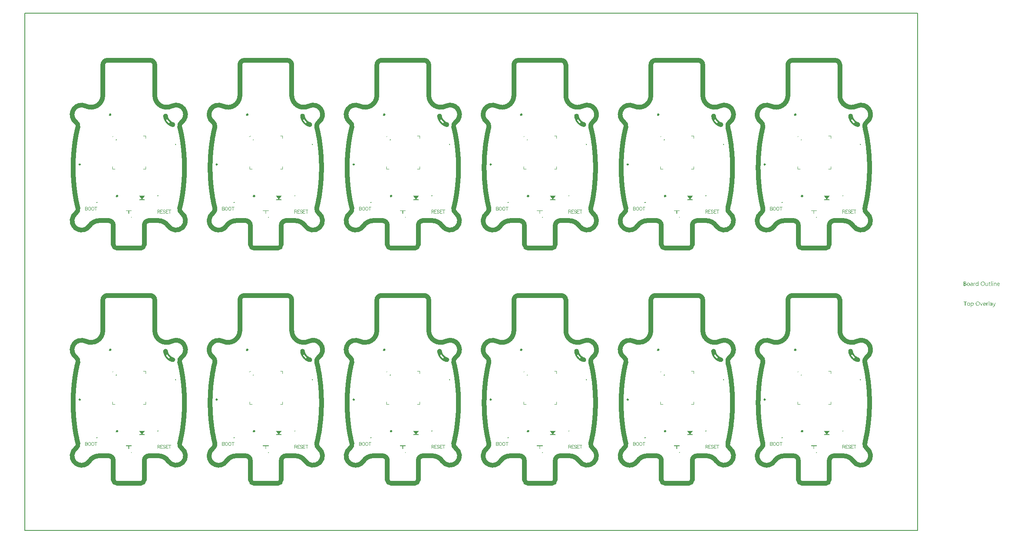
<source format=gto>
G04*
G04 #@! TF.GenerationSoftware,Altium Limited,Altium Designer,21.9.2 (33)*
G04*
G04 Layer_Color=65535*
%FSAX25Y25*%
%MOIN*%
G70*
G04*
G04 #@! TF.SameCoordinates,F1FF36CF-567E-4D5E-8A1F-07DE1E34316F*
G04*
G04*
G04 #@! TF.FilePolarity,Positive*
G04*
G01*
G75*
%ADD33C,0.01181*%
%ADD34C,0.00591*%
%ADD35C,0.01968*%
%ADD37C,0.00787*%
%ADD39C,0.03937*%
%ADD52C,0.00197*%
%ADD53C,0.00394*%
G36*
X0668577Y0328209D02*
X0668694Y0328196D01*
X0668810Y0328175D01*
X0668924Y0328147D01*
X0669036Y0328112D01*
X0669146Y0328071D01*
X0669253Y0328023D01*
X0669357Y0327969D01*
X0669458Y0327909D01*
X0669555Y0327842D01*
X0669647Y0327770D01*
X0669735Y0327693D01*
X0669819Y0327610D01*
X0669897Y0327522D01*
X0669970Y0327430D01*
X0670037Y0327334D01*
X0670098Y0327234D01*
X0670153Y0327130D01*
X0670201Y0327023D01*
X0670243Y0326913D01*
X0670278Y0326801D01*
X0670307Y0326688D01*
X0670328Y0326572D01*
X0670330Y0326555D01*
X0670330Y0326555D01*
X0670362Y0326358D01*
X0670405Y0326136D01*
X0670455Y0325915D01*
X0670512Y0325696D01*
X0670577Y0325479D01*
X0670648Y0325265D01*
X0670727Y0325052D01*
X0670813Y0324843D01*
X0670905Y0324636D01*
X0671004Y0324433D01*
X0671109Y0324233D01*
X0671221Y0324036D01*
X0671340Y0323843D01*
X0671465Y0323654D01*
X0671595Y0323470D01*
X0671732Y0323289D01*
X0671875Y0323114D01*
X0672023Y0322943D01*
X0672177Y0322777D01*
X0672336Y0322616D01*
X0672500Y0322460D01*
X0672670Y0322310D01*
X0672844Y0322166D01*
X0673023Y0322027D01*
X0673206Y0321894D01*
X0673393Y0321767D01*
X0673585Y0321647D01*
X0673780Y0321533D01*
X0673979Y0321425D01*
X0674182Y0321323D01*
X0674387Y0321229D01*
X0674596Y0321141D01*
X0674807Y0321060D01*
X0675018Y0320988D01*
X0675018Y0320988D01*
X0675041Y0320981D01*
X0675151Y0320939D01*
X0675258Y0320892D01*
X0675362Y0320837D01*
X0675463Y0320777D01*
X0675560Y0320711D01*
X0675652Y0320639D01*
X0675740Y0320561D01*
X0675823Y0320478D01*
X0675902Y0320391D01*
X0675974Y0320299D01*
X0676041Y0320202D01*
X0676102Y0320102D01*
X0676157Y0319998D01*
X0676206Y0319891D01*
X0676248Y0319782D01*
X0676283Y0319670D01*
X0676312Y0319556D01*
X0676333Y0319440D01*
X0676348Y0319324D01*
X0676355Y0319207D01*
X0676356Y0319089D01*
X0676349Y0318972D01*
X0676335Y0318856D01*
X0676314Y0318740D01*
X0676287Y0318626D01*
X0676252Y0318514D01*
X0676211Y0318404D01*
X0676163Y0318297D01*
X0676109Y0318193D01*
X0676048Y0318092D01*
X0675982Y0317995D01*
X0675910Y0317902D01*
X0675833Y0317814D01*
X0675750Y0317731D01*
X0675662Y0317653D01*
X0675570Y0317580D01*
X0675474Y0317513D01*
X0675373Y0317452D01*
X0675270Y0317397D01*
X0675163Y0317349D01*
X0675053Y0317307D01*
X0674941Y0317271D01*
X0674827Y0317243D01*
X0674712Y0317221D01*
X0674595Y0317207D01*
X0674478Y0317199D01*
X0674361Y0317199D01*
X0674243Y0317206D01*
X0674127Y0317219D01*
X0674011Y0317240D01*
X0673897Y0317268D01*
X0673808Y0317295D01*
X0673808Y0317296D01*
X0673662Y0317344D01*
X0673387Y0317442D01*
X0673114Y0317549D01*
X0672845Y0317662D01*
X0672578Y0317783D01*
X0672315Y0317911D01*
X0672056Y0318046D01*
X0671800Y0318188D01*
X0671548Y0318337D01*
X0671300Y0318493D01*
X0671057Y0318655D01*
X0670818Y0318824D01*
X0670584Y0318999D01*
X0670355Y0319181D01*
X0670130Y0319369D01*
X0669911Y0319562D01*
X0669697Y0319762D01*
X0669489Y0319967D01*
X0669286Y0320178D01*
X0669089Y0320394D01*
X0668898Y0320616D01*
X0668713Y0320842D01*
X0668534Y0321074D01*
X0668362Y0321310D01*
X0668196Y0321551D01*
X0668036Y0321796D01*
X0667884Y0322046D01*
X0667738Y0322300D01*
X0667599Y0322557D01*
X0667467Y0322818D01*
X0667342Y0323083D01*
X0667224Y0323350D01*
X0667114Y0323621D01*
X0667011Y0323895D01*
X0666916Y0324172D01*
X0666828Y0324451D01*
X0666747Y0324732D01*
X0666675Y0325015D01*
X0666610Y0325301D01*
X0666552Y0325587D01*
X0666503Y0325876D01*
X0666486Y0325991D01*
X0666486Y0325991D01*
X0666473Y0326091D01*
X0666466Y0326208D01*
X0666465Y0326325D01*
X0666472Y0326443D01*
X0666486Y0326559D01*
X0666507Y0326675D01*
X0666534Y0326789D01*
X0666569Y0326901D01*
X0666610Y0327011D01*
X0666658Y0327118D01*
X0666712Y0327222D01*
X0666773Y0327323D01*
X0666839Y0327420D01*
X0666911Y0327512D01*
X0666989Y0327601D01*
X0667071Y0327684D01*
X0667159Y0327762D01*
X0667251Y0327835D01*
X0667347Y0327902D01*
X0667448Y0327963D01*
X0667552Y0328018D01*
X0667658Y0328066D01*
X0667768Y0328108D01*
X0667880Y0328144D01*
X0667994Y0328172D01*
X0668109Y0328193D01*
X0668226Y0328208D01*
X0668343Y0328216D01*
X0668460Y0328216D01*
X0668577Y0328209D01*
D02*
G37*
G36*
X0554403D02*
X0554520Y0328196D01*
X0554635Y0328175D01*
X0554749Y0328147D01*
X0554861Y0328112D01*
X0554971Y0328071D01*
X0555079Y0328023D01*
X0555183Y0327969D01*
X0555283Y0327909D01*
X0555380Y0327842D01*
X0555473Y0327770D01*
X0555561Y0327693D01*
X0555644Y0327610D01*
X0555722Y0327522D01*
X0555795Y0327430D01*
X0555862Y0327334D01*
X0555923Y0327234D01*
X0555978Y0327130D01*
X0556027Y0327023D01*
X0556069Y0326913D01*
X0556104Y0326801D01*
X0556132Y0326688D01*
X0556154Y0326572D01*
X0556156Y0326555D01*
X0556156Y0326555D01*
X0556187Y0326358D01*
X0556230Y0326136D01*
X0556281Y0325915D01*
X0556338Y0325696D01*
X0556402Y0325479D01*
X0556474Y0325265D01*
X0556553Y0325052D01*
X0556638Y0324843D01*
X0556730Y0324636D01*
X0556829Y0324433D01*
X0556935Y0324233D01*
X0557047Y0324036D01*
X0557165Y0323843D01*
X0557290Y0323654D01*
X0557421Y0323470D01*
X0557558Y0323289D01*
X0557700Y0323114D01*
X0557849Y0322943D01*
X0558002Y0322777D01*
X0558161Y0322616D01*
X0558326Y0322460D01*
X0558495Y0322310D01*
X0558669Y0322166D01*
X0558848Y0322027D01*
X0559031Y0321894D01*
X0559219Y0321767D01*
X0559410Y0321647D01*
X0559606Y0321533D01*
X0559805Y0321425D01*
X0560007Y0321323D01*
X0560213Y0321229D01*
X0560421Y0321141D01*
X0560633Y0321060D01*
X0560844Y0320988D01*
X0560844Y0320988D01*
X0560866Y0320981D01*
X0560976Y0320939D01*
X0561083Y0320892D01*
X0561187Y0320837D01*
X0561288Y0320777D01*
X0561385Y0320711D01*
X0561478Y0320639D01*
X0561566Y0320561D01*
X0561649Y0320478D01*
X0561727Y0320391D01*
X0561800Y0320299D01*
X0561867Y0320202D01*
X0561928Y0320102D01*
X0561983Y0319998D01*
X0562031Y0319891D01*
X0562073Y0319782D01*
X0562109Y0319670D01*
X0562137Y0319556D01*
X0562159Y0319440D01*
X0562173Y0319324D01*
X0562181Y0319207D01*
X0562181Y0319089D01*
X0562174Y0318972D01*
X0562161Y0318856D01*
X0562140Y0318740D01*
X0562112Y0318626D01*
X0562078Y0318514D01*
X0562036Y0318404D01*
X0561988Y0318297D01*
X0561934Y0318193D01*
X0561874Y0318092D01*
X0561807Y0317995D01*
X0561735Y0317902D01*
X0561658Y0317814D01*
X0561575Y0317731D01*
X0561488Y0317653D01*
X0561395Y0317580D01*
X0561299Y0317513D01*
X0561199Y0317452D01*
X0561095Y0317397D01*
X0560988Y0317349D01*
X0560879Y0317307D01*
X0560767Y0317271D01*
X0560653Y0317243D01*
X0560537Y0317221D01*
X0560421Y0317207D01*
X0560304Y0317199D01*
X0560186Y0317199D01*
X0560069Y0317206D01*
X0559952Y0317219D01*
X0559837Y0317240D01*
X0559723Y0317268D01*
X0559633Y0317295D01*
X0559633Y0317296D01*
X0559487Y0317344D01*
X0559212Y0317442D01*
X0558940Y0317549D01*
X0558670Y0317662D01*
X0558404Y0317783D01*
X0558141Y0317911D01*
X0557881Y0318046D01*
X0557625Y0318188D01*
X0557374Y0318337D01*
X0557126Y0318493D01*
X0556882Y0318655D01*
X0556644Y0318824D01*
X0556410Y0318999D01*
X0556180Y0319181D01*
X0555956Y0319369D01*
X0555736Y0319562D01*
X0555523Y0319762D01*
X0555314Y0319967D01*
X0555111Y0320178D01*
X0554915Y0320394D01*
X0554723Y0320616D01*
X0554538Y0320842D01*
X0554360Y0321074D01*
X0554187Y0321310D01*
X0554021Y0321551D01*
X0553862Y0321796D01*
X0553709Y0322046D01*
X0553563Y0322300D01*
X0553424Y0322557D01*
X0553292Y0322818D01*
X0553167Y0323083D01*
X0553050Y0323350D01*
X0552940Y0323621D01*
X0552837Y0323895D01*
X0552741Y0324172D01*
X0552653Y0324451D01*
X0552573Y0324732D01*
X0552500Y0325015D01*
X0552435Y0325301D01*
X0552378Y0325587D01*
X0552328Y0325876D01*
X0552312Y0325991D01*
X0552311Y0325991D01*
X0552299Y0326091D01*
X0552291Y0326208D01*
X0552291Y0326325D01*
X0552298Y0326443D01*
X0552311Y0326559D01*
X0552332Y0326675D01*
X0552360Y0326789D01*
X0552394Y0326901D01*
X0552436Y0327011D01*
X0552484Y0327118D01*
X0552538Y0327222D01*
X0552598Y0327323D01*
X0552664Y0327420D01*
X0552737Y0327512D01*
X0552814Y0327601D01*
X0552897Y0327684D01*
X0552984Y0327762D01*
X0553077Y0327835D01*
X0553173Y0327902D01*
X0553273Y0327963D01*
X0553377Y0328018D01*
X0553484Y0328066D01*
X0553593Y0328108D01*
X0553705Y0328144D01*
X0553819Y0328172D01*
X0553935Y0328193D01*
X0554051Y0328208D01*
X0554168Y0328216D01*
X0554286Y0328216D01*
X0554403Y0328209D01*
D02*
G37*
G36*
X0440228D02*
X0440345Y0328196D01*
X0440460Y0328175D01*
X0440575Y0328147D01*
X0440687Y0328112D01*
X0440797Y0328071D01*
X0440904Y0328023D01*
X0441008Y0327969D01*
X0441109Y0327909D01*
X0441206Y0327842D01*
X0441298Y0327770D01*
X0441386Y0327693D01*
X0441470Y0327610D01*
X0441548Y0327522D01*
X0441620Y0327430D01*
X0441687Y0327334D01*
X0441749Y0327234D01*
X0441803Y0327130D01*
X0441852Y0327023D01*
X0441894Y0326913D01*
X0441929Y0326801D01*
X0441958Y0326688D01*
X0441979Y0326572D01*
X0441981Y0326555D01*
X0441981Y0326555D01*
X0442013Y0326358D01*
X0442056Y0326136D01*
X0442106Y0325915D01*
X0442163Y0325696D01*
X0442228Y0325479D01*
X0442299Y0325265D01*
X0442378Y0325052D01*
X0442463Y0324843D01*
X0442556Y0324636D01*
X0442655Y0324433D01*
X0442760Y0324233D01*
X0442872Y0324036D01*
X0442991Y0323843D01*
X0443116Y0323654D01*
X0443246Y0323470D01*
X0443383Y0323289D01*
X0443526Y0323114D01*
X0443674Y0322943D01*
X0443828Y0322777D01*
X0443987Y0322616D01*
X0444151Y0322460D01*
X0444321Y0322310D01*
X0444495Y0322166D01*
X0444674Y0322027D01*
X0444857Y0321894D01*
X0445044Y0321767D01*
X0445236Y0321647D01*
X0445431Y0321533D01*
X0445630Y0321425D01*
X0445833Y0321323D01*
X0446038Y0321229D01*
X0446247Y0321141D01*
X0446458Y0321060D01*
X0446669Y0320988D01*
X0446669Y0320988D01*
X0446692Y0320981D01*
X0446802Y0320939D01*
X0446909Y0320892D01*
X0447013Y0320837D01*
X0447114Y0320777D01*
X0447210Y0320711D01*
X0447303Y0320639D01*
X0447391Y0320561D01*
X0447474Y0320478D01*
X0447552Y0320391D01*
X0447625Y0320299D01*
X0447692Y0320202D01*
X0447753Y0320102D01*
X0447808Y0319998D01*
X0447857Y0319891D01*
X0447899Y0319782D01*
X0447934Y0319670D01*
X0447963Y0319556D01*
X0447984Y0319440D01*
X0447999Y0319324D01*
X0448006Y0319207D01*
X0448006Y0319089D01*
X0448000Y0318972D01*
X0447986Y0318856D01*
X0447965Y0318740D01*
X0447938Y0318626D01*
X0447903Y0318514D01*
X0447862Y0318404D01*
X0447814Y0318297D01*
X0447760Y0318193D01*
X0447699Y0318092D01*
X0447633Y0317995D01*
X0447561Y0317902D01*
X0447483Y0317814D01*
X0447401Y0317731D01*
X0447313Y0317653D01*
X0447221Y0317580D01*
X0447124Y0317513D01*
X0447024Y0317452D01*
X0446920Y0317397D01*
X0446814Y0317349D01*
X0446704Y0317307D01*
X0446592Y0317271D01*
X0446478Y0317243D01*
X0446363Y0317221D01*
X0446246Y0317207D01*
X0446129Y0317199D01*
X0446012Y0317199D01*
X0445894Y0317206D01*
X0445778Y0317219D01*
X0445662Y0317240D01*
X0445548Y0317268D01*
X0445459Y0317295D01*
X0445459Y0317296D01*
X0445313Y0317344D01*
X0445038Y0317442D01*
X0444765Y0317549D01*
X0444495Y0317662D01*
X0444229Y0317783D01*
X0443966Y0317911D01*
X0443707Y0318046D01*
X0443451Y0318188D01*
X0443199Y0318337D01*
X0442951Y0318493D01*
X0442708Y0318655D01*
X0442469Y0318824D01*
X0442235Y0318999D01*
X0442005Y0319181D01*
X0441781Y0319369D01*
X0441562Y0319562D01*
X0441348Y0319762D01*
X0441140Y0319967D01*
X0440937Y0320178D01*
X0440740Y0320394D01*
X0440549Y0320616D01*
X0440364Y0320842D01*
X0440185Y0321074D01*
X0440013Y0321310D01*
X0439847Y0321551D01*
X0439687Y0321796D01*
X0439535Y0322046D01*
X0439389Y0322300D01*
X0439250Y0322557D01*
X0439118Y0322818D01*
X0438993Y0323083D01*
X0438875Y0323350D01*
X0438765Y0323621D01*
X0438662Y0323895D01*
X0438567Y0324172D01*
X0438479Y0324451D01*
X0438398Y0324732D01*
X0438326Y0325015D01*
X0438261Y0325301D01*
X0438203Y0325587D01*
X0438154Y0325876D01*
X0438137Y0325991D01*
X0438137Y0325991D01*
X0438124Y0326091D01*
X0438117Y0326208D01*
X0438116Y0326325D01*
X0438123Y0326443D01*
X0438137Y0326559D01*
X0438158Y0326675D01*
X0438185Y0326789D01*
X0438220Y0326901D01*
X0438261Y0327011D01*
X0438309Y0327118D01*
X0438363Y0327222D01*
X0438423Y0327323D01*
X0438490Y0327420D01*
X0438562Y0327512D01*
X0438639Y0327601D01*
X0438722Y0327684D01*
X0438810Y0327762D01*
X0438902Y0327835D01*
X0438998Y0327902D01*
X0439099Y0327963D01*
X0439202Y0328018D01*
X0439309Y0328066D01*
X0439419Y0328108D01*
X0439531Y0328144D01*
X0439645Y0328172D01*
X0439760Y0328193D01*
X0439877Y0328208D01*
X0439994Y0328216D01*
X0440111Y0328216D01*
X0440228Y0328209D01*
D02*
G37*
G36*
X0326054D02*
X0326170Y0328196D01*
X0326286Y0328175D01*
X0326400Y0328147D01*
X0326512Y0328112D01*
X0326622Y0328071D01*
X0326729Y0328023D01*
X0326834Y0327969D01*
X0326934Y0327909D01*
X0327031Y0327842D01*
X0327124Y0327770D01*
X0327212Y0327693D01*
X0327295Y0327610D01*
X0327373Y0327522D01*
X0327446Y0327430D01*
X0327513Y0327334D01*
X0327574Y0327234D01*
X0327629Y0327130D01*
X0327677Y0327023D01*
X0327719Y0326913D01*
X0327755Y0326801D01*
X0327783Y0326688D01*
X0327805Y0326572D01*
X0327807Y0326555D01*
X0327807Y0326555D01*
X0327838Y0326358D01*
X0327881Y0326136D01*
X0327931Y0325915D01*
X0327989Y0325696D01*
X0328053Y0325479D01*
X0328125Y0325265D01*
X0328204Y0325052D01*
X0328289Y0324843D01*
X0328381Y0324636D01*
X0328480Y0324433D01*
X0328586Y0324233D01*
X0328698Y0324036D01*
X0328816Y0323843D01*
X0328941Y0323654D01*
X0329072Y0323470D01*
X0329209Y0323289D01*
X0329351Y0323114D01*
X0329500Y0322943D01*
X0329653Y0322777D01*
X0329812Y0322616D01*
X0329977Y0322460D01*
X0330146Y0322310D01*
X0330320Y0322166D01*
X0330499Y0322027D01*
X0330682Y0321894D01*
X0330870Y0321767D01*
X0331061Y0321647D01*
X0331257Y0321533D01*
X0331456Y0321425D01*
X0331658Y0321323D01*
X0331864Y0321229D01*
X0332072Y0321141D01*
X0332284Y0321060D01*
X0332494Y0320988D01*
X0332494Y0320988D01*
X0332517Y0320981D01*
X0332627Y0320939D01*
X0332734Y0320892D01*
X0332838Y0320837D01*
X0332939Y0320777D01*
X0333036Y0320711D01*
X0333128Y0320639D01*
X0333217Y0320561D01*
X0333300Y0320478D01*
X0333378Y0320391D01*
X0333451Y0320299D01*
X0333518Y0320202D01*
X0333579Y0320102D01*
X0333634Y0319998D01*
X0333682Y0319891D01*
X0333724Y0319782D01*
X0333759Y0319670D01*
X0333788Y0319556D01*
X0333809Y0319440D01*
X0333824Y0319324D01*
X0333832Y0319207D01*
X0333832Y0319089D01*
X0333825Y0318972D01*
X0333811Y0318856D01*
X0333791Y0318740D01*
X0333763Y0318626D01*
X0333729Y0318514D01*
X0333687Y0318404D01*
X0333639Y0318297D01*
X0333585Y0318193D01*
X0333525Y0318092D01*
X0333458Y0317995D01*
X0333386Y0317902D01*
X0333309Y0317814D01*
X0333226Y0317731D01*
X0333138Y0317653D01*
X0333046Y0317580D01*
X0332950Y0317513D01*
X0332850Y0317452D01*
X0332746Y0317397D01*
X0332639Y0317349D01*
X0332529Y0317307D01*
X0332417Y0317271D01*
X0332304Y0317243D01*
X0332188Y0317221D01*
X0332072Y0317207D01*
X0331955Y0317199D01*
X0331837Y0317199D01*
X0331720Y0317206D01*
X0331603Y0317219D01*
X0331488Y0317240D01*
X0331374Y0317268D01*
X0331284Y0317295D01*
X0331284Y0317296D01*
X0331138Y0317344D01*
X0330863Y0317442D01*
X0330591Y0317549D01*
X0330321Y0317662D01*
X0330054Y0317783D01*
X0329791Y0317911D01*
X0329532Y0318046D01*
X0329276Y0318188D01*
X0329025Y0318337D01*
X0328777Y0318493D01*
X0328533Y0318655D01*
X0328295Y0318824D01*
X0328060Y0318999D01*
X0327831Y0319181D01*
X0327607Y0319369D01*
X0327387Y0319562D01*
X0327173Y0319762D01*
X0326965Y0319967D01*
X0326762Y0320178D01*
X0326565Y0320394D01*
X0326374Y0320616D01*
X0326189Y0320842D01*
X0326010Y0321074D01*
X0325838Y0321310D01*
X0325672Y0321551D01*
X0325513Y0321796D01*
X0325360Y0322046D01*
X0325214Y0322300D01*
X0325075Y0322557D01*
X0324943Y0322818D01*
X0324818Y0323083D01*
X0324701Y0323350D01*
X0324590Y0323621D01*
X0324488Y0323895D01*
X0324392Y0324172D01*
X0324304Y0324451D01*
X0324224Y0324732D01*
X0324151Y0325015D01*
X0324086Y0325301D01*
X0324029Y0325587D01*
X0323979Y0325876D01*
X0323962Y0325991D01*
X0323962Y0325991D01*
X0323950Y0326091D01*
X0323942Y0326208D01*
X0323942Y0326325D01*
X0323949Y0326443D01*
X0323962Y0326559D01*
X0323983Y0326675D01*
X0324011Y0326789D01*
X0324045Y0326901D01*
X0324086Y0327011D01*
X0324134Y0327118D01*
X0324189Y0327222D01*
X0324249Y0327323D01*
X0324315Y0327420D01*
X0324387Y0327512D01*
X0324465Y0327601D01*
X0324548Y0327684D01*
X0324635Y0327762D01*
X0324728Y0327835D01*
X0324824Y0327902D01*
X0324924Y0327963D01*
X0325028Y0328018D01*
X0325135Y0328066D01*
X0325244Y0328108D01*
X0325356Y0328144D01*
X0325470Y0328172D01*
X0325586Y0328193D01*
X0325702Y0328208D01*
X0325819Y0328216D01*
X0325937Y0328216D01*
X0326054Y0328209D01*
D02*
G37*
G36*
X0211879D02*
X0211996Y0328196D01*
X0212111Y0328175D01*
X0212226Y0328147D01*
X0212338Y0328112D01*
X0212448Y0328071D01*
X0212555Y0328023D01*
X0212659Y0327969D01*
X0212760Y0327909D01*
X0212857Y0327842D01*
X0212949Y0327770D01*
X0213037Y0327693D01*
X0213121Y0327610D01*
X0213199Y0327522D01*
X0213271Y0327430D01*
X0213338Y0327334D01*
X0213400Y0327234D01*
X0213454Y0327130D01*
X0213503Y0327023D01*
X0213545Y0326913D01*
X0213580Y0326801D01*
X0213609Y0326688D01*
X0213630Y0326572D01*
X0213632Y0326555D01*
X0213632Y0326555D01*
X0213664Y0326358D01*
X0213707Y0326136D01*
X0213757Y0325915D01*
X0213814Y0325696D01*
X0213879Y0325479D01*
X0213950Y0325265D01*
X0214029Y0325052D01*
X0214114Y0324843D01*
X0214207Y0324636D01*
X0214306Y0324433D01*
X0214411Y0324233D01*
X0214523Y0324036D01*
X0214642Y0323843D01*
X0214767Y0323654D01*
X0214897Y0323470D01*
X0215034Y0323289D01*
X0215177Y0323114D01*
X0215325Y0322943D01*
X0215479Y0322777D01*
X0215638Y0322616D01*
X0215802Y0322460D01*
X0215971Y0322310D01*
X0216146Y0322166D01*
X0216324Y0322027D01*
X0216508Y0321894D01*
X0216695Y0321767D01*
X0216887Y0321647D01*
X0217082Y0321533D01*
X0217281Y0321425D01*
X0217483Y0321323D01*
X0217689Y0321229D01*
X0217898Y0321141D01*
X0218109Y0321060D01*
X0218320Y0320988D01*
X0218320Y0320988D01*
X0218342Y0320981D01*
X0218452Y0320939D01*
X0218560Y0320892D01*
X0218664Y0320837D01*
X0218764Y0320777D01*
X0218861Y0320711D01*
X0218954Y0320639D01*
X0219042Y0320561D01*
X0219125Y0320478D01*
X0219203Y0320391D01*
X0219276Y0320299D01*
X0219343Y0320202D01*
X0219404Y0320102D01*
X0219459Y0319998D01*
X0219508Y0319891D01*
X0219550Y0319782D01*
X0219585Y0319670D01*
X0219614Y0319556D01*
X0219635Y0319440D01*
X0219650Y0319324D01*
X0219657Y0319207D01*
X0219657Y0319089D01*
X0219651Y0318972D01*
X0219637Y0318856D01*
X0219616Y0318740D01*
X0219588Y0318626D01*
X0219554Y0318514D01*
X0219513Y0318404D01*
X0219465Y0318297D01*
X0219411Y0318193D01*
X0219350Y0318092D01*
X0219284Y0317995D01*
X0219212Y0317902D01*
X0219134Y0317814D01*
X0219052Y0317731D01*
X0218964Y0317653D01*
X0218872Y0317580D01*
X0218775Y0317513D01*
X0218675Y0317452D01*
X0218571Y0317397D01*
X0218464Y0317349D01*
X0218355Y0317307D01*
X0218243Y0317271D01*
X0218129Y0317243D01*
X0218014Y0317221D01*
X0217897Y0317207D01*
X0217780Y0317199D01*
X0217663Y0317199D01*
X0217545Y0317206D01*
X0217429Y0317219D01*
X0217313Y0317240D01*
X0217199Y0317268D01*
X0217109Y0317295D01*
X0217110Y0317296D01*
X0216964Y0317344D01*
X0216688Y0317442D01*
X0216416Y0317549D01*
X0216146Y0317662D01*
X0215880Y0317783D01*
X0215617Y0317911D01*
X0215357Y0318046D01*
X0215102Y0318188D01*
X0214850Y0318337D01*
X0214602Y0318493D01*
X0214359Y0318655D01*
X0214120Y0318824D01*
X0213886Y0318999D01*
X0213656Y0319181D01*
X0213432Y0319369D01*
X0213213Y0319562D01*
X0212999Y0319762D01*
X0212791Y0319967D01*
X0212588Y0320178D01*
X0212391Y0320394D01*
X0212200Y0320616D01*
X0212015Y0320842D01*
X0211836Y0321074D01*
X0211664Y0321310D01*
X0211498Y0321551D01*
X0211338Y0321796D01*
X0211186Y0322046D01*
X0211040Y0322300D01*
X0210901Y0322557D01*
X0210769Y0322818D01*
X0210644Y0323083D01*
X0210526Y0323350D01*
X0210416Y0323621D01*
X0210313Y0323895D01*
X0210217Y0324172D01*
X0210129Y0324451D01*
X0210049Y0324732D01*
X0209976Y0325015D01*
X0209911Y0325301D01*
X0209854Y0325587D01*
X0209805Y0325876D01*
X0209788Y0325991D01*
X0209788Y0325991D01*
X0209775Y0326091D01*
X0209768Y0326208D01*
X0209767Y0326325D01*
X0209774Y0326443D01*
X0209788Y0326559D01*
X0209808Y0326675D01*
X0209836Y0326789D01*
X0209871Y0326901D01*
X0209912Y0327011D01*
X0209960Y0327118D01*
X0210014Y0327222D01*
X0210074Y0327323D01*
X0210141Y0327420D01*
X0210213Y0327512D01*
X0210290Y0327601D01*
X0210373Y0327684D01*
X0210461Y0327762D01*
X0210553Y0327835D01*
X0210649Y0327902D01*
X0210750Y0327963D01*
X0210853Y0328018D01*
X0210960Y0328066D01*
X0211070Y0328108D01*
X0211182Y0328144D01*
X0211296Y0328172D01*
X0211411Y0328193D01*
X0211528Y0328208D01*
X0211645Y0328216D01*
X0211762Y0328216D01*
X0211879Y0328209D01*
D02*
G37*
G36*
X0097705D02*
X0097821Y0328196D01*
X0097937Y0328175D01*
X0098051Y0328147D01*
X0098163Y0328112D01*
X0098273Y0328071D01*
X0098380Y0328023D01*
X0098484Y0327969D01*
X0098585Y0327909D01*
X0098682Y0327842D01*
X0098774Y0327770D01*
X0098863Y0327693D01*
X0098946Y0327610D01*
X0099024Y0327522D01*
X0099097Y0327430D01*
X0099164Y0327334D01*
X0099225Y0327234D01*
X0099280Y0327130D01*
X0099328Y0327023D01*
X0099370Y0326913D01*
X0099406Y0326801D01*
X0099434Y0326688D01*
X0099456Y0326572D01*
X0099458Y0326555D01*
X0099458Y0326555D01*
X0099489Y0326358D01*
X0099532Y0326136D01*
X0099582Y0325915D01*
X0099640Y0325696D01*
X0099704Y0325479D01*
X0099776Y0325265D01*
X0099854Y0325052D01*
X0099940Y0324843D01*
X0100032Y0324636D01*
X0100131Y0324433D01*
X0100237Y0324233D01*
X0100349Y0324036D01*
X0100467Y0323843D01*
X0100592Y0323654D01*
X0100723Y0323470D01*
X0100859Y0323289D01*
X0101002Y0323114D01*
X0101150Y0322943D01*
X0101304Y0322777D01*
X0101463Y0322616D01*
X0101628Y0322460D01*
X0101797Y0322310D01*
X0101971Y0322166D01*
X0102150Y0322027D01*
X0102333Y0321894D01*
X0102521Y0321767D01*
X0102712Y0321647D01*
X0102908Y0321533D01*
X0103106Y0321425D01*
X0103309Y0321323D01*
X0103515Y0321229D01*
X0103723Y0321141D01*
X0103935Y0321060D01*
X0104145Y0320988D01*
X0104145Y0320988D01*
X0104168Y0320981D01*
X0104278Y0320939D01*
X0104385Y0320892D01*
X0104489Y0320837D01*
X0104590Y0320777D01*
X0104687Y0320711D01*
X0104779Y0320639D01*
X0104867Y0320561D01*
X0104951Y0320478D01*
X0105029Y0320391D01*
X0105102Y0320299D01*
X0105169Y0320202D01*
X0105230Y0320102D01*
X0105285Y0319998D01*
X0105333Y0319891D01*
X0105375Y0319782D01*
X0105410Y0319670D01*
X0105439Y0319556D01*
X0105460Y0319440D01*
X0105475Y0319324D01*
X0105482Y0319207D01*
X0105483Y0319089D01*
X0105476Y0318972D01*
X0105462Y0318856D01*
X0105442Y0318740D01*
X0105414Y0318626D01*
X0105379Y0318514D01*
X0105338Y0318404D01*
X0105290Y0318297D01*
X0105236Y0318193D01*
X0105176Y0318092D01*
X0105109Y0317995D01*
X0105037Y0317902D01*
X0104960Y0317814D01*
X0104877Y0317731D01*
X0104789Y0317653D01*
X0104697Y0317580D01*
X0104601Y0317513D01*
X0104500Y0317452D01*
X0104397Y0317397D01*
X0104290Y0317349D01*
X0104180Y0317307D01*
X0104068Y0317271D01*
X0103954Y0317243D01*
X0103839Y0317221D01*
X0103723Y0317207D01*
X0103605Y0317199D01*
X0103488Y0317199D01*
X0103371Y0317206D01*
X0103254Y0317219D01*
X0103139Y0317240D01*
X0103025Y0317268D01*
X0102935Y0317295D01*
X0102935Y0317296D01*
X0102789Y0317344D01*
X0102514Y0317442D01*
X0102241Y0317549D01*
X0101972Y0317662D01*
X0101705Y0317783D01*
X0101442Y0317911D01*
X0101183Y0318046D01*
X0100927Y0318188D01*
X0100675Y0318337D01*
X0100428Y0318493D01*
X0100184Y0318655D01*
X0099945Y0318824D01*
X0099711Y0318999D01*
X0099482Y0319181D01*
X0099257Y0319369D01*
X0099038Y0319562D01*
X0098824Y0319762D01*
X0098616Y0319967D01*
X0098413Y0320178D01*
X0098216Y0320394D01*
X0098025Y0320616D01*
X0097840Y0320842D01*
X0097661Y0321074D01*
X0097489Y0321310D01*
X0097323Y0321551D01*
X0097164Y0321796D01*
X0097011Y0322046D01*
X0096865Y0322300D01*
X0096726Y0322557D01*
X0096594Y0322818D01*
X0096469Y0323083D01*
X0096352Y0323350D01*
X0096241Y0323621D01*
X0096139Y0323895D01*
X0096043Y0324172D01*
X0095955Y0324451D01*
X0095875Y0324732D01*
X0095802Y0325015D01*
X0095737Y0325301D01*
X0095680Y0325587D01*
X0095630Y0325876D01*
X0095613Y0325991D01*
X0095613Y0325991D01*
X0095601Y0326091D01*
X0095593Y0326208D01*
X0095593Y0326325D01*
X0095599Y0326443D01*
X0095613Y0326559D01*
X0095634Y0326675D01*
X0095662Y0326789D01*
X0095696Y0326901D01*
X0095737Y0327011D01*
X0095785Y0327118D01*
X0095840Y0327222D01*
X0095900Y0327323D01*
X0095966Y0327420D01*
X0096038Y0327512D01*
X0096116Y0327601D01*
X0096199Y0327684D01*
X0096286Y0327762D01*
X0096378Y0327835D01*
X0096475Y0327902D01*
X0096575Y0327963D01*
X0096679Y0328018D01*
X0096786Y0328066D01*
X0096895Y0328108D01*
X0097007Y0328144D01*
X0097121Y0328172D01*
X0097237Y0328193D01*
X0097353Y0328208D01*
X0097470Y0328216D01*
X0097588Y0328216D01*
X0097705Y0328209D01*
D02*
G37*
G36*
X0627714Y0306102D02*
X0626582D01*
X0627271Y0306791D01*
X0627714D01*
Y0306102D01*
D02*
G37*
G36*
X0513539D02*
X0512407D01*
X0513097Y0306791D01*
X0513539D01*
Y0306102D01*
D02*
G37*
G36*
X0399365D02*
X0398233D01*
X0398922Y0306791D01*
X0399365D01*
Y0306102D01*
D02*
G37*
G36*
X0285190D02*
X0284058D01*
X0284747Y0306791D01*
X0285190D01*
Y0306102D01*
D02*
G37*
G36*
X0171016D02*
X0169884D01*
X0170573Y0306791D01*
X0171016D01*
Y0306102D01*
D02*
G37*
G36*
X0056841D02*
X0055709D01*
X0056398Y0306791D01*
X0056841D01*
Y0306102D01*
D02*
G37*
G36*
X0677031Y0302632D02*
Y0302189D01*
X0676342D01*
Y0303321D01*
X0677031Y0302632D01*
D02*
G37*
G36*
X0562856D02*
Y0302189D01*
X0562167D01*
Y0303321D01*
X0562856Y0302632D01*
D02*
G37*
G36*
X0448682D02*
Y0302189D01*
X0447993D01*
Y0303321D01*
X0448682Y0302632D01*
D02*
G37*
G36*
X0334507D02*
Y0302189D01*
X0333818D01*
Y0303321D01*
X0334507Y0302632D01*
D02*
G37*
G36*
X0220333D02*
Y0302189D01*
X0219644D01*
Y0303321D01*
X0220333Y0302632D01*
D02*
G37*
G36*
X0106158D02*
Y0302189D01*
X0105469D01*
Y0303321D01*
X0106158Y0302632D01*
D02*
G37*
G36*
X0662310Y0259449D02*
X0661178D01*
X0661868Y0260138D01*
X0662310D01*
Y0259449D01*
D02*
G37*
G36*
X0548136D02*
X0547004D01*
X0547693Y0260138D01*
X0548136D01*
Y0259449D01*
D02*
G37*
G36*
X0433961D02*
X0432829D01*
X0433518Y0260138D01*
X0433961D01*
Y0259449D01*
D02*
G37*
G36*
X0319787D02*
X0318655D01*
X0319344Y0260138D01*
X0319787D01*
Y0259449D01*
D02*
G37*
G36*
X0205612D02*
X0204480D01*
X0205169Y0260138D01*
X0205612D01*
Y0259449D01*
D02*
G37*
G36*
X0091438D02*
X0090306D01*
X0090995Y0260138D01*
X0091438D01*
Y0259449D01*
D02*
G37*
G36*
X0648728Y0256594D02*
X0646365Y0259744D01*
X0651090D01*
X0648728Y0256594D01*
D02*
G37*
G36*
X0534553D02*
X0532191Y0259744D01*
X0536915D01*
X0534553Y0256594D01*
D02*
G37*
G36*
X0420379D02*
X0418016Y0259744D01*
X0422741D01*
X0420379Y0256594D01*
D02*
G37*
G36*
X0306204D02*
X0303842Y0259744D01*
X0308566D01*
X0306204Y0256594D01*
D02*
G37*
G36*
X0192030D02*
X0189667Y0259744D01*
X0194392D01*
X0192030Y0256594D01*
D02*
G37*
G36*
X0077855D02*
X0075493Y0259744D01*
X0080217D01*
X0077855Y0256594D01*
D02*
G37*
G36*
X0611277Y0253642D02*
X0610834D01*
Y0254331D01*
X0611966D01*
X0611277Y0253642D01*
D02*
G37*
G36*
X0497102D02*
X0496660D01*
Y0254331D01*
X0497791D01*
X0497102Y0253642D01*
D02*
G37*
G36*
X0382928D02*
X0382485D01*
Y0254331D01*
X0383617D01*
X0382928Y0253642D01*
D02*
G37*
G36*
X0268753D02*
X0268310D01*
Y0254331D01*
X0269442D01*
X0268753Y0253642D01*
D02*
G37*
G36*
X0154579D02*
X0154136D01*
Y0254331D01*
X0155268D01*
X0154579Y0253642D01*
D02*
G37*
G36*
X0040404D02*
X0039961D01*
Y0254331D01*
X0041093D01*
X0040404Y0253642D01*
D02*
G37*
G36*
X0640165Y0247047D02*
X0637999D01*
Y0244685D01*
X0637606D01*
X0637606Y0247047D01*
X0635440Y0247047D01*
X0635440Y0247539D01*
X0640165D01*
Y0247047D01*
D02*
G37*
G36*
X0525990D02*
X0523825D01*
Y0244685D01*
X0523431D01*
X0523431Y0247047D01*
X0521266Y0247047D01*
X0521266Y0247539D01*
X0525990D01*
Y0247047D01*
D02*
G37*
G36*
X0411816D02*
X0409650D01*
Y0244685D01*
X0409257D01*
X0409257Y0247047D01*
X0407091Y0247047D01*
X0407091Y0247539D01*
X0411816D01*
Y0247047D01*
D02*
G37*
G36*
X0297641D02*
X0295476D01*
Y0244685D01*
X0295082D01*
X0295082Y0247047D01*
X0292917Y0247047D01*
X0292917Y0247539D01*
X0297641D01*
Y0247047D01*
D02*
G37*
G36*
X0183466D02*
X0181301D01*
Y0244685D01*
X0180908D01*
X0180907Y0247047D01*
X0178742Y0247047D01*
X0178742Y0247539D01*
X0183466D01*
Y0247047D01*
D02*
G37*
G36*
X0069292D02*
X0067127D01*
Y0244685D01*
X0066733D01*
X0066733Y0247047D01*
X0064568Y0247047D01*
X0064568Y0247539D01*
X0069292D01*
Y0247047D01*
D02*
G37*
G36*
X0786906Y0188267D02*
X0786931D01*
X0786986Y0188243D01*
X0787017Y0188224D01*
X0787048Y0188199D01*
X0787054Y0188193D01*
X0787061Y0188187D01*
X0787092Y0188150D01*
X0787116Y0188088D01*
X0787123Y0188051D01*
X0787129Y0188014D01*
Y0188007D01*
Y0187995D01*
X0787123Y0187977D01*
X0787116Y0187952D01*
X0787098Y0187890D01*
X0787073Y0187859D01*
X0787048Y0187828D01*
X0787042D01*
X0787036Y0187816D01*
X0786999Y0187791D01*
X0786943Y0187766D01*
X0786906Y0187760D01*
X0786869Y0187754D01*
X0786850D01*
X0786832Y0187760D01*
X0786807D01*
X0786745Y0187785D01*
X0786714Y0187797D01*
X0786683Y0187822D01*
Y0187828D01*
X0786671Y0187834D01*
X0786658Y0187853D01*
X0786646Y0187871D01*
X0786621Y0187933D01*
X0786615Y0187970D01*
X0786609Y0188014D01*
Y0188020D01*
Y0188032D01*
X0786615Y0188051D01*
X0786621Y0188082D01*
X0786640Y0188137D01*
X0786658Y0188168D01*
X0786683Y0188199D01*
X0786689Y0188206D01*
X0786695Y0188212D01*
X0786733Y0188236D01*
X0786795Y0188261D01*
X0786832Y0188274D01*
X0786887D01*
X0786906Y0188267D01*
D02*
G37*
G36*
X0774916Y0184603D02*
X0774513D01*
Y0185024D01*
X0774501D01*
Y0185018D01*
X0774489Y0185005D01*
X0774470Y0184980D01*
X0774452Y0184950D01*
X0774421Y0184912D01*
X0774384Y0184875D01*
X0774340Y0184832D01*
X0774291Y0184789D01*
X0774235Y0184739D01*
X0774167Y0184696D01*
X0774099Y0184659D01*
X0774018Y0184622D01*
X0773938Y0184591D01*
X0773845Y0184566D01*
X0773746Y0184553D01*
X0773641Y0184547D01*
X0773597D01*
X0773560Y0184553D01*
X0773523Y0184560D01*
X0773474Y0184566D01*
X0773368Y0184591D01*
X0773245Y0184628D01*
X0773121Y0184690D01*
X0773053Y0184727D01*
X0772997Y0184770D01*
X0772935Y0184826D01*
X0772879Y0184881D01*
Y0184888D01*
X0772867Y0184900D01*
X0772855Y0184919D01*
X0772836Y0184943D01*
X0772818Y0184974D01*
X0772793Y0185018D01*
X0772768Y0185067D01*
X0772743Y0185123D01*
X0772712Y0185185D01*
X0772687Y0185253D01*
X0772663Y0185327D01*
X0772644Y0185408D01*
X0772626Y0185494D01*
X0772613Y0185593D01*
X0772607Y0185692D01*
X0772601Y0185798D01*
Y0185804D01*
Y0185822D01*
Y0185860D01*
X0772607Y0185903D01*
X0772613Y0185952D01*
X0772619Y0186014D01*
X0772626Y0186082D01*
X0772638Y0186157D01*
X0772675Y0186318D01*
X0772731Y0186485D01*
X0772768Y0186565D01*
X0772811Y0186646D01*
X0772855Y0186720D01*
X0772910Y0186794D01*
X0772917Y0186800D01*
X0772923Y0186813D01*
X0772941Y0186831D01*
X0772966Y0186856D01*
X0772997Y0186881D01*
X0773040Y0186912D01*
X0773084Y0186949D01*
X0773133Y0186986D01*
X0773257Y0187054D01*
X0773399Y0187116D01*
X0773480Y0187135D01*
X0773566Y0187153D01*
X0773653Y0187166D01*
X0773752Y0187172D01*
X0773802D01*
X0773839Y0187166D01*
X0773876Y0187159D01*
X0773925Y0187153D01*
X0774037Y0187122D01*
X0774161Y0187073D01*
X0774223Y0187042D01*
X0774285Y0186998D01*
X0774346Y0186955D01*
X0774402Y0186899D01*
X0774452Y0186837D01*
X0774501Y0186763D01*
X0774513D01*
Y0188323D01*
X0774916D01*
Y0184603D01*
D02*
G37*
G36*
X0789184Y0187166D02*
X0789258Y0187159D01*
X0789351Y0187141D01*
X0789450Y0187110D01*
X0789555Y0187060D01*
X0789661Y0186992D01*
X0789704Y0186955D01*
X0789747Y0186906D01*
X0789759Y0186893D01*
X0789784Y0186856D01*
X0789815Y0186794D01*
X0789859Y0186707D01*
X0789896Y0186602D01*
X0789933Y0186472D01*
X0789958Y0186318D01*
X0789964Y0186138D01*
Y0184603D01*
X0789561D01*
Y0186033D01*
Y0186039D01*
Y0186070D01*
X0789555Y0186107D01*
Y0186157D01*
X0789543Y0186219D01*
X0789531Y0186287D01*
X0789512Y0186361D01*
X0789487Y0186435D01*
X0789456Y0186510D01*
X0789419Y0186577D01*
X0789369Y0186646D01*
X0789314Y0186707D01*
X0789252Y0186757D01*
X0789172Y0186794D01*
X0789085Y0186825D01*
X0788980Y0186831D01*
X0788967D01*
X0788930Y0186825D01*
X0788874Y0186819D01*
X0788806Y0186800D01*
X0788726Y0186776D01*
X0788639Y0186732D01*
X0788559Y0186677D01*
X0788478Y0186602D01*
X0788472Y0186590D01*
X0788447Y0186565D01*
X0788416Y0186516D01*
X0788379Y0186448D01*
X0788342Y0186367D01*
X0788311Y0186268D01*
X0788286Y0186157D01*
X0788280Y0186033D01*
Y0184603D01*
X0787878D01*
Y0187116D01*
X0788280D01*
Y0186695D01*
X0788293D01*
X0788299Y0186701D01*
X0788305Y0186714D01*
X0788323Y0186739D01*
X0788348Y0186769D01*
X0788373Y0186807D01*
X0788410Y0186844D01*
X0788453Y0186887D01*
X0788503Y0186937D01*
X0788559Y0186980D01*
X0788621Y0187023D01*
X0788689Y0187060D01*
X0788763Y0187098D01*
X0788837Y0187128D01*
X0788924Y0187153D01*
X0789017Y0187166D01*
X0789116Y0187172D01*
X0789153D01*
X0789184Y0187166D01*
D02*
G37*
G36*
X0772186Y0187153D02*
X0772260Y0187147D01*
X0772304Y0187135D01*
X0772335Y0187122D01*
Y0186707D01*
X0772329Y0186714D01*
X0772316Y0186720D01*
X0772291Y0186732D01*
X0772260Y0186751D01*
X0772217Y0186763D01*
X0772161Y0186776D01*
X0772099Y0186782D01*
X0772031Y0186788D01*
X0772019D01*
X0771988Y0186782D01*
X0771939Y0186776D01*
X0771883Y0186757D01*
X0771808Y0186726D01*
X0771740Y0186683D01*
X0771666Y0186621D01*
X0771598Y0186540D01*
X0771592Y0186528D01*
X0771573Y0186497D01*
X0771542Y0186441D01*
X0771511Y0186367D01*
X0771480Y0186274D01*
X0771450Y0186157D01*
X0771431Y0186027D01*
X0771425Y0185878D01*
Y0184603D01*
X0771022D01*
Y0187116D01*
X0771425D01*
Y0186596D01*
X0771437D01*
Y0186602D01*
X0771443Y0186609D01*
X0771456Y0186639D01*
X0771474Y0186689D01*
X0771505Y0186751D01*
X0771536Y0186813D01*
X0771586Y0186881D01*
X0771635Y0186949D01*
X0771697Y0187011D01*
X0771703Y0187017D01*
X0771728Y0187036D01*
X0771765Y0187060D01*
X0771815Y0187085D01*
X0771870Y0187110D01*
X0771939Y0187135D01*
X0772013Y0187153D01*
X0772093Y0187159D01*
X0772149D01*
X0772186Y0187153D01*
D02*
G37*
G36*
X0782926Y0184603D02*
X0782523D01*
Y0184999D01*
X0782511D01*
Y0184993D01*
X0782499Y0184980D01*
X0782486Y0184956D01*
X0782462Y0184931D01*
X0782406Y0184857D01*
X0782319Y0184776D01*
X0782270Y0184733D01*
X0782214Y0184690D01*
X0782152Y0184652D01*
X0782078Y0184615D01*
X0782003Y0184591D01*
X0781923Y0184566D01*
X0781830Y0184553D01*
X0781737Y0184547D01*
X0781700D01*
X0781657Y0184553D01*
X0781595Y0184566D01*
X0781527Y0184578D01*
X0781453Y0184603D01*
X0781372Y0184634D01*
X0781292Y0184683D01*
X0781205Y0184739D01*
X0781124Y0184807D01*
X0781050Y0184894D01*
X0780982Y0184999D01*
X0780920Y0185117D01*
X0780877Y0185259D01*
X0780852Y0185426D01*
X0780840Y0185513D01*
Y0185612D01*
Y0187116D01*
X0781236D01*
Y0185674D01*
Y0185668D01*
Y0185643D01*
X0781242Y0185600D01*
X0781248Y0185550D01*
X0781254Y0185488D01*
X0781267Y0185426D01*
X0781285Y0185352D01*
X0781310Y0185278D01*
X0781347Y0185203D01*
X0781384Y0185135D01*
X0781434Y0185067D01*
X0781496Y0185005D01*
X0781564Y0184956D01*
X0781644Y0184919D01*
X0781743Y0184888D01*
X0781849Y0184881D01*
X0781861D01*
X0781898Y0184888D01*
X0781954Y0184894D01*
X0782016Y0184906D01*
X0782096Y0184937D01*
X0782177Y0184974D01*
X0782257Y0185024D01*
X0782332Y0185098D01*
X0782338Y0185110D01*
X0782363Y0185135D01*
X0782393Y0185185D01*
X0782431Y0185253D01*
X0782462Y0185333D01*
X0782492Y0185432D01*
X0782517Y0185544D01*
X0782523Y0185668D01*
Y0187116D01*
X0782926D01*
Y0184603D01*
D02*
G37*
G36*
X0787061D02*
X0786658D01*
Y0187116D01*
X0787061D01*
Y0184603D01*
D02*
G37*
G36*
X0785841D02*
X0785439D01*
Y0188323D01*
X0785841D01*
Y0184603D01*
D02*
G37*
G36*
X0769462Y0187166D02*
X0769518Y0187159D01*
X0769586Y0187141D01*
X0769661Y0187122D01*
X0769741Y0187091D01*
X0769828Y0187054D01*
X0769908Y0187005D01*
X0769989Y0186943D01*
X0770063Y0186869D01*
X0770131Y0186776D01*
X0770187Y0186670D01*
X0770230Y0186547D01*
X0770255Y0186404D01*
X0770267Y0186237D01*
Y0184603D01*
X0769865D01*
Y0184993D01*
X0769852D01*
Y0184987D01*
X0769840Y0184974D01*
X0769828Y0184950D01*
X0769803Y0184925D01*
X0769741Y0184851D01*
X0769661Y0184770D01*
X0769549Y0184690D01*
X0769419Y0184615D01*
X0769339Y0184591D01*
X0769258Y0184566D01*
X0769172Y0184553D01*
X0769079Y0184547D01*
X0769042D01*
X0769017Y0184553D01*
X0768949Y0184560D01*
X0768868Y0184572D01*
X0768769Y0184597D01*
X0768676Y0184628D01*
X0768577Y0184677D01*
X0768491Y0184739D01*
X0768484Y0184751D01*
X0768460Y0184776D01*
X0768423Y0184820D01*
X0768385Y0184881D01*
X0768348Y0184956D01*
X0768311Y0185042D01*
X0768286Y0185148D01*
X0768280Y0185265D01*
Y0185272D01*
Y0185296D01*
X0768286Y0185333D01*
X0768293Y0185377D01*
X0768305Y0185432D01*
X0768324Y0185494D01*
X0768348Y0185562D01*
X0768385Y0185631D01*
X0768429Y0185705D01*
X0768484Y0185779D01*
X0768553Y0185847D01*
X0768633Y0185909D01*
X0768726Y0185971D01*
X0768837Y0186021D01*
X0768961Y0186058D01*
X0769110Y0186089D01*
X0769865Y0186194D01*
Y0186200D01*
Y0186219D01*
X0769859Y0186256D01*
Y0186293D01*
X0769846Y0186342D01*
X0769840Y0186398D01*
X0769803Y0186516D01*
X0769772Y0186571D01*
X0769741Y0186627D01*
X0769698Y0186683D01*
X0769648Y0186732D01*
X0769586Y0186776D01*
X0769518Y0186807D01*
X0769438Y0186825D01*
X0769345Y0186831D01*
X0769302D01*
X0769271Y0186825D01*
X0769227D01*
X0769184Y0186813D01*
X0769072Y0186794D01*
X0768949Y0186757D01*
X0768813Y0186701D01*
X0768738Y0186664D01*
X0768670Y0186627D01*
X0768596Y0186577D01*
X0768528Y0186522D01*
Y0186937D01*
X0768534D01*
X0768546Y0186949D01*
X0768565Y0186961D01*
X0768596Y0186974D01*
X0768627Y0186992D01*
X0768670Y0187011D01*
X0768720Y0187029D01*
X0768775Y0187054D01*
X0768899Y0187098D01*
X0769048Y0187135D01*
X0769209Y0187159D01*
X0769382Y0187172D01*
X0769419D01*
X0769462Y0187166D01*
D02*
G37*
G36*
X0763774Y0188113D02*
X0763817D01*
X0763861Y0188107D01*
X0763960Y0188094D01*
X0764077Y0188063D01*
X0764201Y0188026D01*
X0764319Y0187970D01*
X0764424Y0187896D01*
X0764430D01*
X0764436Y0187884D01*
X0764467Y0187859D01*
X0764510Y0187809D01*
X0764560Y0187741D01*
X0764603Y0187655D01*
X0764647Y0187556D01*
X0764678Y0187444D01*
X0764690Y0187382D01*
Y0187314D01*
Y0187308D01*
Y0187302D01*
Y0187265D01*
X0764684Y0187209D01*
X0764671Y0187141D01*
X0764653Y0187054D01*
X0764622Y0186968D01*
X0764585Y0186881D01*
X0764529Y0186794D01*
X0764523Y0186782D01*
X0764498Y0186757D01*
X0764461Y0186720D01*
X0764411Y0186670D01*
X0764350Y0186621D01*
X0764275Y0186565D01*
X0764182Y0186522D01*
X0764083Y0186478D01*
Y0186472D01*
X0764102D01*
X0764120Y0186466D01*
X0764139Y0186460D01*
X0764207Y0186448D01*
X0764288Y0186423D01*
X0764374Y0186386D01*
X0764467Y0186342D01*
X0764560Y0186280D01*
X0764647Y0186200D01*
X0764659Y0186188D01*
X0764684Y0186157D01*
X0764715Y0186113D01*
X0764758Y0186045D01*
X0764795Y0185959D01*
X0764832Y0185860D01*
X0764857Y0185742D01*
X0764863Y0185612D01*
Y0185606D01*
Y0185593D01*
Y0185569D01*
X0764857Y0185538D01*
X0764851Y0185501D01*
X0764845Y0185457D01*
X0764820Y0185352D01*
X0764783Y0185234D01*
X0764727Y0185110D01*
X0764690Y0185055D01*
X0764647Y0184993D01*
X0764591Y0184937D01*
X0764535Y0184881D01*
X0764529D01*
X0764523Y0184869D01*
X0764504Y0184857D01*
X0764480Y0184838D01*
X0764449Y0184820D01*
X0764405Y0184795D01*
X0764312Y0184745D01*
X0764195Y0184690D01*
X0764059Y0184646D01*
X0763898Y0184615D01*
X0763817Y0184609D01*
X0763724Y0184603D01*
X0762697D01*
Y0188119D01*
X0763743D01*
X0763774Y0188113D01*
D02*
G37*
G36*
X0784269Y0187116D02*
X0784906D01*
Y0186769D01*
X0784269D01*
Y0185352D01*
Y0185340D01*
Y0185309D01*
X0784275Y0185265D01*
X0784281Y0185210D01*
X0784306Y0185092D01*
X0784325Y0185036D01*
X0784356Y0184993D01*
X0784362Y0184987D01*
X0784374Y0184974D01*
X0784393Y0184962D01*
X0784424Y0184943D01*
X0784461Y0184919D01*
X0784510Y0184906D01*
X0784572Y0184894D01*
X0784640Y0184888D01*
X0784665D01*
X0784696Y0184894D01*
X0784733Y0184900D01*
X0784820Y0184925D01*
X0784863Y0184943D01*
X0784906Y0184968D01*
Y0184622D01*
X0784900D01*
X0784882Y0184609D01*
X0784851Y0184603D01*
X0784807Y0184591D01*
X0784752Y0184578D01*
X0784690Y0184566D01*
X0784616Y0184560D01*
X0784529Y0184553D01*
X0784498D01*
X0784467Y0184560D01*
X0784424Y0184566D01*
X0784374Y0184578D01*
X0784318Y0184591D01*
X0784263Y0184615D01*
X0784201Y0184646D01*
X0784139Y0184683D01*
X0784077Y0184733D01*
X0784021Y0184789D01*
X0783972Y0184863D01*
X0783928Y0184943D01*
X0783898Y0185042D01*
X0783873Y0185154D01*
X0783867Y0185284D01*
Y0186769D01*
X0783439D01*
Y0187116D01*
X0783867D01*
Y0187729D01*
X0784269Y0187859D01*
Y0187116D01*
D02*
G37*
G36*
X0791796Y0187166D02*
X0791839Y0187159D01*
X0791883Y0187153D01*
X0791994Y0187135D01*
X0792118Y0187091D01*
X0792242Y0187036D01*
X0792304Y0186998D01*
X0792366Y0186955D01*
X0792421Y0186906D01*
X0792477Y0186850D01*
X0792483Y0186844D01*
X0792489Y0186837D01*
X0792502Y0186819D01*
X0792520Y0186794D01*
X0792539Y0186757D01*
X0792564Y0186720D01*
X0792588Y0186677D01*
X0792613Y0186621D01*
X0792638Y0186559D01*
X0792663Y0186497D01*
X0792687Y0186423D01*
X0792706Y0186342D01*
X0792725Y0186256D01*
X0792737Y0186169D01*
X0792749Y0186070D01*
Y0185965D01*
Y0185754D01*
X0790973D01*
Y0185748D01*
Y0185736D01*
Y0185717D01*
X0790979Y0185686D01*
X0790985Y0185649D01*
Y0185612D01*
X0791004Y0185513D01*
X0791035Y0185414D01*
X0791072Y0185302D01*
X0791127Y0185197D01*
X0791196Y0185104D01*
X0791208Y0185092D01*
X0791233Y0185067D01*
X0791282Y0185036D01*
X0791350Y0184993D01*
X0791437Y0184950D01*
X0791536Y0184919D01*
X0791654Y0184894D01*
X0791790Y0184881D01*
X0791833D01*
X0791864Y0184888D01*
X0791901D01*
X0791945Y0184894D01*
X0792050Y0184919D01*
X0792167Y0184950D01*
X0792297Y0184999D01*
X0792434Y0185067D01*
X0792502Y0185110D01*
X0792570Y0185160D01*
Y0184782D01*
X0792564D01*
X0792557Y0184770D01*
X0792539Y0184764D01*
X0792508Y0184745D01*
X0792477Y0184727D01*
X0792440Y0184708D01*
X0792390Y0184690D01*
X0792341Y0184665D01*
X0792279Y0184640D01*
X0792211Y0184622D01*
X0792062Y0184584D01*
X0791889Y0184560D01*
X0791697Y0184547D01*
X0791647D01*
X0791610Y0184553D01*
X0791567Y0184560D01*
X0791511Y0184566D01*
X0791394Y0184591D01*
X0791257Y0184628D01*
X0791121Y0184690D01*
X0791053Y0184733D01*
X0790985Y0184776D01*
X0790923Y0184826D01*
X0790861Y0184888D01*
X0790855Y0184894D01*
X0790849Y0184906D01*
X0790837Y0184925D01*
X0790812Y0184950D01*
X0790793Y0184987D01*
X0790768Y0185030D01*
X0790737Y0185080D01*
X0790713Y0185135D01*
X0790682Y0185197D01*
X0790657Y0185272D01*
X0790626Y0185352D01*
X0790608Y0185439D01*
X0790589Y0185531D01*
X0790570Y0185631D01*
X0790564Y0185736D01*
X0790558Y0185847D01*
Y0185853D01*
Y0185872D01*
Y0185903D01*
X0790564Y0185946D01*
X0790570Y0185996D01*
X0790577Y0186051D01*
X0790583Y0186119D01*
X0790601Y0186188D01*
X0790638Y0186336D01*
X0790694Y0186497D01*
X0790731Y0186577D01*
X0790781Y0186652D01*
X0790830Y0186732D01*
X0790886Y0186800D01*
X0790892Y0186807D01*
X0790905Y0186819D01*
X0790923Y0186837D01*
X0790948Y0186856D01*
X0790979Y0186887D01*
X0791016Y0186918D01*
X0791066Y0186949D01*
X0791115Y0186986D01*
X0791233Y0187054D01*
X0791375Y0187116D01*
X0791456Y0187135D01*
X0791536Y0187153D01*
X0791623Y0187166D01*
X0791715Y0187172D01*
X0791765D01*
X0791796Y0187166D01*
D02*
G37*
G36*
X0778754Y0188175D02*
X0778816Y0188168D01*
X0778890Y0188156D01*
X0778970Y0188137D01*
X0779057Y0188119D01*
X0779144Y0188094D01*
X0779243Y0188063D01*
X0779335Y0188020D01*
X0779435Y0187970D01*
X0779534Y0187915D01*
X0779627Y0187847D01*
X0779719Y0187772D01*
X0779806Y0187686D01*
X0779812Y0187679D01*
X0779825Y0187661D01*
X0779849Y0187636D01*
X0779874Y0187599D01*
X0779911Y0187549D01*
X0779948Y0187487D01*
X0779986Y0187419D01*
X0780029Y0187345D01*
X0780072Y0187252D01*
X0780109Y0187159D01*
X0780146Y0187054D01*
X0780184Y0186937D01*
X0780208Y0186819D01*
X0780233Y0186689D01*
X0780245Y0186547D01*
X0780252Y0186404D01*
Y0186392D01*
Y0186367D01*
Y0186324D01*
X0780245Y0186262D01*
X0780239Y0186188D01*
X0780227Y0186107D01*
X0780215Y0186014D01*
X0780196Y0185909D01*
X0780171Y0185804D01*
X0780140Y0185692D01*
X0780103Y0185581D01*
X0780060Y0185469D01*
X0780004Y0185352D01*
X0779942Y0185247D01*
X0779874Y0185142D01*
X0779794Y0185042D01*
X0779787Y0185036D01*
X0779775Y0185024D01*
X0779744Y0184999D01*
X0779713Y0184968D01*
X0779664Y0184925D01*
X0779608Y0184888D01*
X0779546Y0184838D01*
X0779472Y0184795D01*
X0779391Y0184751D01*
X0779298Y0184702D01*
X0779199Y0184665D01*
X0779088Y0184628D01*
X0778970Y0184591D01*
X0778847Y0184566D01*
X0778717Y0184553D01*
X0778574Y0184547D01*
X0778543D01*
X0778500Y0184553D01*
X0778450D01*
X0778389Y0184560D01*
X0778314Y0184572D01*
X0778234Y0184591D01*
X0778141Y0184609D01*
X0778048Y0184634D01*
X0777949Y0184665D01*
X0777850Y0184708D01*
X0777751Y0184751D01*
X0777652Y0184807D01*
X0777553Y0184875D01*
X0777460Y0184950D01*
X0777373Y0185036D01*
X0777367Y0185042D01*
X0777355Y0185061D01*
X0777330Y0185086D01*
X0777305Y0185123D01*
X0777268Y0185172D01*
X0777231Y0185234D01*
X0777194Y0185302D01*
X0777150Y0185383D01*
X0777107Y0185469D01*
X0777070Y0185562D01*
X0777033Y0185668D01*
X0776996Y0185785D01*
X0776971Y0185903D01*
X0776946Y0186033D01*
X0776934Y0186175D01*
X0776928Y0186318D01*
Y0186330D01*
Y0186355D01*
X0776934Y0186398D01*
Y0186460D01*
X0776940Y0186528D01*
X0776952Y0186615D01*
X0776965Y0186707D01*
X0776983Y0186807D01*
X0777008Y0186912D01*
X0777039Y0187023D01*
X0777076Y0187135D01*
X0777119Y0187246D01*
X0777175Y0187357D01*
X0777237Y0187469D01*
X0777305Y0187574D01*
X0777386Y0187673D01*
X0777392Y0187679D01*
X0777404Y0187698D01*
X0777435Y0187723D01*
X0777472Y0187754D01*
X0777516Y0187791D01*
X0777571Y0187834D01*
X0777639Y0187877D01*
X0777714Y0187927D01*
X0777800Y0187977D01*
X0777893Y0188020D01*
X0777992Y0188063D01*
X0778104Y0188100D01*
X0778228Y0188131D01*
X0778358Y0188162D01*
X0778494Y0188175D01*
X0778636Y0188181D01*
X0778704D01*
X0778754Y0188175D01*
D02*
G37*
G36*
X0766726Y0187166D02*
X0766770Y0187159D01*
X0766826Y0187153D01*
X0766949Y0187128D01*
X0767092Y0187085D01*
X0767234Y0187023D01*
X0767308Y0186986D01*
X0767377Y0186943D01*
X0767445Y0186887D01*
X0767507Y0186825D01*
X0767513Y0186819D01*
X0767519Y0186807D01*
X0767537Y0186788D01*
X0767556Y0186763D01*
X0767581Y0186726D01*
X0767605Y0186683D01*
X0767636Y0186633D01*
X0767667Y0186577D01*
X0767692Y0186510D01*
X0767723Y0186441D01*
X0767748Y0186361D01*
X0767773Y0186274D01*
X0767791Y0186181D01*
X0767810Y0186082D01*
X0767816Y0185977D01*
X0767822Y0185866D01*
Y0185860D01*
Y0185841D01*
Y0185810D01*
X0767816Y0185767D01*
X0767810Y0185717D01*
X0767804Y0185655D01*
X0767791Y0185593D01*
X0767779Y0185519D01*
X0767742Y0185371D01*
X0767680Y0185210D01*
X0767643Y0185129D01*
X0767593Y0185049D01*
X0767544Y0184974D01*
X0767482Y0184906D01*
X0767476Y0184900D01*
X0767463Y0184894D01*
X0767445Y0184875D01*
X0767420Y0184851D01*
X0767383Y0184826D01*
X0767346Y0184795D01*
X0767296Y0184758D01*
X0767240Y0184727D01*
X0767178Y0184696D01*
X0767110Y0184659D01*
X0767036Y0184628D01*
X0766956Y0184603D01*
X0766869Y0184578D01*
X0766776Y0184566D01*
X0766677Y0184553D01*
X0766572Y0184547D01*
X0766516D01*
X0766479Y0184553D01*
X0766436Y0184560D01*
X0766380Y0184566D01*
X0766318Y0184578D01*
X0766250Y0184591D01*
X0766108Y0184634D01*
X0765959Y0184696D01*
X0765885Y0184733D01*
X0765817Y0184782D01*
X0765749Y0184832D01*
X0765680Y0184894D01*
X0765674Y0184900D01*
X0765668Y0184912D01*
X0765650Y0184931D01*
X0765631Y0184956D01*
X0765606Y0184993D01*
X0765575Y0185036D01*
X0765544Y0185086D01*
X0765520Y0185142D01*
X0765488Y0185210D01*
X0765458Y0185278D01*
X0765427Y0185352D01*
X0765402Y0185439D01*
X0765365Y0185624D01*
X0765358Y0185723D01*
X0765352Y0185829D01*
Y0185835D01*
Y0185860D01*
Y0185890D01*
X0765358Y0185934D01*
X0765365Y0185983D01*
X0765371Y0186045D01*
X0765383Y0186113D01*
X0765396Y0186188D01*
X0765433Y0186348D01*
X0765495Y0186510D01*
X0765538Y0186590D01*
X0765581Y0186670D01*
X0765631Y0186745D01*
X0765693Y0186813D01*
X0765699Y0186819D01*
X0765711Y0186831D01*
X0765730Y0186844D01*
X0765755Y0186869D01*
X0765792Y0186893D01*
X0765835Y0186924D01*
X0765885Y0186961D01*
X0765940Y0186992D01*
X0766002Y0187023D01*
X0766077Y0187060D01*
X0766151Y0187091D01*
X0766237Y0187116D01*
X0766324Y0187141D01*
X0766423Y0187159D01*
X0766528Y0187166D01*
X0766634Y0187172D01*
X0766689D01*
X0766726Y0187166D01*
D02*
G37*
G36*
X0769939Y0170576D02*
X0769982Y0170570D01*
X0770026Y0170563D01*
X0770137Y0170538D01*
X0770261Y0170501D01*
X0770385Y0170440D01*
X0770447Y0170402D01*
X0770509Y0170353D01*
X0770564Y0170303D01*
X0770620Y0170241D01*
X0770626Y0170235D01*
X0770632Y0170229D01*
X0770645Y0170204D01*
X0770663Y0170179D01*
X0770682Y0170149D01*
X0770707Y0170105D01*
X0770731Y0170056D01*
X0770756Y0170006D01*
X0770781Y0169944D01*
X0770806Y0169876D01*
X0770830Y0169802D01*
X0770849Y0169721D01*
X0770880Y0169542D01*
X0770892Y0169443D01*
Y0169338D01*
Y0169331D01*
Y0169313D01*
Y0169276D01*
X0770886Y0169232D01*
Y0169183D01*
X0770874Y0169121D01*
X0770868Y0169053D01*
X0770855Y0168979D01*
X0770818Y0168818D01*
X0770762Y0168650D01*
X0770725Y0168570D01*
X0770688Y0168490D01*
X0770639Y0168409D01*
X0770583Y0168335D01*
X0770577Y0168329D01*
X0770571Y0168316D01*
X0770552Y0168298D01*
X0770527Y0168279D01*
X0770496Y0168248D01*
X0770459Y0168217D01*
X0770416Y0168180D01*
X0770366Y0168149D01*
X0770310Y0168112D01*
X0770249Y0168075D01*
X0770100Y0168019D01*
X0770020Y0167994D01*
X0769939Y0167976D01*
X0769846Y0167964D01*
X0769747Y0167957D01*
X0769698D01*
X0769667Y0167964D01*
X0769623Y0167970D01*
X0769580Y0167982D01*
X0769469Y0168007D01*
X0769351Y0168056D01*
X0769283Y0168094D01*
X0769221Y0168131D01*
X0769159Y0168180D01*
X0769103Y0168236D01*
X0769042Y0168298D01*
X0768992Y0168372D01*
X0768980D01*
Y0166862D01*
X0768577D01*
Y0170526D01*
X0768980D01*
Y0170080D01*
X0768992D01*
X0768998Y0170087D01*
X0769004Y0170105D01*
X0769023Y0170130D01*
X0769048Y0170161D01*
X0769079Y0170198D01*
X0769116Y0170241D01*
X0769159Y0170285D01*
X0769215Y0170334D01*
X0769271Y0170378D01*
X0769333Y0170421D01*
X0769407Y0170464D01*
X0769481Y0170501D01*
X0769568Y0170538D01*
X0769661Y0170563D01*
X0769753Y0170576D01*
X0769859Y0170582D01*
X0769908D01*
X0769939Y0170576D01*
D02*
G37*
G36*
X0782895Y0170563D02*
X0782969Y0170557D01*
X0783012Y0170545D01*
X0783043Y0170532D01*
Y0170118D01*
X0783037Y0170124D01*
X0783025Y0170130D01*
X0783000Y0170142D01*
X0782969Y0170161D01*
X0782926Y0170173D01*
X0782870Y0170186D01*
X0782808Y0170192D01*
X0782740Y0170198D01*
X0782728D01*
X0782697Y0170192D01*
X0782647Y0170186D01*
X0782591Y0170167D01*
X0782517Y0170136D01*
X0782449Y0170093D01*
X0782375Y0170031D01*
X0782307Y0169950D01*
X0782301Y0169938D01*
X0782282Y0169907D01*
X0782251Y0169851D01*
X0782220Y0169777D01*
X0782189Y0169684D01*
X0782158Y0169567D01*
X0782140Y0169437D01*
X0782133Y0169288D01*
Y0168013D01*
X0781731D01*
Y0170526D01*
X0782133D01*
Y0170006D01*
X0782146D01*
Y0170012D01*
X0782152Y0170018D01*
X0782164Y0170050D01*
X0782183Y0170099D01*
X0782214Y0170161D01*
X0782245Y0170223D01*
X0782294Y0170291D01*
X0782344Y0170359D01*
X0782406Y0170421D01*
X0782412Y0170427D01*
X0782437Y0170446D01*
X0782474Y0170470D01*
X0782523Y0170495D01*
X0782579Y0170520D01*
X0782647Y0170545D01*
X0782722Y0170563D01*
X0782802Y0170570D01*
X0782858D01*
X0782895Y0170563D01*
D02*
G37*
G36*
X0788101Y0167611D02*
X0788094Y0167604D01*
X0788088Y0167580D01*
X0788070Y0167536D01*
X0788045Y0167487D01*
X0788014Y0167431D01*
X0787971Y0167363D01*
X0787927Y0167295D01*
X0787878Y0167221D01*
X0787816Y0167146D01*
X0787754Y0167078D01*
X0787680Y0167010D01*
X0787599Y0166955D01*
X0787519Y0166905D01*
X0787426Y0166862D01*
X0787333Y0166837D01*
X0787228Y0166831D01*
X0787172D01*
X0787135Y0166837D01*
X0787054Y0166849D01*
X0786968Y0166868D01*
Y0167227D01*
X0786974D01*
X0786993Y0167221D01*
X0787017Y0167215D01*
X0787048Y0167208D01*
X0787123Y0167190D01*
X0787203Y0167183D01*
X0787215D01*
X0787253Y0167190D01*
X0787308Y0167202D01*
X0787376Y0167227D01*
X0787451Y0167270D01*
X0787488Y0167301D01*
X0787525Y0167338D01*
X0787562Y0167375D01*
X0787599Y0167425D01*
X0787630Y0167481D01*
X0787661Y0167543D01*
X0787865Y0168013D01*
X0786881Y0170526D01*
X0787327D01*
X0788008Y0168589D01*
Y0168582D01*
X0788014Y0168570D01*
X0788020Y0168552D01*
X0788026Y0168527D01*
X0788032Y0168490D01*
X0788045Y0168453D01*
X0788057Y0168397D01*
X0788076D01*
Y0168409D01*
X0788088Y0168446D01*
X0788101Y0168502D01*
X0788125Y0168582D01*
X0788837Y0170526D01*
X0789252D01*
X0788101Y0167611D01*
D02*
G37*
G36*
X0777670Y0168013D02*
X0777274D01*
X0776321Y0170526D01*
X0776760D01*
X0777404Y0168700D01*
X0777411Y0168694D01*
X0777417Y0168669D01*
X0777429Y0168626D01*
X0777441Y0168582D01*
X0777454Y0168527D01*
X0777472Y0168465D01*
X0777491Y0168347D01*
X0777497D01*
Y0168353D01*
X0777503Y0168378D01*
X0777509Y0168415D01*
X0777516Y0168459D01*
X0777528Y0168514D01*
X0777540Y0168570D01*
X0777578Y0168688D01*
X0778246Y0170526D01*
X0778667D01*
X0777670Y0168013D01*
D02*
G37*
G36*
X0785693Y0170576D02*
X0785748Y0170570D01*
X0785816Y0170551D01*
X0785891Y0170532D01*
X0785971Y0170501D01*
X0786058Y0170464D01*
X0786138Y0170415D01*
X0786219Y0170353D01*
X0786293Y0170279D01*
X0786361Y0170186D01*
X0786417Y0170080D01*
X0786460Y0169957D01*
X0786485Y0169814D01*
X0786497Y0169647D01*
Y0168013D01*
X0786095D01*
Y0168403D01*
X0786083D01*
Y0168397D01*
X0786070Y0168384D01*
X0786058Y0168360D01*
X0786033Y0168335D01*
X0785971Y0168261D01*
X0785891Y0168180D01*
X0785779Y0168100D01*
X0785649Y0168025D01*
X0785569Y0168001D01*
X0785488Y0167976D01*
X0785402Y0167964D01*
X0785309Y0167957D01*
X0785272D01*
X0785247Y0167964D01*
X0785179Y0167970D01*
X0785098Y0167982D01*
X0784999Y0168007D01*
X0784906Y0168038D01*
X0784807Y0168087D01*
X0784721Y0168149D01*
X0784715Y0168161D01*
X0784690Y0168186D01*
X0784653Y0168230D01*
X0784616Y0168291D01*
X0784579Y0168366D01*
X0784541Y0168453D01*
X0784517Y0168558D01*
X0784510Y0168675D01*
Y0168682D01*
Y0168706D01*
X0784517Y0168743D01*
X0784523Y0168787D01*
X0784535Y0168842D01*
X0784554Y0168904D01*
X0784579Y0168972D01*
X0784616Y0169041D01*
X0784659Y0169115D01*
X0784715Y0169189D01*
X0784783Y0169257D01*
X0784863Y0169319D01*
X0784956Y0169381D01*
X0785068Y0169430D01*
X0785191Y0169468D01*
X0785340Y0169499D01*
X0786095Y0169604D01*
Y0169610D01*
Y0169629D01*
X0786089Y0169666D01*
Y0169703D01*
X0786076Y0169752D01*
X0786070Y0169808D01*
X0786033Y0169926D01*
X0786002Y0169981D01*
X0785971Y0170037D01*
X0785928Y0170093D01*
X0785878Y0170142D01*
X0785816Y0170186D01*
X0785748Y0170217D01*
X0785668Y0170235D01*
X0785575Y0170241D01*
X0785532D01*
X0785501Y0170235D01*
X0785458D01*
X0785414Y0170223D01*
X0785303Y0170204D01*
X0785179Y0170167D01*
X0785043Y0170111D01*
X0784969Y0170074D01*
X0784900Y0170037D01*
X0784826Y0169988D01*
X0784758Y0169932D01*
Y0170347D01*
X0784764D01*
X0784777Y0170359D01*
X0784795Y0170371D01*
X0784826Y0170384D01*
X0784857Y0170402D01*
X0784900Y0170421D01*
X0784950Y0170440D01*
X0785006Y0170464D01*
X0785129Y0170508D01*
X0785278Y0170545D01*
X0785439Y0170570D01*
X0785612Y0170582D01*
X0785649D01*
X0785693Y0170576D01*
D02*
G37*
G36*
X0783879Y0168013D02*
X0783477D01*
Y0171733D01*
X0783879D01*
Y0168013D01*
D02*
G37*
G36*
X0765136Y0171158D02*
X0764120D01*
Y0168013D01*
X0763712D01*
Y0171158D01*
X0762697D01*
Y0171529D01*
X0765136D01*
Y0171158D01*
D02*
G37*
G36*
X0780171Y0170576D02*
X0780215Y0170570D01*
X0780258Y0170563D01*
X0780369Y0170545D01*
X0780493Y0170501D01*
X0780617Y0170446D01*
X0780679Y0170408D01*
X0780741Y0170365D01*
X0780796Y0170316D01*
X0780852Y0170260D01*
X0780858Y0170254D01*
X0780864Y0170248D01*
X0780877Y0170229D01*
X0780895Y0170204D01*
X0780914Y0170167D01*
X0780939Y0170130D01*
X0780964Y0170087D01*
X0780988Y0170031D01*
X0781013Y0169969D01*
X0781038Y0169907D01*
X0781063Y0169833D01*
X0781081Y0169752D01*
X0781100Y0169666D01*
X0781112Y0169579D01*
X0781124Y0169480D01*
Y0169375D01*
Y0169164D01*
X0779348D01*
Y0169158D01*
Y0169146D01*
Y0169127D01*
X0779354Y0169096D01*
X0779360Y0169059D01*
Y0169022D01*
X0779379Y0168923D01*
X0779410Y0168824D01*
X0779447Y0168712D01*
X0779503Y0168607D01*
X0779571Y0168514D01*
X0779583Y0168502D01*
X0779608Y0168477D01*
X0779657Y0168446D01*
X0779726Y0168403D01*
X0779812Y0168360D01*
X0779911Y0168329D01*
X0780029Y0168304D01*
X0780165Y0168291D01*
X0780208D01*
X0780239Y0168298D01*
X0780276D01*
X0780320Y0168304D01*
X0780425Y0168329D01*
X0780543Y0168360D01*
X0780673Y0168409D01*
X0780809Y0168477D01*
X0780877Y0168521D01*
X0780945Y0168570D01*
Y0168193D01*
X0780939D01*
X0780933Y0168180D01*
X0780914Y0168174D01*
X0780883Y0168155D01*
X0780852Y0168137D01*
X0780815Y0168118D01*
X0780765Y0168100D01*
X0780716Y0168075D01*
X0780654Y0168050D01*
X0780586Y0168032D01*
X0780437Y0167994D01*
X0780264Y0167970D01*
X0780072Y0167957D01*
X0780023D01*
X0779986Y0167964D01*
X0779942Y0167970D01*
X0779886Y0167976D01*
X0779769Y0168001D01*
X0779633Y0168038D01*
X0779496Y0168100D01*
X0779428Y0168143D01*
X0779360Y0168186D01*
X0779298Y0168236D01*
X0779237Y0168298D01*
X0779230Y0168304D01*
X0779224Y0168316D01*
X0779212Y0168335D01*
X0779187Y0168360D01*
X0779168Y0168397D01*
X0779144Y0168440D01*
X0779113Y0168490D01*
X0779088Y0168545D01*
X0779057Y0168607D01*
X0779032Y0168682D01*
X0779001Y0168762D01*
X0778983Y0168849D01*
X0778964Y0168941D01*
X0778946Y0169041D01*
X0778939Y0169146D01*
X0778933Y0169257D01*
Y0169263D01*
Y0169282D01*
Y0169313D01*
X0778939Y0169356D01*
X0778946Y0169406D01*
X0778952Y0169461D01*
X0778958Y0169529D01*
X0778976Y0169598D01*
X0779014Y0169746D01*
X0779069Y0169907D01*
X0779107Y0169988D01*
X0779156Y0170062D01*
X0779206Y0170142D01*
X0779261Y0170210D01*
X0779268Y0170217D01*
X0779280Y0170229D01*
X0779298Y0170248D01*
X0779323Y0170266D01*
X0779354Y0170297D01*
X0779391Y0170328D01*
X0779441Y0170359D01*
X0779490Y0170396D01*
X0779608Y0170464D01*
X0779750Y0170526D01*
X0779831Y0170545D01*
X0779911Y0170563D01*
X0779998Y0170576D01*
X0780091Y0170582D01*
X0780140D01*
X0780171Y0170576D01*
D02*
G37*
G36*
X0774557Y0171585D02*
X0774619Y0171578D01*
X0774693Y0171566D01*
X0774774Y0171547D01*
X0774860Y0171529D01*
X0774947Y0171504D01*
X0775046Y0171473D01*
X0775139Y0171430D01*
X0775238Y0171380D01*
X0775337Y0171325D01*
X0775430Y0171256D01*
X0775523Y0171182D01*
X0775609Y0171096D01*
X0775615Y0171089D01*
X0775628Y0171071D01*
X0775653Y0171046D01*
X0775677Y0171009D01*
X0775714Y0170959D01*
X0775751Y0170897D01*
X0775789Y0170829D01*
X0775832Y0170755D01*
X0775875Y0170662D01*
X0775913Y0170570D01*
X0775950Y0170464D01*
X0775987Y0170347D01*
X0776012Y0170229D01*
X0776036Y0170099D01*
X0776049Y0169957D01*
X0776055Y0169814D01*
Y0169802D01*
Y0169777D01*
Y0169734D01*
X0776049Y0169672D01*
X0776043Y0169598D01*
X0776030Y0169517D01*
X0776018Y0169424D01*
X0775999Y0169319D01*
X0775974Y0169214D01*
X0775943Y0169102D01*
X0775906Y0168991D01*
X0775863Y0168880D01*
X0775807Y0168762D01*
X0775745Y0168657D01*
X0775677Y0168552D01*
X0775597Y0168453D01*
X0775591Y0168446D01*
X0775578Y0168434D01*
X0775547Y0168409D01*
X0775516Y0168378D01*
X0775467Y0168335D01*
X0775411Y0168298D01*
X0775349Y0168248D01*
X0775275Y0168205D01*
X0775194Y0168161D01*
X0775102Y0168112D01*
X0775002Y0168075D01*
X0774891Y0168038D01*
X0774774Y0168001D01*
X0774650Y0167976D01*
X0774520Y0167964D01*
X0774377Y0167957D01*
X0774346D01*
X0774303Y0167964D01*
X0774254D01*
X0774192Y0167970D01*
X0774117Y0167982D01*
X0774037Y0168001D01*
X0773944Y0168019D01*
X0773851Y0168044D01*
X0773752Y0168075D01*
X0773653Y0168118D01*
X0773554Y0168161D01*
X0773455Y0168217D01*
X0773356Y0168285D01*
X0773263Y0168360D01*
X0773176Y0168446D01*
X0773170Y0168453D01*
X0773158Y0168471D01*
X0773133Y0168496D01*
X0773108Y0168533D01*
X0773071Y0168582D01*
X0773034Y0168644D01*
X0772997Y0168712D01*
X0772954Y0168793D01*
X0772910Y0168880D01*
X0772873Y0168972D01*
X0772836Y0169078D01*
X0772799Y0169195D01*
X0772774Y0169313D01*
X0772749Y0169443D01*
X0772737Y0169585D01*
X0772731Y0169728D01*
Y0169740D01*
Y0169765D01*
X0772737Y0169808D01*
Y0169870D01*
X0772743Y0169938D01*
X0772756Y0170025D01*
X0772768Y0170118D01*
X0772787Y0170217D01*
X0772811Y0170322D01*
X0772842Y0170433D01*
X0772879Y0170545D01*
X0772923Y0170656D01*
X0772978Y0170767D01*
X0773040Y0170879D01*
X0773108Y0170984D01*
X0773189Y0171083D01*
X0773195Y0171089D01*
X0773207Y0171108D01*
X0773238Y0171133D01*
X0773276Y0171164D01*
X0773319Y0171201D01*
X0773375Y0171244D01*
X0773443Y0171288D01*
X0773517Y0171337D01*
X0773604Y0171387D01*
X0773697Y0171430D01*
X0773796Y0171473D01*
X0773907Y0171510D01*
X0774031Y0171541D01*
X0774161Y0171572D01*
X0774297Y0171585D01*
X0774439Y0171591D01*
X0774507D01*
X0774557Y0171585D01*
D02*
G37*
G36*
X0766838Y0170576D02*
X0766881Y0170570D01*
X0766937Y0170563D01*
X0767061Y0170538D01*
X0767203Y0170495D01*
X0767346Y0170433D01*
X0767420Y0170396D01*
X0767488Y0170353D01*
X0767556Y0170297D01*
X0767618Y0170235D01*
X0767624Y0170229D01*
X0767630Y0170217D01*
X0767649Y0170198D01*
X0767667Y0170173D01*
X0767692Y0170136D01*
X0767717Y0170093D01*
X0767748Y0170043D01*
X0767779Y0169988D01*
X0767804Y0169920D01*
X0767835Y0169851D01*
X0767859Y0169771D01*
X0767884Y0169684D01*
X0767903Y0169591D01*
X0767921Y0169492D01*
X0767927Y0169387D01*
X0767934Y0169276D01*
Y0169270D01*
Y0169251D01*
Y0169220D01*
X0767927Y0169177D01*
X0767921Y0169127D01*
X0767915Y0169065D01*
X0767903Y0169003D01*
X0767890Y0168929D01*
X0767853Y0168781D01*
X0767791Y0168620D01*
X0767754Y0168539D01*
X0767704Y0168459D01*
X0767655Y0168384D01*
X0767593Y0168316D01*
X0767587Y0168310D01*
X0767575Y0168304D01*
X0767556Y0168285D01*
X0767531Y0168261D01*
X0767494Y0168236D01*
X0767457Y0168205D01*
X0767407Y0168168D01*
X0767352Y0168137D01*
X0767290Y0168106D01*
X0767222Y0168069D01*
X0767147Y0168038D01*
X0767067Y0168013D01*
X0766980Y0167988D01*
X0766888Y0167976D01*
X0766788Y0167964D01*
X0766683Y0167957D01*
X0766628D01*
X0766590Y0167964D01*
X0766547Y0167970D01*
X0766491Y0167976D01*
X0766429Y0167988D01*
X0766361Y0168001D01*
X0766219Y0168044D01*
X0766070Y0168106D01*
X0765996Y0168143D01*
X0765928Y0168193D01*
X0765860Y0168242D01*
X0765792Y0168304D01*
X0765786Y0168310D01*
X0765779Y0168323D01*
X0765761Y0168341D01*
X0765742Y0168366D01*
X0765718Y0168403D01*
X0765687Y0168446D01*
X0765656Y0168496D01*
X0765631Y0168552D01*
X0765600Y0168620D01*
X0765569Y0168688D01*
X0765538Y0168762D01*
X0765513Y0168849D01*
X0765476Y0169034D01*
X0765470Y0169133D01*
X0765464Y0169239D01*
Y0169245D01*
Y0169270D01*
Y0169300D01*
X0765470Y0169344D01*
X0765476Y0169393D01*
X0765482Y0169455D01*
X0765495Y0169523D01*
X0765507Y0169598D01*
X0765544Y0169759D01*
X0765606Y0169920D01*
X0765650Y0170000D01*
X0765693Y0170080D01*
X0765742Y0170155D01*
X0765804Y0170223D01*
X0765810Y0170229D01*
X0765823Y0170241D01*
X0765841Y0170254D01*
X0765866Y0170279D01*
X0765903Y0170303D01*
X0765947Y0170334D01*
X0765996Y0170371D01*
X0766052Y0170402D01*
X0766114Y0170433D01*
X0766188Y0170470D01*
X0766262Y0170501D01*
X0766349Y0170526D01*
X0766436Y0170551D01*
X0766535Y0170570D01*
X0766640Y0170576D01*
X0766745Y0170582D01*
X0766801D01*
X0766838Y0170576D01*
D02*
G37*
G36*
X0668577Y0131949D02*
X0668694Y0131936D01*
X0668810Y0131915D01*
X0668924Y0131887D01*
X0669036Y0131853D01*
X0669146Y0131811D01*
X0669253Y0131764D01*
X0669357Y0131709D01*
X0669458Y0131649D01*
X0669555Y0131582D01*
X0669647Y0131510D01*
X0669735Y0131433D01*
X0669819Y0131350D01*
X0669897Y0131263D01*
X0669970Y0131170D01*
X0670037Y0131074D01*
X0670098Y0130974D01*
X0670153Y0130870D01*
X0670201Y0130763D01*
X0670243Y0130654D01*
X0670278Y0130542D01*
X0670307Y0130428D01*
X0670328Y0130312D01*
X0670330Y0130295D01*
X0670330Y0130295D01*
X0670362Y0130098D01*
X0670405Y0129876D01*
X0670455Y0129655D01*
X0670512Y0129437D01*
X0670577Y0129220D01*
X0670648Y0129005D01*
X0670727Y0128793D01*
X0670813Y0128583D01*
X0670905Y0128376D01*
X0671004Y0128173D01*
X0671109Y0127973D01*
X0671221Y0127776D01*
X0671340Y0127583D01*
X0671465Y0127394D01*
X0671595Y0127210D01*
X0671732Y0127030D01*
X0671875Y0126854D01*
X0672023Y0126683D01*
X0672177Y0126517D01*
X0672336Y0126356D01*
X0672500Y0126200D01*
X0672670Y0126050D01*
X0672844Y0125906D01*
X0673023Y0125767D01*
X0673206Y0125634D01*
X0673393Y0125507D01*
X0673585Y0125387D01*
X0673780Y0125273D01*
X0673979Y0125165D01*
X0674182Y0125064D01*
X0674387Y0124969D01*
X0674596Y0124881D01*
X0674807Y0124801D01*
X0675018Y0124728D01*
X0675018Y0124728D01*
X0675041Y0124721D01*
X0675151Y0124680D01*
X0675258Y0124632D01*
X0675362Y0124578D01*
X0675463Y0124517D01*
X0675560Y0124451D01*
X0675652Y0124379D01*
X0675740Y0124301D01*
X0675823Y0124218D01*
X0675902Y0124131D01*
X0675974Y0124039D01*
X0676041Y0123942D01*
X0676102Y0123842D01*
X0676157Y0123738D01*
X0676206Y0123632D01*
X0676248Y0123522D01*
X0676283Y0123410D01*
X0676312Y0123296D01*
X0676333Y0123181D01*
X0676348Y0123064D01*
X0676355Y0122947D01*
X0676356Y0122830D01*
X0676349Y0122712D01*
X0676335Y0122596D01*
X0676314Y0122480D01*
X0676287Y0122366D01*
X0676252Y0122254D01*
X0676211Y0122144D01*
X0676163Y0122037D01*
X0676109Y0121933D01*
X0676048Y0121832D01*
X0675982Y0121735D01*
X0675910Y0121643D01*
X0675833Y0121554D01*
X0675750Y0121471D01*
X0675662Y0121393D01*
X0675570Y0121320D01*
X0675474Y0121253D01*
X0675373Y0121192D01*
X0675270Y0121137D01*
X0675163Y0121089D01*
X0675053Y0121047D01*
X0674941Y0121011D01*
X0674827Y0120983D01*
X0674712Y0120961D01*
X0674595Y0120947D01*
X0674478Y0120939D01*
X0674361Y0120939D01*
X0674243Y0120946D01*
X0674127Y0120959D01*
X0674011Y0120980D01*
X0673897Y0121008D01*
X0673808Y0121036D01*
X0673808Y0121036D01*
X0673662Y0121084D01*
X0673387Y0121183D01*
X0673114Y0121289D01*
X0672845Y0121402D01*
X0672578Y0121523D01*
X0672315Y0121651D01*
X0672056Y0121786D01*
X0671800Y0121928D01*
X0671548Y0122077D01*
X0671300Y0122233D01*
X0671057Y0122395D01*
X0670818Y0122564D01*
X0670584Y0122740D01*
X0670355Y0122921D01*
X0670130Y0123109D01*
X0669911Y0123302D01*
X0669697Y0123502D01*
X0669489Y0123707D01*
X0669286Y0123918D01*
X0669089Y0124134D01*
X0668898Y0124356D01*
X0668713Y0124583D01*
X0668534Y0124814D01*
X0668362Y0125050D01*
X0668196Y0125291D01*
X0668036Y0125537D01*
X0667884Y0125786D01*
X0667738Y0126040D01*
X0667599Y0126297D01*
X0667467Y0126558D01*
X0667342Y0126823D01*
X0667224Y0127091D01*
X0667114Y0127362D01*
X0667011Y0127635D01*
X0666916Y0127912D01*
X0666828Y0128191D01*
X0666747Y0128472D01*
X0666675Y0128755D01*
X0666610Y0129041D01*
X0666552Y0129327D01*
X0666503Y0129616D01*
X0666486Y0129731D01*
X0666486Y0129731D01*
X0666473Y0129831D01*
X0666466Y0129948D01*
X0666465Y0130066D01*
X0666472Y0130183D01*
X0666486Y0130299D01*
X0666507Y0130415D01*
X0666534Y0130529D01*
X0666569Y0130641D01*
X0666610Y0130751D01*
X0666658Y0130858D01*
X0666712Y0130962D01*
X0666773Y0131063D01*
X0666839Y0131160D01*
X0666911Y0131253D01*
X0666989Y0131341D01*
X0667071Y0131424D01*
X0667159Y0131502D01*
X0667251Y0131575D01*
X0667347Y0131642D01*
X0667448Y0131703D01*
X0667552Y0131758D01*
X0667658Y0131806D01*
X0667768Y0131848D01*
X0667880Y0131884D01*
X0667994Y0131912D01*
X0668109Y0131934D01*
X0668226Y0131948D01*
X0668343Y0131956D01*
X0668460Y0131956D01*
X0668577Y0131949D01*
D02*
G37*
G36*
X0554403D02*
X0554520Y0131936D01*
X0554635Y0131915D01*
X0554749Y0131887D01*
X0554861Y0131853D01*
X0554971Y0131811D01*
X0555079Y0131764D01*
X0555183Y0131709D01*
X0555283Y0131649D01*
X0555380Y0131582D01*
X0555473Y0131510D01*
X0555561Y0131433D01*
X0555644Y0131350D01*
X0555722Y0131263D01*
X0555795Y0131170D01*
X0555862Y0131074D01*
X0555923Y0130974D01*
X0555978Y0130870D01*
X0556027Y0130763D01*
X0556069Y0130654D01*
X0556104Y0130542D01*
X0556132Y0130428D01*
X0556154Y0130312D01*
X0556156Y0130295D01*
X0556156Y0130295D01*
X0556187Y0130098D01*
X0556230Y0129876D01*
X0556281Y0129655D01*
X0556338Y0129437D01*
X0556402Y0129220D01*
X0556474Y0129005D01*
X0556553Y0128793D01*
X0556638Y0128583D01*
X0556730Y0128376D01*
X0556829Y0128173D01*
X0556935Y0127973D01*
X0557047Y0127776D01*
X0557165Y0127583D01*
X0557290Y0127394D01*
X0557421Y0127210D01*
X0557558Y0127030D01*
X0557700Y0126854D01*
X0557849Y0126683D01*
X0558002Y0126517D01*
X0558161Y0126356D01*
X0558326Y0126200D01*
X0558495Y0126050D01*
X0558669Y0125906D01*
X0558848Y0125767D01*
X0559031Y0125634D01*
X0559219Y0125507D01*
X0559410Y0125387D01*
X0559606Y0125273D01*
X0559805Y0125165D01*
X0560007Y0125064D01*
X0560213Y0124969D01*
X0560421Y0124881D01*
X0560633Y0124801D01*
X0560844Y0124728D01*
X0560844Y0124728D01*
X0560866Y0124721D01*
X0560976Y0124680D01*
X0561083Y0124632D01*
X0561187Y0124578D01*
X0561288Y0124517D01*
X0561385Y0124451D01*
X0561478Y0124379D01*
X0561566Y0124301D01*
X0561649Y0124218D01*
X0561727Y0124131D01*
X0561800Y0124039D01*
X0561867Y0123942D01*
X0561928Y0123842D01*
X0561983Y0123738D01*
X0562031Y0123632D01*
X0562073Y0123522D01*
X0562109Y0123410D01*
X0562137Y0123296D01*
X0562159Y0123181D01*
X0562173Y0123064D01*
X0562181Y0122947D01*
X0562181Y0122830D01*
X0562174Y0122712D01*
X0562161Y0122596D01*
X0562140Y0122480D01*
X0562112Y0122366D01*
X0562078Y0122254D01*
X0562036Y0122144D01*
X0561988Y0122037D01*
X0561934Y0121933D01*
X0561874Y0121832D01*
X0561807Y0121735D01*
X0561735Y0121643D01*
X0561658Y0121554D01*
X0561575Y0121471D01*
X0561488Y0121393D01*
X0561395Y0121320D01*
X0561299Y0121253D01*
X0561199Y0121192D01*
X0561095Y0121137D01*
X0560988Y0121089D01*
X0560879Y0121047D01*
X0560767Y0121011D01*
X0560653Y0120983D01*
X0560537Y0120961D01*
X0560421Y0120947D01*
X0560304Y0120939D01*
X0560186Y0120939D01*
X0560069Y0120946D01*
X0559952Y0120959D01*
X0559837Y0120980D01*
X0559723Y0121008D01*
X0559633Y0121036D01*
X0559633Y0121036D01*
X0559487Y0121084D01*
X0559212Y0121183D01*
X0558940Y0121289D01*
X0558670Y0121402D01*
X0558404Y0121523D01*
X0558141Y0121651D01*
X0557881Y0121786D01*
X0557625Y0121928D01*
X0557374Y0122077D01*
X0557126Y0122233D01*
X0556882Y0122395D01*
X0556644Y0122564D01*
X0556410Y0122740D01*
X0556180Y0122921D01*
X0555956Y0123109D01*
X0555736Y0123302D01*
X0555523Y0123502D01*
X0555314Y0123707D01*
X0555111Y0123918D01*
X0554915Y0124134D01*
X0554723Y0124356D01*
X0554538Y0124583D01*
X0554360Y0124814D01*
X0554187Y0125050D01*
X0554021Y0125291D01*
X0553862Y0125537D01*
X0553709Y0125786D01*
X0553563Y0126040D01*
X0553424Y0126297D01*
X0553292Y0126558D01*
X0553167Y0126823D01*
X0553050Y0127091D01*
X0552940Y0127362D01*
X0552837Y0127635D01*
X0552741Y0127912D01*
X0552653Y0128191D01*
X0552573Y0128472D01*
X0552500Y0128755D01*
X0552435Y0129041D01*
X0552378Y0129327D01*
X0552328Y0129616D01*
X0552312Y0129731D01*
X0552311Y0129731D01*
X0552299Y0129831D01*
X0552291Y0129948D01*
X0552291Y0130066D01*
X0552298Y0130183D01*
X0552311Y0130299D01*
X0552332Y0130415D01*
X0552360Y0130529D01*
X0552394Y0130641D01*
X0552436Y0130751D01*
X0552484Y0130858D01*
X0552538Y0130962D01*
X0552598Y0131063D01*
X0552664Y0131160D01*
X0552737Y0131253D01*
X0552814Y0131341D01*
X0552897Y0131424D01*
X0552984Y0131502D01*
X0553077Y0131575D01*
X0553173Y0131642D01*
X0553273Y0131703D01*
X0553377Y0131758D01*
X0553484Y0131806D01*
X0553593Y0131848D01*
X0553705Y0131884D01*
X0553819Y0131912D01*
X0553935Y0131934D01*
X0554051Y0131948D01*
X0554168Y0131956D01*
X0554286Y0131956D01*
X0554403Y0131949D01*
D02*
G37*
G36*
X0440228D02*
X0440345Y0131936D01*
X0440460Y0131915D01*
X0440575Y0131887D01*
X0440687Y0131853D01*
X0440797Y0131811D01*
X0440904Y0131764D01*
X0441008Y0131709D01*
X0441109Y0131649D01*
X0441206Y0131582D01*
X0441298Y0131510D01*
X0441386Y0131433D01*
X0441470Y0131350D01*
X0441548Y0131263D01*
X0441620Y0131170D01*
X0441687Y0131074D01*
X0441749Y0130974D01*
X0441803Y0130870D01*
X0441852Y0130763D01*
X0441894Y0130654D01*
X0441929Y0130542D01*
X0441958Y0130428D01*
X0441979Y0130312D01*
X0441981Y0130295D01*
X0441981Y0130295D01*
X0442013Y0130098D01*
X0442056Y0129876D01*
X0442106Y0129655D01*
X0442163Y0129437D01*
X0442228Y0129220D01*
X0442299Y0129005D01*
X0442378Y0128793D01*
X0442463Y0128583D01*
X0442556Y0128376D01*
X0442655Y0128173D01*
X0442760Y0127973D01*
X0442872Y0127776D01*
X0442991Y0127583D01*
X0443116Y0127394D01*
X0443246Y0127210D01*
X0443383Y0127030D01*
X0443526Y0126854D01*
X0443674Y0126683D01*
X0443828Y0126517D01*
X0443987Y0126356D01*
X0444151Y0126200D01*
X0444321Y0126050D01*
X0444495Y0125906D01*
X0444674Y0125767D01*
X0444857Y0125634D01*
X0445044Y0125507D01*
X0445236Y0125387D01*
X0445431Y0125273D01*
X0445630Y0125165D01*
X0445833Y0125064D01*
X0446038Y0124969D01*
X0446247Y0124881D01*
X0446458Y0124801D01*
X0446669Y0124728D01*
X0446669Y0124728D01*
X0446692Y0124721D01*
X0446802Y0124680D01*
X0446909Y0124632D01*
X0447013Y0124578D01*
X0447114Y0124517D01*
X0447210Y0124451D01*
X0447303Y0124379D01*
X0447391Y0124301D01*
X0447474Y0124218D01*
X0447552Y0124131D01*
X0447625Y0124039D01*
X0447692Y0123942D01*
X0447753Y0123842D01*
X0447808Y0123738D01*
X0447857Y0123632D01*
X0447899Y0123522D01*
X0447934Y0123410D01*
X0447963Y0123296D01*
X0447984Y0123181D01*
X0447999Y0123064D01*
X0448006Y0122947D01*
X0448006Y0122830D01*
X0448000Y0122712D01*
X0447986Y0122596D01*
X0447965Y0122480D01*
X0447938Y0122366D01*
X0447903Y0122254D01*
X0447862Y0122144D01*
X0447814Y0122037D01*
X0447760Y0121933D01*
X0447699Y0121832D01*
X0447633Y0121735D01*
X0447561Y0121643D01*
X0447483Y0121554D01*
X0447401Y0121471D01*
X0447313Y0121393D01*
X0447221Y0121320D01*
X0447124Y0121253D01*
X0447024Y0121192D01*
X0446920Y0121137D01*
X0446814Y0121089D01*
X0446704Y0121047D01*
X0446592Y0121011D01*
X0446478Y0120983D01*
X0446363Y0120961D01*
X0446246Y0120947D01*
X0446129Y0120939D01*
X0446012Y0120939D01*
X0445894Y0120946D01*
X0445778Y0120959D01*
X0445662Y0120980D01*
X0445548Y0121008D01*
X0445459Y0121036D01*
X0445459Y0121036D01*
X0445313Y0121084D01*
X0445038Y0121183D01*
X0444765Y0121289D01*
X0444495Y0121402D01*
X0444229Y0121523D01*
X0443966Y0121651D01*
X0443707Y0121786D01*
X0443451Y0121928D01*
X0443199Y0122077D01*
X0442951Y0122233D01*
X0442708Y0122395D01*
X0442469Y0122564D01*
X0442235Y0122740D01*
X0442005Y0122921D01*
X0441781Y0123109D01*
X0441562Y0123302D01*
X0441348Y0123502D01*
X0441140Y0123707D01*
X0440937Y0123918D01*
X0440740Y0124134D01*
X0440549Y0124356D01*
X0440364Y0124583D01*
X0440185Y0124814D01*
X0440013Y0125050D01*
X0439847Y0125291D01*
X0439687Y0125537D01*
X0439535Y0125786D01*
X0439389Y0126040D01*
X0439250Y0126297D01*
X0439118Y0126558D01*
X0438993Y0126823D01*
X0438875Y0127091D01*
X0438765Y0127362D01*
X0438662Y0127635D01*
X0438567Y0127912D01*
X0438479Y0128191D01*
X0438398Y0128472D01*
X0438326Y0128755D01*
X0438261Y0129041D01*
X0438203Y0129327D01*
X0438154Y0129616D01*
X0438137Y0129731D01*
X0438137Y0129731D01*
X0438124Y0129831D01*
X0438117Y0129948D01*
X0438116Y0130066D01*
X0438123Y0130183D01*
X0438137Y0130299D01*
X0438158Y0130415D01*
X0438185Y0130529D01*
X0438220Y0130641D01*
X0438261Y0130751D01*
X0438309Y0130858D01*
X0438363Y0130962D01*
X0438423Y0131063D01*
X0438490Y0131160D01*
X0438562Y0131253D01*
X0438639Y0131341D01*
X0438722Y0131424D01*
X0438810Y0131502D01*
X0438902Y0131575D01*
X0438998Y0131642D01*
X0439099Y0131703D01*
X0439202Y0131758D01*
X0439309Y0131806D01*
X0439419Y0131848D01*
X0439531Y0131884D01*
X0439645Y0131912D01*
X0439760Y0131934D01*
X0439877Y0131948D01*
X0439994Y0131956D01*
X0440111Y0131956D01*
X0440228Y0131949D01*
D02*
G37*
G36*
X0326054D02*
X0326170Y0131936D01*
X0326286Y0131915D01*
X0326400Y0131887D01*
X0326512Y0131853D01*
X0326622Y0131811D01*
X0326729Y0131764D01*
X0326834Y0131709D01*
X0326934Y0131649D01*
X0327031Y0131582D01*
X0327124Y0131510D01*
X0327212Y0131433D01*
X0327295Y0131350D01*
X0327373Y0131263D01*
X0327446Y0131170D01*
X0327513Y0131074D01*
X0327574Y0130974D01*
X0327629Y0130870D01*
X0327677Y0130763D01*
X0327719Y0130654D01*
X0327755Y0130542D01*
X0327783Y0130428D01*
X0327805Y0130312D01*
X0327807Y0130295D01*
X0327807Y0130295D01*
X0327838Y0130098D01*
X0327881Y0129876D01*
X0327931Y0129655D01*
X0327989Y0129437D01*
X0328053Y0129220D01*
X0328125Y0129005D01*
X0328204Y0128793D01*
X0328289Y0128583D01*
X0328381Y0128376D01*
X0328480Y0128173D01*
X0328586Y0127973D01*
X0328698Y0127776D01*
X0328816Y0127583D01*
X0328941Y0127394D01*
X0329072Y0127210D01*
X0329209Y0127030D01*
X0329351Y0126854D01*
X0329500Y0126683D01*
X0329653Y0126517D01*
X0329812Y0126356D01*
X0329977Y0126200D01*
X0330146Y0126050D01*
X0330320Y0125906D01*
X0330499Y0125767D01*
X0330682Y0125634D01*
X0330870Y0125507D01*
X0331061Y0125387D01*
X0331257Y0125273D01*
X0331456Y0125165D01*
X0331658Y0125064D01*
X0331864Y0124969D01*
X0332072Y0124881D01*
X0332284Y0124801D01*
X0332494Y0124728D01*
X0332494Y0124728D01*
X0332517Y0124721D01*
X0332627Y0124680D01*
X0332734Y0124632D01*
X0332838Y0124578D01*
X0332939Y0124517D01*
X0333036Y0124451D01*
X0333128Y0124379D01*
X0333217Y0124301D01*
X0333300Y0124218D01*
X0333378Y0124131D01*
X0333451Y0124039D01*
X0333518Y0123942D01*
X0333579Y0123842D01*
X0333634Y0123738D01*
X0333682Y0123632D01*
X0333724Y0123522D01*
X0333759Y0123410D01*
X0333788Y0123296D01*
X0333809Y0123181D01*
X0333824Y0123064D01*
X0333832Y0122947D01*
X0333832Y0122830D01*
X0333825Y0122712D01*
X0333811Y0122596D01*
X0333791Y0122480D01*
X0333763Y0122366D01*
X0333729Y0122254D01*
X0333687Y0122144D01*
X0333639Y0122037D01*
X0333585Y0121933D01*
X0333525Y0121832D01*
X0333458Y0121735D01*
X0333386Y0121643D01*
X0333309Y0121554D01*
X0333226Y0121471D01*
X0333138Y0121393D01*
X0333046Y0121320D01*
X0332950Y0121253D01*
X0332850Y0121192D01*
X0332746Y0121137D01*
X0332639Y0121089D01*
X0332529Y0121047D01*
X0332417Y0121011D01*
X0332304Y0120983D01*
X0332188Y0120961D01*
X0332072Y0120947D01*
X0331955Y0120939D01*
X0331837Y0120939D01*
X0331720Y0120946D01*
X0331603Y0120959D01*
X0331488Y0120980D01*
X0331374Y0121008D01*
X0331284Y0121036D01*
X0331284Y0121036D01*
X0331138Y0121084D01*
X0330863Y0121183D01*
X0330591Y0121289D01*
X0330321Y0121402D01*
X0330054Y0121523D01*
X0329791Y0121651D01*
X0329532Y0121786D01*
X0329276Y0121928D01*
X0329025Y0122077D01*
X0328777Y0122233D01*
X0328533Y0122395D01*
X0328295Y0122564D01*
X0328060Y0122740D01*
X0327831Y0122921D01*
X0327607Y0123109D01*
X0327387Y0123302D01*
X0327173Y0123502D01*
X0326965Y0123707D01*
X0326762Y0123918D01*
X0326565Y0124134D01*
X0326374Y0124356D01*
X0326189Y0124583D01*
X0326010Y0124814D01*
X0325838Y0125050D01*
X0325672Y0125291D01*
X0325513Y0125537D01*
X0325360Y0125786D01*
X0325214Y0126040D01*
X0325075Y0126297D01*
X0324943Y0126558D01*
X0324818Y0126823D01*
X0324701Y0127091D01*
X0324590Y0127362D01*
X0324488Y0127635D01*
X0324392Y0127912D01*
X0324304Y0128191D01*
X0324224Y0128472D01*
X0324151Y0128755D01*
X0324086Y0129041D01*
X0324029Y0129327D01*
X0323979Y0129616D01*
X0323962Y0129731D01*
X0323962Y0129731D01*
X0323950Y0129831D01*
X0323942Y0129948D01*
X0323942Y0130066D01*
X0323949Y0130183D01*
X0323962Y0130299D01*
X0323983Y0130415D01*
X0324011Y0130529D01*
X0324045Y0130641D01*
X0324086Y0130751D01*
X0324134Y0130858D01*
X0324189Y0130962D01*
X0324249Y0131063D01*
X0324315Y0131160D01*
X0324387Y0131253D01*
X0324465Y0131341D01*
X0324548Y0131424D01*
X0324635Y0131502D01*
X0324728Y0131575D01*
X0324824Y0131642D01*
X0324924Y0131703D01*
X0325028Y0131758D01*
X0325135Y0131806D01*
X0325244Y0131848D01*
X0325356Y0131884D01*
X0325470Y0131912D01*
X0325586Y0131934D01*
X0325702Y0131948D01*
X0325819Y0131956D01*
X0325937Y0131956D01*
X0326054Y0131949D01*
D02*
G37*
G36*
X0211879D02*
X0211996Y0131936D01*
X0212111Y0131915D01*
X0212226Y0131887D01*
X0212338Y0131853D01*
X0212448Y0131811D01*
X0212555Y0131764D01*
X0212659Y0131709D01*
X0212760Y0131649D01*
X0212857Y0131582D01*
X0212949Y0131510D01*
X0213037Y0131433D01*
X0213121Y0131350D01*
X0213199Y0131263D01*
X0213271Y0131170D01*
X0213338Y0131074D01*
X0213400Y0130974D01*
X0213454Y0130870D01*
X0213503Y0130763D01*
X0213545Y0130654D01*
X0213580Y0130542D01*
X0213609Y0130428D01*
X0213630Y0130312D01*
X0213632Y0130295D01*
X0213632Y0130295D01*
X0213664Y0130098D01*
X0213707Y0129876D01*
X0213757Y0129655D01*
X0213814Y0129437D01*
X0213879Y0129220D01*
X0213950Y0129005D01*
X0214029Y0128793D01*
X0214114Y0128583D01*
X0214207Y0128376D01*
X0214306Y0128173D01*
X0214411Y0127973D01*
X0214523Y0127776D01*
X0214642Y0127583D01*
X0214767Y0127394D01*
X0214897Y0127210D01*
X0215034Y0127030D01*
X0215177Y0126854D01*
X0215325Y0126683D01*
X0215479Y0126517D01*
X0215638Y0126356D01*
X0215802Y0126200D01*
X0215971Y0126050D01*
X0216146Y0125906D01*
X0216324Y0125767D01*
X0216508Y0125634D01*
X0216695Y0125507D01*
X0216887Y0125387D01*
X0217082Y0125273D01*
X0217281Y0125165D01*
X0217483Y0125064D01*
X0217689Y0124969D01*
X0217898Y0124881D01*
X0218109Y0124801D01*
X0218320Y0124728D01*
X0218320Y0124728D01*
X0218342Y0124721D01*
X0218452Y0124680D01*
X0218560Y0124632D01*
X0218664Y0124578D01*
X0218764Y0124517D01*
X0218861Y0124451D01*
X0218954Y0124379D01*
X0219042Y0124301D01*
X0219125Y0124218D01*
X0219203Y0124131D01*
X0219276Y0124039D01*
X0219343Y0123942D01*
X0219404Y0123842D01*
X0219459Y0123738D01*
X0219508Y0123632D01*
X0219550Y0123522D01*
X0219585Y0123410D01*
X0219614Y0123296D01*
X0219635Y0123181D01*
X0219650Y0123064D01*
X0219657Y0122947D01*
X0219657Y0122830D01*
X0219651Y0122712D01*
X0219637Y0122596D01*
X0219616Y0122480D01*
X0219588Y0122366D01*
X0219554Y0122254D01*
X0219513Y0122144D01*
X0219465Y0122037D01*
X0219411Y0121933D01*
X0219350Y0121832D01*
X0219284Y0121735D01*
X0219212Y0121643D01*
X0219134Y0121554D01*
X0219052Y0121471D01*
X0218964Y0121393D01*
X0218872Y0121320D01*
X0218775Y0121253D01*
X0218675Y0121192D01*
X0218571Y0121137D01*
X0218464Y0121089D01*
X0218355Y0121047D01*
X0218243Y0121011D01*
X0218129Y0120983D01*
X0218014Y0120961D01*
X0217897Y0120947D01*
X0217780Y0120939D01*
X0217663Y0120939D01*
X0217545Y0120946D01*
X0217429Y0120959D01*
X0217313Y0120980D01*
X0217199Y0121008D01*
X0217109Y0121036D01*
X0217110Y0121036D01*
X0216964Y0121084D01*
X0216688Y0121183D01*
X0216416Y0121289D01*
X0216146Y0121402D01*
X0215880Y0121523D01*
X0215617Y0121651D01*
X0215357Y0121786D01*
X0215102Y0121928D01*
X0214850Y0122077D01*
X0214602Y0122233D01*
X0214359Y0122395D01*
X0214120Y0122564D01*
X0213886Y0122740D01*
X0213656Y0122921D01*
X0213432Y0123109D01*
X0213213Y0123302D01*
X0212999Y0123502D01*
X0212791Y0123707D01*
X0212588Y0123918D01*
X0212391Y0124134D01*
X0212200Y0124356D01*
X0212015Y0124583D01*
X0211836Y0124814D01*
X0211664Y0125050D01*
X0211498Y0125291D01*
X0211338Y0125537D01*
X0211186Y0125786D01*
X0211040Y0126040D01*
X0210901Y0126297D01*
X0210769Y0126558D01*
X0210644Y0126823D01*
X0210526Y0127091D01*
X0210416Y0127362D01*
X0210313Y0127635D01*
X0210217Y0127912D01*
X0210129Y0128191D01*
X0210049Y0128472D01*
X0209976Y0128755D01*
X0209911Y0129041D01*
X0209854Y0129327D01*
X0209805Y0129616D01*
X0209788Y0129731D01*
X0209788Y0129731D01*
X0209775Y0129831D01*
X0209768Y0129948D01*
X0209767Y0130066D01*
X0209774Y0130183D01*
X0209788Y0130299D01*
X0209808Y0130415D01*
X0209836Y0130529D01*
X0209871Y0130641D01*
X0209912Y0130751D01*
X0209960Y0130858D01*
X0210014Y0130962D01*
X0210074Y0131063D01*
X0210141Y0131160D01*
X0210213Y0131253D01*
X0210290Y0131341D01*
X0210373Y0131424D01*
X0210461Y0131502D01*
X0210553Y0131575D01*
X0210649Y0131642D01*
X0210750Y0131703D01*
X0210853Y0131758D01*
X0210960Y0131806D01*
X0211070Y0131848D01*
X0211182Y0131884D01*
X0211296Y0131912D01*
X0211411Y0131934D01*
X0211528Y0131948D01*
X0211645Y0131956D01*
X0211762Y0131956D01*
X0211879Y0131949D01*
D02*
G37*
G36*
X0097705D02*
X0097821Y0131936D01*
X0097937Y0131915D01*
X0098051Y0131887D01*
X0098163Y0131853D01*
X0098273Y0131811D01*
X0098380Y0131764D01*
X0098484Y0131709D01*
X0098585Y0131649D01*
X0098682Y0131582D01*
X0098774Y0131510D01*
X0098863Y0131433D01*
X0098946Y0131350D01*
X0099024Y0131263D01*
X0099097Y0131170D01*
X0099164Y0131074D01*
X0099225Y0130974D01*
X0099280Y0130870D01*
X0099328Y0130763D01*
X0099370Y0130654D01*
X0099406Y0130542D01*
X0099434Y0130428D01*
X0099456Y0130312D01*
X0099458Y0130295D01*
X0099458Y0130295D01*
X0099489Y0130098D01*
X0099532Y0129876D01*
X0099582Y0129655D01*
X0099640Y0129437D01*
X0099704Y0129220D01*
X0099776Y0129005D01*
X0099854Y0128793D01*
X0099940Y0128583D01*
X0100032Y0128376D01*
X0100131Y0128173D01*
X0100237Y0127973D01*
X0100349Y0127776D01*
X0100467Y0127583D01*
X0100592Y0127394D01*
X0100723Y0127210D01*
X0100859Y0127030D01*
X0101002Y0126854D01*
X0101150Y0126683D01*
X0101304Y0126517D01*
X0101463Y0126356D01*
X0101628Y0126200D01*
X0101797Y0126050D01*
X0101971Y0125906D01*
X0102150Y0125767D01*
X0102333Y0125634D01*
X0102521Y0125507D01*
X0102712Y0125387D01*
X0102908Y0125273D01*
X0103106Y0125165D01*
X0103309Y0125064D01*
X0103515Y0124969D01*
X0103723Y0124881D01*
X0103935Y0124801D01*
X0104145Y0124728D01*
X0104145Y0124728D01*
X0104168Y0124721D01*
X0104278Y0124680D01*
X0104385Y0124632D01*
X0104489Y0124578D01*
X0104590Y0124517D01*
X0104687Y0124451D01*
X0104779Y0124379D01*
X0104867Y0124301D01*
X0104951Y0124218D01*
X0105029Y0124131D01*
X0105102Y0124039D01*
X0105169Y0123942D01*
X0105230Y0123842D01*
X0105285Y0123738D01*
X0105333Y0123632D01*
X0105375Y0123522D01*
X0105410Y0123410D01*
X0105439Y0123296D01*
X0105460Y0123181D01*
X0105475Y0123064D01*
X0105482Y0122947D01*
X0105483Y0122830D01*
X0105476Y0122712D01*
X0105462Y0122596D01*
X0105442Y0122480D01*
X0105414Y0122366D01*
X0105379Y0122254D01*
X0105338Y0122144D01*
X0105290Y0122037D01*
X0105236Y0121933D01*
X0105176Y0121832D01*
X0105109Y0121735D01*
X0105037Y0121643D01*
X0104960Y0121554D01*
X0104877Y0121471D01*
X0104789Y0121393D01*
X0104697Y0121320D01*
X0104601Y0121253D01*
X0104500Y0121192D01*
X0104397Y0121137D01*
X0104290Y0121089D01*
X0104180Y0121047D01*
X0104068Y0121011D01*
X0103954Y0120983D01*
X0103839Y0120961D01*
X0103723Y0120947D01*
X0103605Y0120939D01*
X0103488Y0120939D01*
X0103371Y0120946D01*
X0103254Y0120959D01*
X0103139Y0120980D01*
X0103025Y0121008D01*
X0102935Y0121036D01*
X0102935Y0121036D01*
X0102789Y0121084D01*
X0102514Y0121183D01*
X0102241Y0121289D01*
X0101972Y0121402D01*
X0101705Y0121523D01*
X0101442Y0121651D01*
X0101183Y0121786D01*
X0100927Y0121928D01*
X0100675Y0122077D01*
X0100428Y0122233D01*
X0100184Y0122395D01*
X0099945Y0122564D01*
X0099711Y0122740D01*
X0099482Y0122921D01*
X0099257Y0123109D01*
X0099038Y0123302D01*
X0098824Y0123502D01*
X0098616Y0123707D01*
X0098413Y0123918D01*
X0098216Y0124134D01*
X0098025Y0124356D01*
X0097840Y0124583D01*
X0097661Y0124814D01*
X0097489Y0125050D01*
X0097323Y0125291D01*
X0097164Y0125537D01*
X0097011Y0125786D01*
X0096865Y0126040D01*
X0096726Y0126297D01*
X0096594Y0126558D01*
X0096469Y0126823D01*
X0096352Y0127091D01*
X0096241Y0127362D01*
X0096139Y0127635D01*
X0096043Y0127912D01*
X0095955Y0128191D01*
X0095875Y0128472D01*
X0095802Y0128755D01*
X0095737Y0129041D01*
X0095680Y0129327D01*
X0095630Y0129616D01*
X0095613Y0129731D01*
X0095613Y0129731D01*
X0095601Y0129831D01*
X0095593Y0129948D01*
X0095593Y0130066D01*
X0095599Y0130183D01*
X0095613Y0130299D01*
X0095634Y0130415D01*
X0095662Y0130529D01*
X0095696Y0130641D01*
X0095737Y0130751D01*
X0095785Y0130858D01*
X0095840Y0130962D01*
X0095900Y0131063D01*
X0095966Y0131160D01*
X0096038Y0131253D01*
X0096116Y0131341D01*
X0096199Y0131424D01*
X0096286Y0131502D01*
X0096378Y0131575D01*
X0096475Y0131642D01*
X0096575Y0131703D01*
X0096679Y0131758D01*
X0096786Y0131806D01*
X0096895Y0131848D01*
X0097007Y0131884D01*
X0097121Y0131912D01*
X0097237Y0131934D01*
X0097353Y0131948D01*
X0097470Y0131956D01*
X0097588Y0131956D01*
X0097705Y0131949D01*
D02*
G37*
G36*
X0627714Y0109843D02*
X0626582D01*
X0627271Y0110531D01*
X0627714D01*
Y0109843D01*
D02*
G37*
G36*
X0513539D02*
X0512407D01*
X0513097Y0110531D01*
X0513539D01*
Y0109843D01*
D02*
G37*
G36*
X0399365D02*
X0398233D01*
X0398922Y0110531D01*
X0399365D01*
Y0109843D01*
D02*
G37*
G36*
X0285190D02*
X0284058D01*
X0284747Y0110531D01*
X0285190D01*
Y0109843D01*
D02*
G37*
G36*
X0171016D02*
X0169884D01*
X0170573Y0110531D01*
X0171016D01*
Y0109843D01*
D02*
G37*
G36*
X0056841D02*
X0055709D01*
X0056398Y0110531D01*
X0056841D01*
Y0109843D01*
D02*
G37*
G36*
X0677031Y0106372D02*
Y0105929D01*
X0676342D01*
Y0107061D01*
X0677031Y0106372D01*
D02*
G37*
G36*
X0562856D02*
Y0105929D01*
X0562167D01*
Y0107061D01*
X0562856Y0106372D01*
D02*
G37*
G36*
X0448682D02*
Y0105929D01*
X0447993D01*
Y0107061D01*
X0448682Y0106372D01*
D02*
G37*
G36*
X0334507D02*
Y0105929D01*
X0333818D01*
Y0107061D01*
X0334507Y0106372D01*
D02*
G37*
G36*
X0220333D02*
Y0105929D01*
X0219644D01*
Y0107061D01*
X0220333Y0106372D01*
D02*
G37*
G36*
X0106158D02*
Y0105929D01*
X0105469D01*
Y0107061D01*
X0106158Y0106372D01*
D02*
G37*
G36*
X0662310Y0063189D02*
X0661178D01*
X0661868Y0063878D01*
X0662310D01*
Y0063189D01*
D02*
G37*
G36*
X0548136D02*
X0547004D01*
X0547693Y0063878D01*
X0548136D01*
Y0063189D01*
D02*
G37*
G36*
X0433961D02*
X0432829D01*
X0433518Y0063878D01*
X0433961D01*
Y0063189D01*
D02*
G37*
G36*
X0319787D02*
X0318655D01*
X0319344Y0063878D01*
X0319787D01*
Y0063189D01*
D02*
G37*
G36*
X0205612D02*
X0204480D01*
X0205169Y0063878D01*
X0205612D01*
Y0063189D01*
D02*
G37*
G36*
X0091438D02*
X0090306D01*
X0090995Y0063878D01*
X0091438D01*
Y0063189D01*
D02*
G37*
G36*
X0648728Y0060335D02*
X0646365Y0063484D01*
X0651090D01*
X0648728Y0060335D01*
D02*
G37*
G36*
X0534553D02*
X0532191Y0063484D01*
X0536915D01*
X0534553Y0060335D01*
D02*
G37*
G36*
X0420379D02*
X0418016Y0063484D01*
X0422741D01*
X0420379Y0060335D01*
D02*
G37*
G36*
X0306204D02*
X0303842Y0063484D01*
X0308566D01*
X0306204Y0060335D01*
D02*
G37*
G36*
X0192030D02*
X0189667Y0063484D01*
X0194392D01*
X0192030Y0060335D01*
D02*
G37*
G36*
X0077855D02*
X0075493Y0063484D01*
X0080217D01*
X0077855Y0060335D01*
D02*
G37*
G36*
X0611277Y0057382D02*
X0610834D01*
Y0058071D01*
X0611966D01*
X0611277Y0057382D01*
D02*
G37*
G36*
X0497102D02*
X0496660D01*
Y0058071D01*
X0497791D01*
X0497102Y0057382D01*
D02*
G37*
G36*
X0382928D02*
X0382485D01*
Y0058071D01*
X0383617D01*
X0382928Y0057382D01*
D02*
G37*
G36*
X0268753D02*
X0268310D01*
Y0058071D01*
X0269442D01*
X0268753Y0057382D01*
D02*
G37*
G36*
X0154579D02*
X0154136D01*
Y0058071D01*
X0155268D01*
X0154579Y0057382D01*
D02*
G37*
G36*
X0040404D02*
X0039961D01*
Y0058071D01*
X0041093D01*
X0040404Y0057382D01*
D02*
G37*
G36*
X0640165Y0050788D02*
X0637999D01*
Y0048425D01*
X0637606D01*
X0637606Y0050788D01*
X0635440Y0050787D01*
X0635440Y0051279D01*
X0640165D01*
Y0050788D01*
D02*
G37*
G36*
X0525990D02*
X0523825D01*
Y0048425D01*
X0523431D01*
X0523431Y0050788D01*
X0521266Y0050787D01*
X0521266Y0051279D01*
X0525990D01*
Y0050788D01*
D02*
G37*
G36*
X0411816D02*
X0409650D01*
Y0048425D01*
X0409257D01*
X0409257Y0050788D01*
X0407091Y0050787D01*
X0407091Y0051279D01*
X0411816D01*
Y0050788D01*
D02*
G37*
G36*
X0297641D02*
X0295476D01*
Y0048425D01*
X0295082D01*
X0295082Y0050788D01*
X0292917Y0050787D01*
X0292917Y0051279D01*
X0297641D01*
Y0050788D01*
D02*
G37*
G36*
X0183466D02*
X0181301D01*
Y0048425D01*
X0180908D01*
X0180907Y0050788D01*
X0178742Y0050787D01*
X0178742Y0051279D01*
X0183466D01*
Y0050788D01*
D02*
G37*
G36*
X0069292D02*
X0067127D01*
Y0048425D01*
X0066733D01*
X0066733Y0050788D01*
X0064568Y0050787D01*
X0064568Y0051279D01*
X0069292D01*
Y0050788D01*
D02*
G37*
%LPC*%
G36*
X0669622Y0323375D02*
X0669553Y0323369D01*
X0669485Y0323356D01*
X0669419Y0323335D01*
X0669356Y0323307D01*
X0669296Y0323272D01*
X0669241Y0323231D01*
X0669191Y0323183D01*
X0669146Y0323131D01*
X0669107Y0323073D01*
X0669075Y0323012D01*
X0669050Y0322947D01*
X0669033Y0322881D01*
X0669023Y0322812D01*
X0669021Y0322743D01*
X0669027Y0322674D01*
X0669040Y0322606D01*
X0669061Y0322540D01*
X0669089Y0322477D01*
X0669124Y0322417D01*
X0669165Y0322362D01*
X0669165Y0322362D01*
X0670684Y0320553D01*
X0670683Y0320552D01*
X0670731Y0320502D01*
X0670783Y0320457D01*
X0670841Y0320419D01*
X0670902Y0320387D01*
X0670967Y0320362D01*
X0671033Y0320344D01*
X0671102Y0320335D01*
X0671171Y0320332D01*
X0671240Y0320338D01*
X0671308Y0320351D01*
X0671374Y0320372D01*
X0671437Y0320400D01*
X0671497Y0320435D01*
X0671552Y0320477D01*
X0671602Y0320524D01*
X0671647Y0320577D01*
X0671686Y0320634D01*
X0671718Y0320695D01*
X0671742Y0320760D01*
X0671760Y0320827D01*
X0671770Y0320895D01*
X0671772Y0320964D01*
X0671766Y0321033D01*
X0671753Y0321101D01*
X0671732Y0321167D01*
X0671704Y0321230D01*
X0671669Y0321290D01*
X0671628Y0321345D01*
X0671628Y0321345D01*
X0670109Y0323154D01*
X0670110Y0323155D01*
X0670062Y0323205D01*
X0670010Y0323250D01*
X0669952Y0323288D01*
X0669891Y0323320D01*
X0669826Y0323345D01*
X0669759Y0323363D01*
X0669691Y0323373D01*
X0669622Y0323375D01*
D02*
G37*
G36*
X0555447D02*
X0555378Y0323369D01*
X0555310Y0323356D01*
X0555245Y0323335D01*
X0555181Y0323307D01*
X0555122Y0323272D01*
X0555066Y0323231D01*
X0555016Y0323183D01*
X0554971Y0323131D01*
X0554933Y0323073D01*
X0554901Y0323012D01*
X0554876Y0322947D01*
X0554858Y0322881D01*
X0554848Y0322812D01*
X0554846Y0322743D01*
X0554852Y0322674D01*
X0554865Y0322606D01*
X0554886Y0322540D01*
X0554914Y0322477D01*
X0554949Y0322417D01*
X0554990Y0322362D01*
X0554991Y0322362D01*
X0556509Y0320553D01*
X0556509Y0320552D01*
X0556556Y0320502D01*
X0556609Y0320457D01*
X0556666Y0320419D01*
X0556728Y0320387D01*
X0556792Y0320362D01*
X0556859Y0320344D01*
X0556927Y0320335D01*
X0556996Y0320332D01*
X0557065Y0320338D01*
X0557133Y0320351D01*
X0557199Y0320372D01*
X0557262Y0320400D01*
X0557322Y0320435D01*
X0557377Y0320477D01*
X0557428Y0320524D01*
X0557473Y0320577D01*
X0557511Y0320634D01*
X0557543Y0320695D01*
X0557568Y0320760D01*
X0557585Y0320827D01*
X0557595Y0320895D01*
X0557597Y0320964D01*
X0557592Y0321033D01*
X0557579Y0321101D01*
X0557558Y0321167D01*
X0557530Y0321230D01*
X0557495Y0321290D01*
X0557453Y0321345D01*
X0557453Y0321345D01*
X0555935Y0323154D01*
X0555935Y0323155D01*
X0555888Y0323205D01*
X0555835Y0323250D01*
X0555778Y0323288D01*
X0555716Y0323320D01*
X0555652Y0323345D01*
X0555585Y0323363D01*
X0555516Y0323373D01*
X0555447Y0323375D01*
D02*
G37*
G36*
X0441273D02*
X0441204Y0323369D01*
X0441136Y0323356D01*
X0441070Y0323335D01*
X0441007Y0323307D01*
X0440947Y0323272D01*
X0440892Y0323231D01*
X0440841Y0323183D01*
X0440797Y0323131D01*
X0440758Y0323073D01*
X0440726Y0323012D01*
X0440701Y0322947D01*
X0440684Y0322881D01*
X0440674Y0322812D01*
X0440672Y0322743D01*
X0440677Y0322674D01*
X0440691Y0322606D01*
X0440711Y0322540D01*
X0440739Y0322477D01*
X0440774Y0322417D01*
X0440816Y0322362D01*
X0440816Y0322362D01*
X0442335Y0320553D01*
X0442334Y0320552D01*
X0442382Y0320502D01*
X0442434Y0320457D01*
X0442492Y0320419D01*
X0442553Y0320387D01*
X0442618Y0320362D01*
X0442684Y0320344D01*
X0442753Y0320335D01*
X0442822Y0320332D01*
X0442891Y0320338D01*
X0442959Y0320351D01*
X0443025Y0320372D01*
X0443088Y0320400D01*
X0443148Y0320435D01*
X0443203Y0320477D01*
X0443253Y0320524D01*
X0443298Y0320577D01*
X0443337Y0320634D01*
X0443368Y0320695D01*
X0443393Y0320760D01*
X0443411Y0320827D01*
X0443421Y0320895D01*
X0443423Y0320964D01*
X0443417Y0321033D01*
X0443404Y0321101D01*
X0443383Y0321167D01*
X0443355Y0321230D01*
X0443320Y0321290D01*
X0443279Y0321345D01*
X0443278Y0321345D01*
X0441760Y0323154D01*
X0441760Y0323155D01*
X0441713Y0323205D01*
X0441660Y0323250D01*
X0441603Y0323288D01*
X0441542Y0323320D01*
X0441477Y0323345D01*
X0441410Y0323363D01*
X0441342Y0323373D01*
X0441273Y0323375D01*
D02*
G37*
G36*
X0327098D02*
X0327029Y0323369D01*
X0326961Y0323356D01*
X0326895Y0323335D01*
X0326832Y0323307D01*
X0326773Y0323272D01*
X0326717Y0323231D01*
X0326667Y0323183D01*
X0326622Y0323131D01*
X0326584Y0323073D01*
X0326552Y0323012D01*
X0326527Y0322947D01*
X0326509Y0322881D01*
X0326499Y0322812D01*
X0326497Y0322743D01*
X0326503Y0322674D01*
X0326516Y0322606D01*
X0326537Y0322540D01*
X0326565Y0322477D01*
X0326600Y0322417D01*
X0326641Y0322362D01*
X0326642Y0322362D01*
X0328160Y0320553D01*
X0328160Y0320552D01*
X0328207Y0320502D01*
X0328260Y0320457D01*
X0328317Y0320419D01*
X0328378Y0320387D01*
X0328443Y0320362D01*
X0328510Y0320344D01*
X0328578Y0320335D01*
X0328647Y0320332D01*
X0328716Y0320338D01*
X0328784Y0320351D01*
X0328850Y0320372D01*
X0328913Y0320400D01*
X0328973Y0320435D01*
X0329028Y0320477D01*
X0329079Y0320524D01*
X0329123Y0320577D01*
X0329162Y0320634D01*
X0329194Y0320695D01*
X0329219Y0320760D01*
X0329236Y0320827D01*
X0329246Y0320895D01*
X0329248Y0320964D01*
X0329243Y0321033D01*
X0329229Y0321101D01*
X0329209Y0321167D01*
X0329181Y0321230D01*
X0329146Y0321290D01*
X0329104Y0321345D01*
X0329104Y0321345D01*
X0327586Y0323154D01*
X0327586Y0323155D01*
X0327538Y0323205D01*
X0327486Y0323250D01*
X0327429Y0323288D01*
X0327367Y0323320D01*
X0327303Y0323345D01*
X0327236Y0323363D01*
X0327167Y0323373D01*
X0327098Y0323375D01*
D02*
G37*
G36*
X0212924D02*
X0212855Y0323369D01*
X0212787Y0323356D01*
X0212721Y0323335D01*
X0212658Y0323307D01*
X0212598Y0323272D01*
X0212543Y0323231D01*
X0212492Y0323183D01*
X0212448Y0323131D01*
X0212409Y0323073D01*
X0212377Y0323012D01*
X0212352Y0322947D01*
X0212335Y0322881D01*
X0212325Y0322812D01*
X0212323Y0322743D01*
X0212328Y0322674D01*
X0212342Y0322606D01*
X0212362Y0322540D01*
X0212390Y0322477D01*
X0212425Y0322417D01*
X0212467Y0322362D01*
X0212467Y0322362D01*
X0213985Y0320553D01*
X0213985Y0320552D01*
X0214033Y0320502D01*
X0214085Y0320457D01*
X0214142Y0320419D01*
X0214204Y0320387D01*
X0214268Y0320362D01*
X0214335Y0320344D01*
X0214404Y0320335D01*
X0214473Y0320332D01*
X0214542Y0320338D01*
X0214610Y0320351D01*
X0214675Y0320372D01*
X0214739Y0320400D01*
X0214798Y0320435D01*
X0214854Y0320477D01*
X0214904Y0320524D01*
X0214949Y0320577D01*
X0214987Y0320634D01*
X0215019Y0320695D01*
X0215044Y0320760D01*
X0215062Y0320827D01*
X0215072Y0320895D01*
X0215074Y0320964D01*
X0215068Y0321033D01*
X0215055Y0321101D01*
X0215034Y0321167D01*
X0215006Y0321230D01*
X0214971Y0321290D01*
X0214930Y0321345D01*
X0214929Y0321345D01*
X0213411Y0323154D01*
X0213411Y0323155D01*
X0213364Y0323205D01*
X0213311Y0323250D01*
X0213254Y0323288D01*
X0213193Y0323320D01*
X0213128Y0323345D01*
X0213061Y0323363D01*
X0212993Y0323373D01*
X0212924Y0323375D01*
D02*
G37*
G36*
X0098749D02*
X0098680Y0323369D01*
X0098612Y0323356D01*
X0098546Y0323335D01*
X0098483Y0323307D01*
X0098424Y0323272D01*
X0098368Y0323231D01*
X0098318Y0323183D01*
X0098273Y0323131D01*
X0098234Y0323073D01*
X0098203Y0323012D01*
X0098178Y0322947D01*
X0098160Y0322881D01*
X0098150Y0322812D01*
X0098148Y0322743D01*
X0098154Y0322674D01*
X0098167Y0322606D01*
X0098188Y0322540D01*
X0098216Y0322477D01*
X0098251Y0322417D01*
X0098292Y0322362D01*
X0098293Y0322362D01*
X0099811Y0320553D01*
X0099811Y0320552D01*
X0099858Y0320502D01*
X0099911Y0320457D01*
X0099968Y0320419D01*
X0100029Y0320387D01*
X0100094Y0320362D01*
X0100161Y0320344D01*
X0100229Y0320335D01*
X0100298Y0320332D01*
X0100367Y0320338D01*
X0100435Y0320351D01*
X0100501Y0320372D01*
X0100564Y0320400D01*
X0100624Y0320435D01*
X0100679Y0320477D01*
X0100730Y0320524D01*
X0100774Y0320577D01*
X0100813Y0320634D01*
X0100845Y0320695D01*
X0100870Y0320760D01*
X0100887Y0320827D01*
X0100897Y0320895D01*
X0100899Y0320964D01*
X0100894Y0321033D01*
X0100880Y0321101D01*
X0100859Y0321167D01*
X0100831Y0321230D01*
X0100797Y0321290D01*
X0100755Y0321345D01*
X0100755Y0321345D01*
X0099236Y0323154D01*
X0099237Y0323155D01*
X0099189Y0323205D01*
X0099137Y0323250D01*
X0099079Y0323288D01*
X0099018Y0323320D01*
X0098953Y0323345D01*
X0098887Y0323363D01*
X0098818Y0323373D01*
X0098749Y0323375D01*
D02*
G37*
G36*
X0773802Y0186831D02*
X0773765D01*
X0773740Y0186825D01*
X0773672Y0186819D01*
X0773591Y0186800D01*
X0773498Y0186763D01*
X0773399Y0186714D01*
X0773307Y0186652D01*
X0773263Y0186609D01*
X0773220Y0186559D01*
X0773214Y0186547D01*
X0773189Y0186510D01*
X0773152Y0186448D01*
X0773115Y0186367D01*
X0773077Y0186262D01*
X0773040Y0186132D01*
X0773016Y0185983D01*
X0773009Y0185816D01*
Y0185810D01*
Y0185798D01*
Y0185773D01*
X0773016Y0185742D01*
Y0185711D01*
X0773022Y0185668D01*
X0773034Y0185569D01*
X0773059Y0185457D01*
X0773096Y0185346D01*
X0773146Y0185234D01*
X0773214Y0185129D01*
X0773226Y0185117D01*
X0773251Y0185092D01*
X0773294Y0185049D01*
X0773356Y0185005D01*
X0773436Y0184962D01*
X0773529Y0184919D01*
X0773635Y0184894D01*
X0773758Y0184881D01*
X0773789D01*
X0773814Y0184888D01*
X0773876Y0184894D01*
X0773950Y0184912D01*
X0774037Y0184943D01*
X0774130Y0184980D01*
X0774216Y0185042D01*
X0774303Y0185123D01*
X0774309Y0185135D01*
X0774334Y0185166D01*
X0774371Y0185222D01*
X0774408Y0185290D01*
X0774445Y0185377D01*
X0774483Y0185482D01*
X0774507Y0185606D01*
X0774513Y0185736D01*
Y0186107D01*
Y0186113D01*
Y0186119D01*
Y0186157D01*
X0774501Y0186212D01*
X0774489Y0186287D01*
X0774464Y0186367D01*
X0774427Y0186454D01*
X0774377Y0186540D01*
X0774309Y0186621D01*
X0774303Y0186627D01*
X0774272Y0186652D01*
X0774229Y0186689D01*
X0774173Y0186726D01*
X0774099Y0186763D01*
X0774012Y0186800D01*
X0773913Y0186825D01*
X0773802Y0186831D01*
D02*
G37*
G36*
X0769865Y0185872D02*
X0769258Y0185785D01*
X0769246D01*
X0769215Y0185779D01*
X0769165Y0185767D01*
X0769103Y0185754D01*
X0769035Y0185736D01*
X0768961Y0185711D01*
X0768899Y0185686D01*
X0768837Y0185649D01*
X0768831Y0185643D01*
X0768813Y0185631D01*
X0768794Y0185606D01*
X0768769Y0185569D01*
X0768738Y0185519D01*
X0768720Y0185457D01*
X0768701Y0185383D01*
X0768695Y0185296D01*
Y0185290D01*
Y0185265D01*
X0768701Y0185234D01*
X0768714Y0185191D01*
X0768726Y0185142D01*
X0768751Y0185092D01*
X0768782Y0185042D01*
X0768825Y0184993D01*
X0768831Y0184987D01*
X0768850Y0184974D01*
X0768881Y0184956D01*
X0768918Y0184937D01*
X0768967Y0184919D01*
X0769029Y0184900D01*
X0769097Y0184888D01*
X0769178Y0184881D01*
X0769190D01*
X0769227Y0184888D01*
X0769283Y0184894D01*
X0769351Y0184906D01*
X0769425Y0184931D01*
X0769512Y0184968D01*
X0769593Y0185024D01*
X0769667Y0185092D01*
X0769673Y0185104D01*
X0769698Y0185129D01*
X0769729Y0185172D01*
X0769766Y0185234D01*
X0769803Y0185315D01*
X0769834Y0185401D01*
X0769859Y0185507D01*
X0769865Y0185618D01*
Y0185872D01*
D02*
G37*
G36*
X0763582Y0187748D02*
X0763112D01*
Y0186609D01*
X0763588D01*
X0763650Y0186615D01*
X0763724Y0186627D01*
X0763811Y0186646D01*
X0763904Y0186677D01*
X0763984Y0186714D01*
X0764065Y0186769D01*
X0764071Y0186776D01*
X0764096Y0186800D01*
X0764127Y0186837D01*
X0764164Y0186893D01*
X0764195Y0186955D01*
X0764226Y0187036D01*
X0764251Y0187128D01*
X0764257Y0187234D01*
Y0187240D01*
Y0187258D01*
X0764251Y0187283D01*
X0764244Y0187314D01*
X0764220Y0187395D01*
X0764201Y0187444D01*
X0764170Y0187494D01*
X0764139Y0187537D01*
X0764090Y0187586D01*
X0764040Y0187630D01*
X0763972Y0187667D01*
X0763898Y0187698D01*
X0763805Y0187723D01*
X0763700Y0187741D01*
X0763582Y0187748D01*
D02*
G37*
G36*
Y0186237D02*
X0763112D01*
Y0184974D01*
X0763731D01*
X0763793Y0184980D01*
X0763879Y0184993D01*
X0763966Y0185018D01*
X0764059Y0185042D01*
X0764151Y0185086D01*
X0764232Y0185142D01*
X0764238Y0185148D01*
X0764263Y0185172D01*
X0764294Y0185210D01*
X0764331Y0185265D01*
X0764368Y0185333D01*
X0764399Y0185414D01*
X0764424Y0185513D01*
X0764430Y0185618D01*
Y0185624D01*
Y0185643D01*
X0764424Y0185674D01*
X0764418Y0185717D01*
X0764405Y0185760D01*
X0764387Y0185816D01*
X0764362Y0185872D01*
X0764325Y0185928D01*
X0764282Y0185983D01*
X0764226Y0186039D01*
X0764158Y0186095D01*
X0764071Y0186138D01*
X0763978Y0186181D01*
X0763861Y0186212D01*
X0763731Y0186231D01*
X0763582Y0186237D01*
D02*
G37*
G36*
X0791709Y0186831D02*
X0791660D01*
X0791610Y0186819D01*
X0791542Y0186807D01*
X0791468Y0186782D01*
X0791381Y0186745D01*
X0791301Y0186695D01*
X0791220Y0186627D01*
X0791214Y0186621D01*
X0791189Y0186590D01*
X0791158Y0186547D01*
X0791115Y0186485D01*
X0791072Y0186410D01*
X0791035Y0186318D01*
X0791004Y0186212D01*
X0790979Y0186095D01*
X0792335D01*
Y0186101D01*
Y0186113D01*
Y0186126D01*
Y0186150D01*
X0792328Y0186219D01*
X0792316Y0186293D01*
X0792291Y0186386D01*
X0792267Y0186472D01*
X0792223Y0186559D01*
X0792167Y0186639D01*
X0792161Y0186646D01*
X0792136Y0186670D01*
X0792099Y0186701D01*
X0792050Y0186739D01*
X0791982Y0186769D01*
X0791901Y0186800D01*
X0791815Y0186825D01*
X0791709Y0186831D01*
D02*
G37*
G36*
X0778605Y0187803D02*
X0778549D01*
X0778512Y0187797D01*
X0778463Y0187791D01*
X0778413Y0187785D01*
X0778351Y0187772D01*
X0778283Y0187754D01*
X0778141Y0187704D01*
X0778067Y0187673D01*
X0777986Y0187636D01*
X0777912Y0187586D01*
X0777838Y0187531D01*
X0777770Y0187469D01*
X0777701Y0187401D01*
X0777695Y0187395D01*
X0777689Y0187382D01*
X0777670Y0187357D01*
X0777646Y0187327D01*
X0777621Y0187289D01*
X0777596Y0187240D01*
X0777565Y0187184D01*
X0777534Y0187122D01*
X0777497Y0187048D01*
X0777466Y0186974D01*
X0777441Y0186887D01*
X0777417Y0186794D01*
X0777392Y0186695D01*
X0777373Y0186584D01*
X0777367Y0186472D01*
X0777361Y0186355D01*
Y0186348D01*
Y0186324D01*
Y0186293D01*
X0777367Y0186249D01*
X0777373Y0186194D01*
X0777380Y0186126D01*
X0777392Y0186058D01*
X0777404Y0185983D01*
X0777441Y0185816D01*
X0777503Y0185637D01*
X0777540Y0185550D01*
X0777584Y0185469D01*
X0777639Y0185383D01*
X0777695Y0185309D01*
X0777701Y0185302D01*
X0777714Y0185290D01*
X0777732Y0185272D01*
X0777757Y0185247D01*
X0777788Y0185216D01*
X0777831Y0185185D01*
X0777881Y0185148D01*
X0777930Y0185110D01*
X0777992Y0185073D01*
X0778060Y0185036D01*
X0778209Y0184974D01*
X0778296Y0184950D01*
X0778382Y0184931D01*
X0778475Y0184919D01*
X0778574Y0184912D01*
X0778630D01*
X0778673Y0184919D01*
X0778717Y0184925D01*
X0778778Y0184931D01*
X0778840Y0184943D01*
X0778908Y0184962D01*
X0779051Y0185005D01*
X0779131Y0185036D01*
X0779206Y0185073D01*
X0779280Y0185117D01*
X0779354Y0185166D01*
X0779422Y0185222D01*
X0779490Y0185290D01*
X0779496Y0185296D01*
X0779503Y0185309D01*
X0779521Y0185327D01*
X0779540Y0185358D01*
X0779571Y0185401D01*
X0779596Y0185445D01*
X0779627Y0185501D01*
X0779657Y0185562D01*
X0779688Y0185637D01*
X0779719Y0185717D01*
X0779750Y0185804D01*
X0779775Y0185897D01*
X0779794Y0185996D01*
X0779812Y0186107D01*
X0779818Y0186225D01*
X0779825Y0186348D01*
Y0186355D01*
Y0186380D01*
Y0186417D01*
X0779818Y0186460D01*
X0779812Y0186522D01*
X0779806Y0186590D01*
X0779800Y0186664D01*
X0779781Y0186745D01*
X0779744Y0186912D01*
X0779688Y0187091D01*
X0779651Y0187178D01*
X0779608Y0187265D01*
X0779552Y0187345D01*
X0779496Y0187419D01*
X0779490Y0187426D01*
X0779484Y0187438D01*
X0779465Y0187457D01*
X0779435Y0187481D01*
X0779404Y0187506D01*
X0779366Y0187543D01*
X0779317Y0187574D01*
X0779268Y0187611D01*
X0779206Y0187648D01*
X0779138Y0187679D01*
X0779063Y0187716D01*
X0778983Y0187741D01*
X0778896Y0187766D01*
X0778809Y0187785D01*
X0778710Y0187797D01*
X0778605Y0187803D01*
D02*
G37*
G36*
X0766603Y0186831D02*
X0766566D01*
X0766541Y0186825D01*
X0766467Y0186819D01*
X0766380Y0186800D01*
X0766281Y0186769D01*
X0766176Y0186720D01*
X0766077Y0186652D01*
X0766027Y0186615D01*
X0765984Y0186565D01*
X0765971Y0186553D01*
X0765947Y0186516D01*
X0765916Y0186460D01*
X0765872Y0186380D01*
X0765829Y0186274D01*
X0765798Y0186150D01*
X0765773Y0186008D01*
X0765761Y0185841D01*
Y0185835D01*
Y0185822D01*
Y0185798D01*
X0765767Y0185767D01*
Y0185730D01*
X0765773Y0185686D01*
X0765792Y0185587D01*
X0765817Y0185476D01*
X0765860Y0185358D01*
X0765916Y0185240D01*
X0765990Y0185135D01*
X0766002Y0185123D01*
X0766033Y0185098D01*
X0766083Y0185055D01*
X0766151Y0185011D01*
X0766237Y0184962D01*
X0766343Y0184919D01*
X0766467Y0184894D01*
X0766603Y0184881D01*
X0766640D01*
X0766665Y0184888D01*
X0766739Y0184894D01*
X0766826Y0184912D01*
X0766918Y0184943D01*
X0767024Y0184987D01*
X0767116Y0185049D01*
X0767203Y0185129D01*
X0767209Y0185142D01*
X0767234Y0185179D01*
X0767271Y0185234D01*
X0767308Y0185315D01*
X0767346Y0185420D01*
X0767383Y0185544D01*
X0767407Y0185686D01*
X0767414Y0185853D01*
Y0185860D01*
Y0185872D01*
Y0185897D01*
Y0185934D01*
X0767407Y0185971D01*
X0767401Y0186014D01*
X0767389Y0186119D01*
X0767364Y0186237D01*
X0767327Y0186355D01*
X0767271Y0186472D01*
X0767203Y0186577D01*
X0767191Y0186590D01*
X0767166Y0186615D01*
X0767116Y0186658D01*
X0767048Y0186707D01*
X0766962Y0186751D01*
X0766863Y0186794D01*
X0766739Y0186819D01*
X0766603Y0186831D01*
D02*
G37*
G36*
X0769760Y0170241D02*
X0769729D01*
X0769704Y0170235D01*
X0769636Y0170229D01*
X0769555Y0170210D01*
X0769469Y0170179D01*
X0769370Y0170136D01*
X0769277Y0170074D01*
X0769190Y0169994D01*
X0769184Y0169981D01*
X0769159Y0169950D01*
X0769122Y0169901D01*
X0769085Y0169827D01*
X0769048Y0169740D01*
X0769011Y0169635D01*
X0768986Y0169517D01*
X0768980Y0169387D01*
Y0169034D01*
Y0169028D01*
Y0169022D01*
X0768986Y0168985D01*
X0768992Y0168923D01*
X0769004Y0168855D01*
X0769029Y0168768D01*
X0769066Y0168682D01*
X0769116Y0168595D01*
X0769184Y0168508D01*
X0769196Y0168502D01*
X0769221Y0168477D01*
X0769264Y0168440D01*
X0769326Y0168403D01*
X0769401Y0168360D01*
X0769487Y0168329D01*
X0769586Y0168304D01*
X0769698Y0168291D01*
X0769735D01*
X0769760Y0168298D01*
X0769822Y0168304D01*
X0769908Y0168329D01*
X0769995Y0168360D01*
X0770094Y0168409D01*
X0770187Y0168477D01*
X0770230Y0168521D01*
X0770267Y0168570D01*
Y0168576D01*
X0770273Y0168582D01*
X0770286Y0168601D01*
X0770298Y0168620D01*
X0770317Y0168650D01*
X0770335Y0168688D01*
X0770372Y0168774D01*
X0770410Y0168886D01*
X0770447Y0169016D01*
X0770471Y0169170D01*
X0770478Y0169350D01*
Y0169356D01*
Y0169369D01*
Y0169387D01*
Y0169418D01*
X0770471Y0169455D01*
X0770465Y0169492D01*
X0770453Y0169585D01*
X0770428Y0169691D01*
X0770397Y0169802D01*
X0770348Y0169907D01*
X0770286Y0170000D01*
X0770280Y0170012D01*
X0770249Y0170037D01*
X0770205Y0170074D01*
X0770150Y0170124D01*
X0770075Y0170167D01*
X0769982Y0170204D01*
X0769877Y0170229D01*
X0769760Y0170241D01*
D02*
G37*
G36*
X0786095Y0169282D02*
X0785488Y0169195D01*
X0785476D01*
X0785445Y0169189D01*
X0785396Y0169177D01*
X0785334Y0169164D01*
X0785266Y0169146D01*
X0785191Y0169121D01*
X0785129Y0169096D01*
X0785068Y0169059D01*
X0785061Y0169053D01*
X0785043Y0169041D01*
X0785024Y0169016D01*
X0784999Y0168979D01*
X0784969Y0168929D01*
X0784950Y0168867D01*
X0784931Y0168793D01*
X0784925Y0168706D01*
Y0168700D01*
Y0168675D01*
X0784931Y0168644D01*
X0784944Y0168601D01*
X0784956Y0168552D01*
X0784981Y0168502D01*
X0785012Y0168453D01*
X0785055Y0168403D01*
X0785061Y0168397D01*
X0785080Y0168384D01*
X0785111Y0168366D01*
X0785148Y0168347D01*
X0785197Y0168329D01*
X0785259Y0168310D01*
X0785327Y0168298D01*
X0785408Y0168291D01*
X0785420D01*
X0785458Y0168298D01*
X0785513Y0168304D01*
X0785581Y0168316D01*
X0785655Y0168341D01*
X0785742Y0168378D01*
X0785823Y0168434D01*
X0785897Y0168502D01*
X0785903Y0168514D01*
X0785928Y0168539D01*
X0785959Y0168582D01*
X0785996Y0168644D01*
X0786033Y0168725D01*
X0786064Y0168812D01*
X0786089Y0168917D01*
X0786095Y0169028D01*
Y0169282D01*
D02*
G37*
G36*
X0780085Y0170241D02*
X0780035D01*
X0779986Y0170229D01*
X0779917Y0170217D01*
X0779843Y0170192D01*
X0779756Y0170155D01*
X0779676Y0170105D01*
X0779596Y0170037D01*
X0779589Y0170031D01*
X0779565Y0170000D01*
X0779534Y0169957D01*
X0779490Y0169895D01*
X0779447Y0169820D01*
X0779410Y0169728D01*
X0779379Y0169622D01*
X0779354Y0169505D01*
X0780710D01*
Y0169511D01*
Y0169523D01*
Y0169536D01*
Y0169561D01*
X0780703Y0169629D01*
X0780691Y0169703D01*
X0780666Y0169796D01*
X0780642Y0169882D01*
X0780598Y0169969D01*
X0780543Y0170050D01*
X0780536Y0170056D01*
X0780512Y0170080D01*
X0780475Y0170111D01*
X0780425Y0170149D01*
X0780357Y0170179D01*
X0780276Y0170210D01*
X0780190Y0170235D01*
X0780085Y0170241D01*
D02*
G37*
G36*
X0774408Y0171213D02*
X0774353D01*
X0774316Y0171207D01*
X0774266Y0171201D01*
X0774216Y0171195D01*
X0774155Y0171182D01*
X0774086Y0171164D01*
X0773944Y0171114D01*
X0773870Y0171083D01*
X0773789Y0171046D01*
X0773715Y0170997D01*
X0773641Y0170941D01*
X0773573Y0170879D01*
X0773505Y0170811D01*
X0773498Y0170805D01*
X0773492Y0170792D01*
X0773474Y0170767D01*
X0773449Y0170737D01*
X0773424Y0170699D01*
X0773399Y0170650D01*
X0773368Y0170594D01*
X0773337Y0170532D01*
X0773300Y0170458D01*
X0773269Y0170384D01*
X0773245Y0170297D01*
X0773220Y0170204D01*
X0773195Y0170105D01*
X0773176Y0169994D01*
X0773170Y0169882D01*
X0773164Y0169765D01*
Y0169759D01*
Y0169734D01*
Y0169703D01*
X0773170Y0169659D01*
X0773176Y0169604D01*
X0773183Y0169536D01*
X0773195Y0169468D01*
X0773207Y0169393D01*
X0773245Y0169226D01*
X0773307Y0169047D01*
X0773344Y0168960D01*
X0773387Y0168880D01*
X0773443Y0168793D01*
X0773498Y0168719D01*
X0773505Y0168712D01*
X0773517Y0168700D01*
X0773535Y0168682D01*
X0773560Y0168657D01*
X0773591Y0168626D01*
X0773635Y0168595D01*
X0773684Y0168558D01*
X0773734Y0168521D01*
X0773796Y0168483D01*
X0773864Y0168446D01*
X0774012Y0168384D01*
X0774099Y0168360D01*
X0774186Y0168341D01*
X0774278Y0168329D01*
X0774377Y0168323D01*
X0774433D01*
X0774476Y0168329D01*
X0774520Y0168335D01*
X0774582Y0168341D01*
X0774644Y0168353D01*
X0774712Y0168372D01*
X0774854Y0168415D01*
X0774934Y0168446D01*
X0775009Y0168483D01*
X0775083Y0168527D01*
X0775157Y0168576D01*
X0775225Y0168632D01*
X0775293Y0168700D01*
X0775300Y0168706D01*
X0775306Y0168719D01*
X0775324Y0168737D01*
X0775343Y0168768D01*
X0775374Y0168812D01*
X0775399Y0168855D01*
X0775430Y0168911D01*
X0775461Y0168972D01*
X0775492Y0169047D01*
X0775523Y0169127D01*
X0775554Y0169214D01*
X0775578Y0169307D01*
X0775597Y0169406D01*
X0775615Y0169517D01*
X0775622Y0169635D01*
X0775628Y0169759D01*
Y0169765D01*
Y0169790D01*
Y0169827D01*
X0775622Y0169870D01*
X0775615Y0169932D01*
X0775609Y0170000D01*
X0775603Y0170074D01*
X0775584Y0170155D01*
X0775547Y0170322D01*
X0775492Y0170501D01*
X0775454Y0170588D01*
X0775411Y0170675D01*
X0775355Y0170755D01*
X0775300Y0170829D01*
X0775293Y0170836D01*
X0775287Y0170848D01*
X0775269Y0170867D01*
X0775238Y0170891D01*
X0775207Y0170916D01*
X0775170Y0170953D01*
X0775120Y0170984D01*
X0775071Y0171021D01*
X0775009Y0171058D01*
X0774941Y0171089D01*
X0774866Y0171126D01*
X0774786Y0171151D01*
X0774699Y0171176D01*
X0774613Y0171195D01*
X0774513Y0171207D01*
X0774408Y0171213D01*
D02*
G37*
G36*
X0766714Y0170241D02*
X0766677D01*
X0766652Y0170235D01*
X0766578Y0170229D01*
X0766491Y0170210D01*
X0766392Y0170179D01*
X0766287Y0170130D01*
X0766188Y0170062D01*
X0766139Y0170025D01*
X0766095Y0169975D01*
X0766083Y0169963D01*
X0766058Y0169926D01*
X0766027Y0169870D01*
X0765984Y0169790D01*
X0765940Y0169684D01*
X0765909Y0169561D01*
X0765885Y0169418D01*
X0765872Y0169251D01*
Y0169245D01*
Y0169232D01*
Y0169208D01*
X0765878Y0169177D01*
Y0169140D01*
X0765885Y0169096D01*
X0765903Y0168997D01*
X0765928Y0168886D01*
X0765971Y0168768D01*
X0766027Y0168650D01*
X0766101Y0168545D01*
X0766114Y0168533D01*
X0766145Y0168508D01*
X0766194Y0168465D01*
X0766262Y0168421D01*
X0766349Y0168372D01*
X0766454Y0168329D01*
X0766578Y0168304D01*
X0766714Y0168291D01*
X0766751D01*
X0766776Y0168298D01*
X0766850Y0168304D01*
X0766937Y0168323D01*
X0767030Y0168353D01*
X0767135Y0168397D01*
X0767228Y0168459D01*
X0767315Y0168539D01*
X0767321Y0168552D01*
X0767346Y0168589D01*
X0767383Y0168644D01*
X0767420Y0168725D01*
X0767457Y0168830D01*
X0767494Y0168954D01*
X0767519Y0169096D01*
X0767525Y0169263D01*
Y0169270D01*
Y0169282D01*
Y0169307D01*
Y0169344D01*
X0767519Y0169381D01*
X0767513Y0169424D01*
X0767500Y0169529D01*
X0767476Y0169647D01*
X0767438Y0169765D01*
X0767383Y0169882D01*
X0767315Y0169988D01*
X0767302Y0170000D01*
X0767277Y0170025D01*
X0767228Y0170068D01*
X0767160Y0170118D01*
X0767073Y0170161D01*
X0766974Y0170204D01*
X0766850Y0170229D01*
X0766714Y0170241D01*
D02*
G37*
G36*
X0669622Y0127115D02*
X0669553Y0127109D01*
X0669485Y0127096D01*
X0669419Y0127075D01*
X0669356Y0127047D01*
X0669296Y0127012D01*
X0669241Y0126971D01*
X0669191Y0126923D01*
X0669146Y0126871D01*
X0669107Y0126813D01*
X0669075Y0126752D01*
X0669050Y0126688D01*
X0669033Y0126621D01*
X0669023Y0126552D01*
X0669021Y0126483D01*
X0669027Y0126414D01*
X0669040Y0126346D01*
X0669061Y0126280D01*
X0669089Y0126217D01*
X0669124Y0126157D01*
X0669165Y0126102D01*
X0669165Y0126102D01*
X0670684Y0124293D01*
X0670683Y0124293D01*
X0670731Y0124242D01*
X0670783Y0124197D01*
X0670841Y0124159D01*
X0670902Y0124127D01*
X0670967Y0124102D01*
X0671033Y0124085D01*
X0671102Y0124075D01*
X0671171Y0124073D01*
X0671240Y0124078D01*
X0671308Y0124091D01*
X0671374Y0124112D01*
X0671437Y0124140D01*
X0671497Y0124175D01*
X0671552Y0124217D01*
X0671602Y0124264D01*
X0671647Y0124317D01*
X0671686Y0124374D01*
X0671718Y0124435D01*
X0671742Y0124500D01*
X0671760Y0124567D01*
X0671770Y0124635D01*
X0671772Y0124704D01*
X0671766Y0124773D01*
X0671753Y0124841D01*
X0671732Y0124907D01*
X0671704Y0124970D01*
X0671669Y0125030D01*
X0671628Y0125085D01*
X0671628Y0125085D01*
X0670109Y0126894D01*
X0670110Y0126895D01*
X0670062Y0126945D01*
X0670010Y0126990D01*
X0669952Y0127029D01*
X0669891Y0127060D01*
X0669826Y0127085D01*
X0669759Y0127103D01*
X0669691Y0127113D01*
X0669622Y0127115D01*
D02*
G37*
G36*
X0555447D02*
X0555378Y0127109D01*
X0555310Y0127096D01*
X0555245Y0127075D01*
X0555181Y0127047D01*
X0555122Y0127012D01*
X0555066Y0126971D01*
X0555016Y0126923D01*
X0554971Y0126871D01*
X0554933Y0126813D01*
X0554901Y0126752D01*
X0554876Y0126688D01*
X0554858Y0126621D01*
X0554848Y0126552D01*
X0554846Y0126483D01*
X0554852Y0126414D01*
X0554865Y0126346D01*
X0554886Y0126280D01*
X0554914Y0126217D01*
X0554949Y0126157D01*
X0554990Y0126102D01*
X0554991Y0126102D01*
X0556509Y0124293D01*
X0556509Y0124293D01*
X0556556Y0124242D01*
X0556609Y0124197D01*
X0556666Y0124159D01*
X0556728Y0124127D01*
X0556792Y0124102D01*
X0556859Y0124085D01*
X0556927Y0124075D01*
X0556996Y0124073D01*
X0557065Y0124078D01*
X0557133Y0124091D01*
X0557199Y0124112D01*
X0557262Y0124140D01*
X0557322Y0124175D01*
X0557377Y0124217D01*
X0557428Y0124264D01*
X0557473Y0124317D01*
X0557511Y0124374D01*
X0557543Y0124435D01*
X0557568Y0124500D01*
X0557585Y0124567D01*
X0557595Y0124635D01*
X0557597Y0124704D01*
X0557592Y0124773D01*
X0557579Y0124841D01*
X0557558Y0124907D01*
X0557530Y0124970D01*
X0557495Y0125030D01*
X0557453Y0125085D01*
X0557453Y0125085D01*
X0555935Y0126894D01*
X0555935Y0126895D01*
X0555888Y0126945D01*
X0555835Y0126990D01*
X0555778Y0127029D01*
X0555716Y0127060D01*
X0555652Y0127085D01*
X0555585Y0127103D01*
X0555516Y0127113D01*
X0555447Y0127115D01*
D02*
G37*
G36*
X0441273D02*
X0441204Y0127109D01*
X0441136Y0127096D01*
X0441070Y0127075D01*
X0441007Y0127047D01*
X0440947Y0127012D01*
X0440892Y0126971D01*
X0440841Y0126923D01*
X0440797Y0126871D01*
X0440758Y0126813D01*
X0440726Y0126752D01*
X0440701Y0126688D01*
X0440684Y0126621D01*
X0440674Y0126552D01*
X0440672Y0126483D01*
X0440677Y0126414D01*
X0440691Y0126346D01*
X0440711Y0126280D01*
X0440739Y0126217D01*
X0440774Y0126157D01*
X0440816Y0126102D01*
X0440816Y0126102D01*
X0442335Y0124293D01*
X0442334Y0124293D01*
X0442382Y0124242D01*
X0442434Y0124197D01*
X0442492Y0124159D01*
X0442553Y0124127D01*
X0442618Y0124102D01*
X0442684Y0124085D01*
X0442753Y0124075D01*
X0442822Y0124073D01*
X0442891Y0124078D01*
X0442959Y0124091D01*
X0443025Y0124112D01*
X0443088Y0124140D01*
X0443148Y0124175D01*
X0443203Y0124217D01*
X0443253Y0124264D01*
X0443298Y0124317D01*
X0443337Y0124374D01*
X0443368Y0124435D01*
X0443393Y0124500D01*
X0443411Y0124567D01*
X0443421Y0124635D01*
X0443423Y0124704D01*
X0443417Y0124773D01*
X0443404Y0124841D01*
X0443383Y0124907D01*
X0443355Y0124970D01*
X0443320Y0125030D01*
X0443279Y0125085D01*
X0443278Y0125085D01*
X0441760Y0126894D01*
X0441760Y0126895D01*
X0441713Y0126945D01*
X0441660Y0126990D01*
X0441603Y0127029D01*
X0441542Y0127060D01*
X0441477Y0127085D01*
X0441410Y0127103D01*
X0441342Y0127113D01*
X0441273Y0127115D01*
D02*
G37*
G36*
X0327098D02*
X0327029Y0127109D01*
X0326961Y0127096D01*
X0326895Y0127075D01*
X0326832Y0127047D01*
X0326773Y0127012D01*
X0326717Y0126971D01*
X0326667Y0126923D01*
X0326622Y0126871D01*
X0326584Y0126813D01*
X0326552Y0126752D01*
X0326527Y0126688D01*
X0326509Y0126621D01*
X0326499Y0126552D01*
X0326497Y0126483D01*
X0326503Y0126414D01*
X0326516Y0126346D01*
X0326537Y0126280D01*
X0326565Y0126217D01*
X0326600Y0126157D01*
X0326641Y0126102D01*
X0326642Y0126102D01*
X0328160Y0124293D01*
X0328160Y0124293D01*
X0328207Y0124242D01*
X0328260Y0124197D01*
X0328317Y0124159D01*
X0328378Y0124127D01*
X0328443Y0124102D01*
X0328510Y0124085D01*
X0328578Y0124075D01*
X0328647Y0124073D01*
X0328716Y0124078D01*
X0328784Y0124091D01*
X0328850Y0124112D01*
X0328913Y0124140D01*
X0328973Y0124175D01*
X0329028Y0124217D01*
X0329079Y0124264D01*
X0329123Y0124317D01*
X0329162Y0124374D01*
X0329194Y0124435D01*
X0329219Y0124500D01*
X0329236Y0124567D01*
X0329246Y0124635D01*
X0329248Y0124704D01*
X0329243Y0124773D01*
X0329229Y0124841D01*
X0329209Y0124907D01*
X0329181Y0124970D01*
X0329146Y0125030D01*
X0329104Y0125085D01*
X0329104Y0125085D01*
X0327586Y0126894D01*
X0327586Y0126895D01*
X0327538Y0126945D01*
X0327486Y0126990D01*
X0327429Y0127029D01*
X0327367Y0127060D01*
X0327303Y0127085D01*
X0327236Y0127103D01*
X0327167Y0127113D01*
X0327098Y0127115D01*
D02*
G37*
G36*
X0212924D02*
X0212855Y0127109D01*
X0212787Y0127096D01*
X0212721Y0127075D01*
X0212658Y0127047D01*
X0212598Y0127012D01*
X0212543Y0126971D01*
X0212492Y0126923D01*
X0212448Y0126871D01*
X0212409Y0126813D01*
X0212377Y0126752D01*
X0212352Y0126688D01*
X0212335Y0126621D01*
X0212325Y0126552D01*
X0212323Y0126483D01*
X0212328Y0126414D01*
X0212342Y0126346D01*
X0212362Y0126280D01*
X0212390Y0126217D01*
X0212425Y0126157D01*
X0212467Y0126102D01*
X0212467Y0126102D01*
X0213985Y0124293D01*
X0213985Y0124293D01*
X0214033Y0124242D01*
X0214085Y0124197D01*
X0214142Y0124159D01*
X0214204Y0124127D01*
X0214268Y0124102D01*
X0214335Y0124085D01*
X0214404Y0124075D01*
X0214473Y0124073D01*
X0214542Y0124078D01*
X0214610Y0124091D01*
X0214675Y0124112D01*
X0214739Y0124140D01*
X0214798Y0124175D01*
X0214854Y0124217D01*
X0214904Y0124264D01*
X0214949Y0124317D01*
X0214987Y0124374D01*
X0215019Y0124435D01*
X0215044Y0124500D01*
X0215062Y0124567D01*
X0215072Y0124635D01*
X0215074Y0124704D01*
X0215068Y0124773D01*
X0215055Y0124841D01*
X0215034Y0124907D01*
X0215006Y0124970D01*
X0214971Y0125030D01*
X0214930Y0125085D01*
X0214929Y0125085D01*
X0213411Y0126894D01*
X0213411Y0126895D01*
X0213364Y0126945D01*
X0213311Y0126990D01*
X0213254Y0127029D01*
X0213193Y0127060D01*
X0213128Y0127085D01*
X0213061Y0127103D01*
X0212993Y0127113D01*
X0212924Y0127115D01*
D02*
G37*
G36*
X0098749D02*
X0098680Y0127109D01*
X0098612Y0127096D01*
X0098546Y0127075D01*
X0098483Y0127047D01*
X0098424Y0127012D01*
X0098368Y0126971D01*
X0098318Y0126923D01*
X0098273Y0126871D01*
X0098234Y0126813D01*
X0098203Y0126752D01*
X0098178Y0126688D01*
X0098160Y0126621D01*
X0098150Y0126552D01*
X0098148Y0126483D01*
X0098154Y0126414D01*
X0098167Y0126346D01*
X0098188Y0126280D01*
X0098216Y0126217D01*
X0098251Y0126157D01*
X0098292Y0126102D01*
X0098293Y0126102D01*
X0099811Y0124293D01*
X0099811Y0124293D01*
X0099858Y0124242D01*
X0099911Y0124197D01*
X0099968Y0124159D01*
X0100029Y0124127D01*
X0100094Y0124102D01*
X0100161Y0124085D01*
X0100229Y0124075D01*
X0100298Y0124073D01*
X0100367Y0124078D01*
X0100435Y0124091D01*
X0100501Y0124112D01*
X0100564Y0124140D01*
X0100624Y0124175D01*
X0100679Y0124217D01*
X0100730Y0124264D01*
X0100774Y0124317D01*
X0100813Y0124374D01*
X0100845Y0124435D01*
X0100870Y0124500D01*
X0100887Y0124567D01*
X0100897Y0124635D01*
X0100899Y0124704D01*
X0100894Y0124773D01*
X0100880Y0124841D01*
X0100859Y0124907D01*
X0100831Y0124970D01*
X0100797Y0125030D01*
X0100755Y0125085D01*
X0100755Y0125085D01*
X0099236Y0126894D01*
X0099237Y0126895D01*
X0099189Y0126945D01*
X0099137Y0126990D01*
X0099079Y0127029D01*
X0099018Y0127060D01*
X0098953Y0127085D01*
X0098887Y0127103D01*
X0098818Y0127113D01*
X0098749Y0127115D01*
D02*
G37*
%LPD*%
D33*
X0026379Y0089665D02*
G03*
X0026379Y0089665I-0000394J0000000D01*
G01*
X0140553D02*
G03*
X0140553Y0089665I-0000394J0000000D01*
G01*
X0254728D02*
G03*
X0254728Y0089665I-0000394J0000000D01*
G01*
X0368902D02*
G03*
X0368902Y0089665I-0000394J0000000D01*
G01*
X0483077D02*
G03*
X0483077Y0089665I-0000394J0000000D01*
G01*
X0597251D02*
G03*
X0597251Y0089665I-0000394J0000000D01*
G01*
X0026379Y0285925D02*
G03*
X0026379Y0285925I-0000394J0000000D01*
G01*
X0140553D02*
G03*
X0140553Y0285925I-0000394J0000000D01*
G01*
X0254728D02*
G03*
X0254728Y0285925I-0000394J0000000D01*
G01*
X0368902D02*
G03*
X0368902Y0285925I-0000394J0000000D01*
G01*
X0483077D02*
G03*
X0483077Y0285925I-0000394J0000000D01*
G01*
X0597251D02*
G03*
X0597251Y0285925I-0000394J0000000D01*
G01*
D34*
X0069169Y0045506D02*
G03*
X0069169Y0045506I-0000197J0000000D01*
G01*
X0183343D02*
G03*
X0183343Y0045506I-0000197J0000000D01*
G01*
X0297518D02*
G03*
X0297518Y0045506I-0000197J0000000D01*
G01*
X0411692D02*
G03*
X0411692Y0045506I-0000197J0000000D01*
G01*
X0525867D02*
G03*
X0525867Y0045506I-0000197J0000000D01*
G01*
X0640041D02*
G03*
X0640041Y0045506I-0000197J0000000D01*
G01*
X0069169Y0241766D02*
G03*
X0069169Y0241766I-0000197J0000000D01*
G01*
X0183343D02*
G03*
X0183343Y0241766I-0000197J0000000D01*
G01*
X0297518D02*
G03*
X0297518Y0241766I-0000197J0000000D01*
G01*
X0411692D02*
G03*
X0411692Y0241766I-0000197J0000000D01*
G01*
X0525867D02*
G03*
X0525867Y0241766I-0000197J0000000D01*
G01*
X0640041D02*
G03*
X0640041Y0241766I-0000197J0000000D01*
G01*
D35*
X0057186Y0063287D02*
G03*
X0057186Y0063287I-0000197J0000000D01*
G01*
X0051477Y0131201D02*
G03*
X0051477Y0131201I-0000197J0000000D01*
G01*
X0171360Y0063287D02*
G03*
X0171360Y0063287I-0000197J0000000D01*
G01*
X0165652Y0131201D02*
G03*
X0165652Y0131201I-0000197J0000000D01*
G01*
X0285535Y0063287D02*
G03*
X0285535Y0063287I-0000197J0000000D01*
G01*
X0279826Y0131201D02*
G03*
X0279826Y0131201I-0000197J0000000D01*
G01*
X0399709Y0063287D02*
G03*
X0399709Y0063287I-0000197J0000000D01*
G01*
X0394001Y0131201D02*
G03*
X0394001Y0131201I-0000197J0000000D01*
G01*
X0513884Y0063287D02*
G03*
X0513884Y0063287I-0000197J0000000D01*
G01*
X0508175Y0131201D02*
G03*
X0508175Y0131201I-0000197J0000000D01*
G01*
X0628058Y0063287D02*
G03*
X0628058Y0063287I-0000197J0000000D01*
G01*
X0622350Y0131201D02*
G03*
X0622350Y0131201I-0000197J0000000D01*
G01*
X0057186Y0259547D02*
G03*
X0057186Y0259547I-0000197J0000000D01*
G01*
X0051477Y0327461D02*
G03*
X0051477Y0327461I-0000197J0000000D01*
G01*
X0171360Y0259547D02*
G03*
X0171360Y0259547I-0000197J0000000D01*
G01*
X0165652Y0327461D02*
G03*
X0165652Y0327461I-0000197J0000000D01*
G01*
X0285535Y0259547D02*
G03*
X0285535Y0259547I-0000197J0000000D01*
G01*
X0279826Y0327461D02*
G03*
X0279826Y0327461I-0000197J0000000D01*
G01*
X0399709Y0259547D02*
G03*
X0399709Y0259547I-0000197J0000000D01*
G01*
X0394001Y0327461D02*
G03*
X0394001Y0327461I-0000197J0000000D01*
G01*
X0513884Y0259547D02*
G03*
X0513884Y0259547I-0000197J0000000D01*
G01*
X0508175Y0327461D02*
G03*
X0508175Y0327461I-0000197J0000000D01*
G01*
X0628058Y0259547D02*
G03*
X0628058Y0259547I-0000197J0000000D01*
G01*
X0622350Y0327461D02*
G03*
X0622350Y0327461I-0000197J0000000D01*
G01*
D37*
X0075886Y0060335D02*
X0079823D01*
X0075886D02*
X0077264D01*
X0190061D02*
X0193998D01*
X0190061D02*
X0191439D01*
X0304236D02*
X0308173D01*
X0304236D02*
X0305613D01*
X0418410D02*
X0422347D01*
X0418410D02*
X0419788D01*
X0532585D02*
X0536522D01*
X0532585D02*
X0533963D01*
X0646759D02*
X0650696D01*
X0646759D02*
X0648137D01*
X0075886Y0256594D02*
X0079823D01*
X0075886D02*
X0077264D01*
X0190061D02*
X0193998D01*
X0190061D02*
X0191439D01*
X0304236D02*
X0308173D01*
X0304236D02*
X0305613D01*
X0418410D02*
X0422347D01*
X0418410D02*
X0419788D01*
X0532585D02*
X0536522D01*
X0532585D02*
X0533963D01*
X0646759D02*
X0650696D01*
X0646759D02*
X0648137D01*
X-0019685Y-0019685D02*
X0724311D01*
X0724311Y0412106D02*
X0724311Y-0019685D01*
X-0019685Y0412106D02*
X0724311D01*
X-0019685Y-0019685D02*
Y0412106D01*
D39*
X0099751Y0038343D02*
G03*
X0091567Y0042717I-0008184J-0005469D01*
G01*
X0105769Y0139155D02*
G03*
X0102799Y0138352I0000531J-0007857D01*
G01*
X0042292Y0042717D02*
G03*
X0034109Y0038343I0000000J-0009843D01*
G01*
X0099751Y0038343D02*
G03*
X0110926Y0049091I0006548J0004375D01*
G01*
X0028052Y0139157D02*
G03*
X0028090Y0139155I0000253J0003589D01*
G01*
X0088583Y0146961D02*
G03*
X0102799Y0138352I0009840J0000208D01*
G01*
X0054056Y0038780D02*
G03*
X0050119Y0042717I-0003938J-0000001D01*
G01*
X0109414Y0053213D02*
G03*
X0110926Y0049091I0003814J-0000939D01*
G01*
X0028052Y0139157D02*
G03*
X0022934Y0124925I-0000492J-0007859D01*
G01*
X0088583Y0172636D02*
G03*
X0084645Y0176575I-0003938J0000000D01*
G01*
X0024445Y0120803D02*
G03*
X0022934Y0124925I-0003814J0000939D01*
G01*
X0049215Y0176575D02*
G03*
X0045276Y0172636I0000000J-0003938D01*
G01*
X0054056Y0022831D02*
G03*
X0057201Y0019685I0003145J-0000000D01*
G01*
X0110926Y0124925D02*
G03*
X0109414Y0120803I0002302J-0003183D01*
G01*
X0045275Y0146849D02*
G03*
X0045276Y0146961I-0007879J0000117D01*
G01*
X0076658Y0019685D02*
G03*
X0079804Y0022831I0000000J0003145D01*
G01*
X0022934Y0049091D02*
G03*
X0024445Y0053213I-0002302J0003183D01*
G01*
X0110926Y0124925D02*
G03*
X0105808Y0139157I-0004626J0006373D01*
G01*
X0083741Y0042717D02*
G03*
X0079804Y0038780I0000001J-0003938D01*
G01*
X0022934Y0049091D02*
G03*
X0019713Y0043378I0004647J-0006384D01*
G01*
X0031062Y0138352D02*
G03*
X0045275Y0146849I0004377J0008816D01*
G01*
X0019713Y0043378D02*
G03*
X0034109Y0038343I0007848J-0000659D01*
G01*
X0105769Y0139155D02*
G03*
X0105808Y0139157I-0000214J0003592D01*
G01*
X0031062Y0138352D02*
G03*
X0028090Y0139155I-0003502J-0007054D01*
G01*
X0054056Y0022831D02*
Y0038780D01*
X0109713Y0054469D02*
X0109859Y0055102D01*
X0023717Y0056378D02*
X0023859Y0055740D01*
X0110544Y0058311D02*
X0110674Y0058961D01*
X0022820Y0060921D02*
X0022938Y0060264D01*
X0111796Y0065575D02*
X0111890Y0066248D01*
X0021701Y0068279D02*
X0021788Y0067602D01*
X0112323Y0069642D02*
X0112398Y0070323D01*
X0021249Y0072378D02*
X0021316Y0071693D01*
X0112737Y0073756D02*
X0112796Y0074449D01*
X0020906Y0076528D02*
X0020953Y0075831D01*
X0113044Y0077917D02*
X0113083Y0078614D01*
X0020678Y0080705D02*
X0020709Y0080008D01*
X0113253Y0091213D02*
X0113272Y0090512D01*
X0020627Y0091913D02*
X0020650Y0092610D01*
X0113083Y0095402D02*
X0113119Y0094705D01*
X0020816Y0096098D02*
X0020859Y0096795D01*
X0112796Y0099567D02*
X0112851Y0098874D01*
X0021119Y0100260D02*
X0021182Y0100949D01*
X0111382Y0111110D02*
X0111489Y0110445D01*
X0022701Y0112437D02*
X0022820Y0113094D01*
X0110674Y0115055D02*
X0110800Y0114406D01*
X0023446Y0116350D02*
X0023579Y0116996D01*
X0109859Y0118913D02*
X0110001Y0118276D01*
X0024296Y0120177D02*
X0024445Y0120803D01*
X0057201Y0019685D02*
X0076658D01*
X0023859Y0055740D02*
X0024001Y0055102D01*
X0022938Y0060264D02*
X0023060Y0059610D01*
X0111272Y0062240D02*
X0111382Y0062906D01*
X0022264Y0064236D02*
X0022371Y0063571D01*
X0111890Y0066248D02*
X0111985Y0066925D01*
X0112398Y0070323D02*
X0112473Y0071008D01*
X0112796Y0074449D02*
X0112851Y0075142D01*
X0020953Y0075831D02*
X0021009Y0075142D01*
X0020709Y0080008D02*
X0020741Y0079311D01*
X0113233Y0082102D02*
X0113253Y0082803D01*
X0020575Y0084205D02*
X0020587Y0083504D01*
X0113308Y0086307D02*
X0113312Y0087008D01*
X0020552Y0087709D02*
X0020556Y0088410D01*
X0113233Y0091913D02*
X0113253Y0091213D01*
X0113044Y0096098D02*
X0113083Y0095402D01*
X0020776D02*
X0020816Y0096098D01*
X0021064Y0099567D02*
X0021119Y0100260D01*
X0112398Y0103693D02*
X0112473Y0103008D01*
X0021536Y0104374D02*
X0021619Y0105059D01*
X0111890Y0107768D02*
X0111985Y0107091D01*
X0022064Y0108441D02*
X0022162Y0109110D01*
X0111272Y0111776D02*
X0111382Y0111110D01*
X0110544Y0115705D02*
X0110674Y0115055D01*
X0023316Y0115705D02*
X0023446Y0116350D01*
X0024146Y0119547D02*
X0024296Y0120177D01*
X0109859Y0055102D02*
X0110001Y0055740D01*
X0024001Y0055102D02*
X0024146Y0054469D01*
X0110674Y0058961D02*
X0110800Y0059610D01*
X0023060D02*
X0023186Y0058961D01*
X0111382Y0062906D02*
X0111489Y0063571D01*
X0022371D02*
X0022477Y0062906D01*
X0111985Y0066925D02*
X0112072Y0067602D01*
X0021788D02*
X0021875Y0066925D01*
X0021316Y0071693D02*
X0021386Y0071008D01*
X0113083Y0078614D02*
X0113119Y0079311D01*
X0020741D02*
X0020776Y0078614D01*
X0113253Y0082803D02*
X0113272Y0083504D01*
X0020587D02*
X0020607Y0082803D01*
X0113308Y0087709D02*
X0113312Y0087008D01*
X0113304Y0088410D02*
X0113308Y0087709D01*
X0020548Y0087008D02*
X0020552Y0087709D01*
X0020607Y0091213D02*
X0020627Y0091913D01*
X0112737Y0100260D02*
X0112796Y0099567D01*
X0112323Y0104374D02*
X0112398Y0103693D01*
X0021461D02*
X0021536Y0104374D01*
X0111796Y0108441D02*
X0111890Y0107768D01*
X0021969D02*
X0022064Y0108441D01*
X0111158Y0112437D02*
X0111272Y0111776D01*
X0022587D02*
X0022701Y0112437D01*
X0109713Y0119547D02*
X0109859Y0118913D01*
X0079804Y0022831D02*
Y0038780D01*
X0110001Y0055740D02*
X0110142Y0056378D01*
X0110800Y0059610D02*
X0110922Y0060264D01*
X0022477Y0062906D02*
X0022587Y0062240D01*
X0111489Y0063571D02*
X0111595Y0064236D01*
X0021875Y0066925D02*
X0021969Y0066248D01*
X0112473Y0071008D02*
X0112544Y0071693D01*
X0021386Y0071008D02*
X0021461Y0070323D01*
X0112851Y0075142D02*
X0112906Y0075831D01*
X0021009Y0075142D02*
X0021064Y0074449D01*
X0113119Y0079311D02*
X0113150Y0080008D01*
X0113272Y0083504D02*
X0113284Y0084205D01*
X0020548Y0087008D02*
X0020552Y0086307D01*
X0020587Y0090512D02*
X0020607Y0091213D01*
X0113209Y0092610D02*
X0113233Y0091913D01*
X0020741Y0094705D02*
X0020776Y0095402D01*
X0113001Y0096795D02*
X0113044Y0096098D01*
X0021009Y0098874D02*
X0021064Y0099567D01*
X0112678Y0100949D02*
X0112737Y0100260D01*
X0112241Y0105059D02*
X0112323Y0104374D01*
X0021875Y0107091D02*
X0021969Y0107768D01*
X0022477Y0111110D02*
X0022587Y0111776D01*
X0110414Y0116350D02*
X0110544Y0115705D01*
X0023186Y0115055D02*
X0023316Y0115705D01*
X0109564Y0120177D02*
X0109713Y0119547D01*
X0024001Y0118913D02*
X0024146Y0119547D01*
X0083741Y0042717D02*
X0091567D01*
X0024146Y0054469D02*
X0024296Y0053839D01*
X0110142Y0056378D02*
X0110280Y0057020D01*
X0023316Y0058311D02*
X0023446Y0057665D01*
X0023186Y0058961D02*
X0023316Y0058311D01*
X0112072Y0067602D02*
X0112158Y0068279D01*
X0021461Y0070323D02*
X0021536Y0069642D01*
X0112544Y0071693D02*
X0112611Y0072378D01*
X0021064Y0074449D02*
X0021119Y0073756D01*
X0112906Y0075831D02*
X0112953Y0076528D01*
X0020776Y0078614D02*
X0020816Y0077917D01*
X0113150Y0080008D02*
X0113182Y0080705D01*
X0020607Y0082803D02*
X0020627Y0082102D01*
X0113296Y0089110D02*
X0113304Y0088410D01*
X0020575Y0089811D02*
X0020587Y0090512D01*
X0113182Y0093311D02*
X0113209Y0092610D01*
X0020709Y0094008D02*
X0020741Y0094705D01*
X0112953Y0097488D02*
X0113001Y0096795D01*
X0020953Y0098185D02*
X0021009Y0098874D01*
X0112611Y0101638D02*
X0112678Y0100949D01*
X0021386Y0103008D02*
X0021461Y0103693D01*
X0111697Y0109110D02*
X0111796Y0108441D01*
X0022371Y0110445D02*
X0022477Y0111110D01*
X0111040Y0113094D02*
X0111158Y0112437D01*
X0023060Y0114406D02*
X0023186Y0115055D01*
X0110280Y0116996D02*
X0110414Y0116350D01*
X0023859Y0118276D02*
X0024001Y0118913D01*
X0109414Y0120803D02*
X0109564Y0120177D01*
X0109414Y0053213D02*
X0109564Y0053839D01*
X0024296D02*
X0024445Y0053213D01*
X0023446Y0057665D02*
X0023579Y0057020D01*
X0110922Y0060264D02*
X0111040Y0060921D01*
X0022587Y0062240D02*
X0022701Y0061579D01*
X0111595Y0064236D02*
X0111697Y0064906D01*
X0021969Y0066248D02*
X0022064Y0065575D01*
X0112158Y0068279D02*
X0112241Y0068957D01*
X0112611Y0072378D02*
X0112678Y0073067D01*
X0021119Y0073756D02*
X0021182Y0073067D01*
X0020816Y0077917D02*
X0020859Y0077220D01*
X0020627Y0082102D02*
X0020650Y0081406D01*
X0113284Y0084205D02*
X0113296Y0084905D01*
X0020552Y0086307D02*
X0020556Y0085606D01*
X0113284Y0089811D02*
X0113296Y0089110D01*
X0113150Y0094008D02*
X0113182Y0093311D01*
X0020906Y0097488D02*
X0020953Y0098185D01*
X0021249Y0101638D02*
X0021316Y0102323D01*
X0021386Y0103008D01*
X0112158Y0105736D02*
X0112241Y0105059D01*
X0021788Y0106413D02*
X0021875Y0107091D01*
X0111595Y0109780D02*
X0111697Y0109110D01*
X0110922Y0113752D02*
X0111040Y0113094D01*
X0110142Y0117638D02*
X0110280Y0116996D01*
X0023717Y0117638D02*
X0023859Y0118276D01*
X0049215Y0176575D02*
X0084645D01*
X0110280Y0057020D02*
X0110414Y0057665D01*
X0023579Y0057020D02*
X0023717Y0056378D01*
X0111040Y0060921D02*
X0111158Y0061579D01*
X0022701D02*
X0022820Y0060921D01*
X0111697Y0064906D02*
X0111796Y0065575D01*
X0022064D02*
X0022162Y0064906D01*
X0112241Y0068957D02*
X0112323Y0069642D01*
X0021536D02*
X0021619Y0068957D01*
X0112953Y0076528D02*
X0113001Y0077220D01*
X0113182Y0080705D02*
X0113209Y0081406D01*
X0020650D02*
X0020678Y0080705D01*
X0113296Y0084905D02*
X0113304Y0085606D01*
X0020556D02*
X0020564Y0084905D01*
X0113272Y0090512D02*
X0113284Y0089811D01*
X0020564Y0089110D02*
X0020575Y0089811D01*
X0020678Y0093311D02*
X0020709Y0094008D01*
X0112906Y0098185D02*
X0112953Y0097488D01*
X0112544Y0102323D02*
X0112611Y0101638D01*
X0021182Y0100949D02*
X0021249Y0101638D01*
X0112072Y0106413D02*
X0112158Y0105736D01*
X0021701D02*
X0021788Y0106413D01*
X0111489Y0110445D02*
X0111595Y0109780D01*
X0022264D02*
X0022371Y0110445D01*
X0022938Y0113752D02*
X0023060Y0114406D01*
X0088583Y0146961D02*
Y0172636D01*
X0045276Y0146961D02*
Y0172636D01*
X0042292Y0042717D02*
X0050119D01*
X0109564Y0053839D02*
X0109713Y0054469D01*
X0110414Y0057665D02*
X0110544Y0058311D01*
X0111158Y0061579D02*
X0111272Y0062240D01*
X0022162Y0064906D02*
X0022264Y0064236D01*
X0021619Y0068957D02*
X0021701Y0068279D01*
X0112678Y0073067D02*
X0112737Y0073756D01*
X0021182Y0073067D02*
X0021249Y0072378D01*
X0113001Y0077220D02*
X0113044Y0077917D01*
X0020859Y0077220D02*
X0020906Y0076528D01*
X0113209Y0081406D02*
X0113233Y0082102D01*
X0020564Y0084905D02*
X0020575Y0084205D01*
X0113304Y0085606D02*
X0113308Y0086307D01*
X0020556Y0088410D02*
X0020564Y0089110D01*
X0020650Y0092610D02*
X0020678Y0093311D01*
X0113119Y0094705D02*
X0113150Y0094008D01*
X0020859Y0096795D02*
X0020906Y0097488D01*
X0112851Y0098874D02*
X0112906Y0098185D01*
X0112473Y0103008D02*
X0112544Y0102323D01*
X0021619Y0105059D02*
X0021701Y0105736D01*
X0111985Y0107091D02*
X0112072Y0106413D01*
X0022162Y0109110D02*
X0022264Y0109780D01*
X0110800Y0114406D02*
X0110922Y0113752D01*
X0022820Y0113094D02*
X0022938Y0113752D01*
X0110001Y0118276D02*
X0110142Y0117638D01*
X0023579Y0116996D02*
X0023717Y0117638D01*
X0213925Y0038343D02*
G03*
X0205742Y0042717I-0008184J-0005469D01*
G01*
X0219944Y0139155D02*
G03*
X0216973Y0138352I0000531J-0007857D01*
G01*
X0156466Y0042717D02*
G03*
X0148283Y0038343I0000000J-0009843D01*
G01*
X0213925Y0038343D02*
G03*
X0225100Y0049091I0006548J0004375D01*
G01*
X0142226Y0139157D02*
G03*
X0142265Y0139155I0000253J0003589D01*
G01*
X0202758Y0146961D02*
G03*
X0216973Y0138352I0009840J0000208D01*
G01*
X0168230Y0038780D02*
G03*
X0164293Y0042717I-0003938J-0000001D01*
G01*
X0223589Y0053213D02*
G03*
X0225100Y0049091I0003814J-0000939D01*
G01*
X0142226Y0139157D02*
G03*
X0137108Y0124925I-0000492J-0007859D01*
G01*
X0202758Y0172636D02*
G03*
X0198819Y0176575I-0003938J0000000D01*
G01*
X0138620Y0120803D02*
G03*
X0137108Y0124925I-0003814J0000939D01*
G01*
X0163389Y0176575D02*
G03*
X0159451Y0172636I0000000J-0003938D01*
G01*
X0168230Y0022831D02*
G03*
X0171376Y0019685I0003145J-0000000D01*
G01*
X0225100Y0124925D02*
G03*
X0223589Y0120803I0002302J-0003183D01*
G01*
X0159450Y0146849D02*
G03*
X0159451Y0146961I-0007879J0000117D01*
G01*
X0190833Y0019685D02*
G03*
X0193978Y0022831I0000000J0003145D01*
G01*
X0137108Y0049091D02*
G03*
X0138620Y0053213I-0002302J0003183D01*
G01*
X0225100Y0124925D02*
G03*
X0219982Y0139157I-0004626J0006373D01*
G01*
X0197915Y0042717D02*
G03*
X0193978Y0038780I0000001J-0003938D01*
G01*
X0137108Y0049091D02*
G03*
X0133888Y0043378I0004647J-0006384D01*
G01*
X0145236Y0138352D02*
G03*
X0159450Y0146849I0004377J0008816D01*
G01*
X0133888Y0043378D02*
G03*
X0148283Y0038343I0007848J-0000659D01*
G01*
X0219944Y0139155D02*
G03*
X0219982Y0139157I-0000214J0003592D01*
G01*
X0145236Y0138352D02*
G03*
X0142265Y0139155I-0003502J-0007054D01*
G01*
X0168230Y0022831D02*
Y0038780D01*
X0223888Y0054469D02*
X0224033Y0055102D01*
X0137892Y0056378D02*
X0138033Y0055740D01*
X0224718Y0058311D02*
X0224848Y0058961D01*
X0136994Y0060921D02*
X0137112Y0060264D01*
X0225971Y0065575D02*
X0226065Y0066248D01*
X0135876Y0068279D02*
X0135963Y0067602D01*
X0226498Y0069642D02*
X0226573Y0070323D01*
X0135423Y0072378D02*
X0135490Y0071693D01*
X0226911Y0073756D02*
X0226971Y0074449D01*
X0135081Y0076528D02*
X0135128Y0075831D01*
X0227219Y0077917D02*
X0227258Y0078614D01*
X0134852Y0080705D02*
X0134884Y0080008D01*
X0227427Y0091213D02*
X0227447Y0090512D01*
X0134801Y0091913D02*
X0134825Y0092610D01*
X0227258Y0095402D02*
X0227293Y0094705D01*
X0134990Y0096098D02*
X0135034Y0096795D01*
X0226971Y0099567D02*
X0227026Y0098874D01*
X0135293Y0100260D02*
X0135356Y0100949D01*
X0225557Y0111110D02*
X0225663Y0110445D01*
X0136876Y0112437D02*
X0136994Y0113094D01*
X0224848Y0115055D02*
X0224974Y0114406D01*
X0137620Y0116350D02*
X0137754Y0116996D01*
X0224033Y0118913D02*
X0224175Y0118276D01*
X0138470Y0120177D02*
X0138620Y0120803D01*
X0171376Y0019685D02*
X0190833D01*
X0138033Y0055740D02*
X0138175Y0055102D01*
X0137112Y0060264D02*
X0137234Y0059610D01*
X0225447Y0062240D02*
X0225557Y0062906D01*
X0136439Y0064236D02*
X0136545Y0063571D01*
X0226065Y0066248D02*
X0226160Y0066925D01*
X0226573Y0070323D02*
X0226648Y0071008D01*
X0226971Y0074449D02*
X0227026Y0075142D01*
X0135128Y0075831D02*
X0135183Y0075142D01*
X0134884Y0080008D02*
X0134915Y0079311D01*
X0227408Y0082102D02*
X0227427Y0082803D01*
X0134750Y0084205D02*
X0134762Y0083504D01*
X0227482Y0086307D02*
X0227486Y0087008D01*
X0134726Y0087709D02*
X0134730Y0088410D01*
X0227408Y0091913D02*
X0227427Y0091213D01*
X0227219Y0096098D02*
X0227258Y0095402D01*
X0134951D02*
X0134990Y0096098D01*
X0135238Y0099567D02*
X0135293Y0100260D01*
X0226573Y0103693D02*
X0226648Y0103008D01*
X0135711Y0104374D02*
X0135793Y0105059D01*
X0226065Y0107768D02*
X0226160Y0107091D01*
X0136238Y0108441D02*
X0136337Y0109110D01*
X0225447Y0111776D02*
X0225557Y0111110D01*
X0224718Y0115705D02*
X0224848Y0115055D01*
X0137490Y0115705D02*
X0137620Y0116350D01*
X0138321Y0119547D02*
X0138470Y0120177D01*
X0224033Y0055102D02*
X0224175Y0055740D01*
X0138175Y0055102D02*
X0138321Y0054469D01*
X0224848Y0058961D02*
X0224974Y0059610D01*
X0137234D02*
X0137360Y0058961D01*
X0225557Y0062906D02*
X0225663Y0063571D01*
X0136545D02*
X0136652Y0062906D01*
X0226160Y0066925D02*
X0226246Y0067602D01*
X0135963D02*
X0136049Y0066925D01*
X0135490Y0071693D02*
X0135561Y0071008D01*
X0227258Y0078614D02*
X0227293Y0079311D01*
X0134915D02*
X0134951Y0078614D01*
X0227427Y0082803D02*
X0227447Y0083504D01*
X0134762D02*
X0134782Y0082803D01*
X0227482Y0087709D02*
X0227486Y0087008D01*
X0227478Y0088410D02*
X0227482Y0087709D01*
X0134722Y0087008D02*
X0134726Y0087709D01*
X0134782Y0091213D02*
X0134801Y0091913D01*
X0226911Y0100260D02*
X0226971Y0099567D01*
X0226498Y0104374D02*
X0226573Y0103693D01*
X0135636D02*
X0135711Y0104374D01*
X0225971Y0108441D02*
X0226065Y0107768D01*
X0136144D02*
X0136238Y0108441D01*
X0225333Y0112437D02*
X0225447Y0111776D01*
X0136762D02*
X0136876Y0112437D01*
X0223888Y0119547D02*
X0224033Y0118913D01*
X0193978Y0022831D02*
Y0038780D01*
X0224175Y0055740D02*
X0224317Y0056378D01*
X0224974Y0059610D02*
X0225097Y0060264D01*
X0136652Y0062906D02*
X0136762Y0062240D01*
X0225663Y0063571D02*
X0225770Y0064236D01*
X0136049Y0066925D02*
X0136144Y0066248D01*
X0226648Y0071008D02*
X0226718Y0071693D01*
X0135561Y0071008D02*
X0135636Y0070323D01*
X0227026Y0075142D02*
X0227081Y0075831D01*
X0135183Y0075142D02*
X0135238Y0074449D01*
X0227293Y0079311D02*
X0227325Y0080008D01*
X0227447Y0083504D02*
X0227459Y0084205D01*
X0134722Y0087008D02*
X0134726Y0086307D01*
X0134762Y0090512D02*
X0134782Y0091213D01*
X0227384Y0092610D02*
X0227408Y0091913D01*
X0134915Y0094705D02*
X0134951Y0095402D01*
X0227175Y0096795D02*
X0227219Y0096098D01*
X0135183Y0098874D02*
X0135238Y0099567D01*
X0226852Y0100949D02*
X0226911Y0100260D01*
X0226415Y0105059D02*
X0226498Y0104374D01*
X0136049Y0107091D02*
X0136144Y0107768D01*
X0136652Y0111110D02*
X0136762Y0111776D01*
X0224589Y0116350D02*
X0224718Y0115705D01*
X0137360Y0115055D02*
X0137490Y0115705D01*
X0223738Y0120177D02*
X0223888Y0119547D01*
X0138175Y0118913D02*
X0138321Y0119547D01*
X0197915Y0042717D02*
X0205742D01*
X0138321Y0054469D02*
X0138470Y0053839D01*
X0224317Y0056378D02*
X0224455Y0057020D01*
X0137490Y0058311D02*
X0137620Y0057665D01*
X0137360Y0058961D02*
X0137490Y0058311D01*
X0226246Y0067602D02*
X0226333Y0068279D01*
X0135636Y0070323D02*
X0135711Y0069642D01*
X0226718Y0071693D02*
X0226785Y0072378D01*
X0135238Y0074449D02*
X0135293Y0073756D01*
X0227081Y0075831D02*
X0227128Y0076528D01*
X0134951Y0078614D02*
X0134990Y0077917D01*
X0227325Y0080008D02*
X0227356Y0080705D01*
X0134782Y0082803D02*
X0134801Y0082102D01*
X0227470Y0089110D02*
X0227478Y0088410D01*
X0134750Y0089811D02*
X0134762Y0090512D01*
X0227356Y0093311D02*
X0227384Y0092610D01*
X0134884Y0094008D02*
X0134915Y0094705D01*
X0227128Y0097488D02*
X0227175Y0096795D01*
X0135128Y0098185D02*
X0135183Y0098874D01*
X0226785Y0101638D02*
X0226852Y0100949D01*
X0135561Y0103008D02*
X0135636Y0103693D01*
X0225872Y0109110D02*
X0225971Y0108441D01*
X0136545Y0110445D02*
X0136652Y0111110D01*
X0225215Y0113094D02*
X0225333Y0112437D01*
X0137234Y0114406D02*
X0137360Y0115055D01*
X0224455Y0116996D02*
X0224589Y0116350D01*
X0138033Y0118276D02*
X0138175Y0118913D01*
X0223589Y0120803D02*
X0223738Y0120177D01*
X0223589Y0053213D02*
X0223738Y0053839D01*
X0138470D02*
X0138620Y0053213D01*
X0137620Y0057665D02*
X0137754Y0057020D01*
X0225097Y0060264D02*
X0225215Y0060921D01*
X0136762Y0062240D02*
X0136876Y0061579D01*
X0225770Y0064236D02*
X0225872Y0064906D01*
X0136144Y0066248D02*
X0136238Y0065575D01*
X0226333Y0068279D02*
X0226415Y0068957D01*
X0226785Y0072378D02*
X0226852Y0073067D01*
X0135293Y0073756D02*
X0135356Y0073067D01*
X0134990Y0077917D02*
X0135034Y0077220D01*
X0134801Y0082102D02*
X0134825Y0081406D01*
X0227459Y0084205D02*
X0227470Y0084905D01*
X0134726Y0086307D02*
X0134730Y0085606D01*
X0227459Y0089811D02*
X0227470Y0089110D01*
X0227325Y0094008D02*
X0227356Y0093311D01*
X0135081Y0097488D02*
X0135128Y0098185D01*
X0135423Y0101638D02*
X0135490Y0102323D01*
X0135561Y0103008D01*
X0226333Y0105736D02*
X0226415Y0105059D01*
X0135963Y0106413D02*
X0136049Y0107091D01*
X0225770Y0109780D02*
X0225872Y0109110D01*
X0225097Y0113752D02*
X0225215Y0113094D01*
X0224317Y0117638D02*
X0224455Y0116996D01*
X0137892Y0117638D02*
X0138033Y0118276D01*
X0163389Y0176575D02*
X0198819D01*
X0224455Y0057020D02*
X0224589Y0057665D01*
X0137754Y0057020D02*
X0137892Y0056378D01*
X0225215Y0060921D02*
X0225333Y0061579D01*
X0136876D02*
X0136994Y0060921D01*
X0225872Y0064906D02*
X0225971Y0065575D01*
X0136238D02*
X0136337Y0064906D01*
X0226415Y0068957D02*
X0226498Y0069642D01*
X0135711D02*
X0135793Y0068957D01*
X0227128Y0076528D02*
X0227175Y0077220D01*
X0227356Y0080705D02*
X0227384Y0081406D01*
X0134825D02*
X0134852Y0080705D01*
X0227470Y0084905D02*
X0227478Y0085606D01*
X0134730D02*
X0134738Y0084905D01*
X0227447Y0090512D02*
X0227459Y0089811D01*
X0134738Y0089110D02*
X0134750Y0089811D01*
X0134852Y0093311D02*
X0134884Y0094008D01*
X0227081Y0098185D02*
X0227128Y0097488D01*
X0226718Y0102323D02*
X0226785Y0101638D01*
X0135356Y0100949D02*
X0135423Y0101638D01*
X0226246Y0106413D02*
X0226333Y0105736D01*
X0135876D02*
X0135963Y0106413D01*
X0225663Y0110445D02*
X0225770Y0109780D01*
X0136439D02*
X0136545Y0110445D01*
X0137112Y0113752D02*
X0137234Y0114406D01*
X0202758Y0146961D02*
Y0172636D01*
X0159451Y0146961D02*
Y0172636D01*
X0156466Y0042717D02*
X0164293D01*
X0223738Y0053839D02*
X0223888Y0054469D01*
X0224589Y0057665D02*
X0224718Y0058311D01*
X0225333Y0061579D02*
X0225447Y0062240D01*
X0136337Y0064906D02*
X0136439Y0064236D01*
X0135793Y0068957D02*
X0135876Y0068279D01*
X0226852Y0073067D02*
X0226911Y0073756D01*
X0135356Y0073067D02*
X0135423Y0072378D01*
X0227175Y0077220D02*
X0227219Y0077917D01*
X0135034Y0077220D02*
X0135081Y0076528D01*
X0227384Y0081406D02*
X0227408Y0082102D01*
X0134738Y0084905D02*
X0134750Y0084205D01*
X0227478Y0085606D02*
X0227482Y0086307D01*
X0134730Y0088410D02*
X0134738Y0089110D01*
X0134825Y0092610D02*
X0134852Y0093311D01*
X0227293Y0094705D02*
X0227325Y0094008D01*
X0135034Y0096795D02*
X0135081Y0097488D01*
X0227026Y0098874D02*
X0227081Y0098185D01*
X0226648Y0103008D02*
X0226718Y0102323D01*
X0135793Y0105059D02*
X0135876Y0105736D01*
X0226160Y0107091D02*
X0226246Y0106413D01*
X0136337Y0109110D02*
X0136439Y0109780D01*
X0224974Y0114406D02*
X0225097Y0113752D01*
X0136994Y0113094D02*
X0137112Y0113752D01*
X0224175Y0118276D02*
X0224317Y0117638D01*
X0137754Y0116996D02*
X0137892Y0117638D01*
X0328100Y0038343D02*
G03*
X0319916Y0042717I-0008184J-0005469D01*
G01*
X0334118Y0139155D02*
G03*
X0331148Y0138352I0000531J-0007857D01*
G01*
X0270641Y0042717D02*
G03*
X0262458Y0038343I0000000J-0009843D01*
G01*
X0328100Y0038343D02*
G03*
X0339275Y0049091I0006548J0004375D01*
G01*
X0256401Y0139157D02*
G03*
X0256439Y0139155I0000253J0003589D01*
G01*
X0316932Y0146961D02*
G03*
X0331148Y0138352I0009840J0000208D01*
G01*
X0282405Y0038780D02*
G03*
X0278468Y0042717I-0003938J-0000001D01*
G01*
X0337763Y0053213D02*
G03*
X0339275Y0049091I0003814J-0000939D01*
G01*
X0256401Y0139157D02*
G03*
X0251283Y0124925I-0000492J-0007859D01*
G01*
X0316932Y0172636D02*
G03*
X0312994Y0176575I-0003938J0000000D01*
G01*
X0252795Y0120803D02*
G03*
X0251283Y0124925I-0003814J0000939D01*
G01*
X0277564Y0176575D02*
G03*
X0273625Y0172636I0000000J-0003938D01*
G01*
X0282405Y0022831D02*
G03*
X0285550Y0019685I0003145J-0000000D01*
G01*
X0339275Y0124925D02*
G03*
X0337763Y0120803I0002302J-0003183D01*
G01*
X0273624Y0146849D02*
G03*
X0273625Y0146961I-0007879J0000117D01*
G01*
X0305007Y0019685D02*
G03*
X0308153Y0022831I0000000J0003145D01*
G01*
X0251283Y0049091D02*
G03*
X0252795Y0053213I-0002302J0003183D01*
G01*
X0339275Y0124925D02*
G03*
X0334157Y0139157I-0004626J0006373D01*
G01*
X0312090Y0042717D02*
G03*
X0308153Y0038780I0000001J-0003938D01*
G01*
X0251283Y0049091D02*
G03*
X0248062Y0043378I0004647J-0006384D01*
G01*
X0259411Y0138352D02*
G03*
X0273624Y0146849I0004377J0008816D01*
G01*
X0248062Y0043378D02*
G03*
X0262458Y0038343I0007848J-0000659D01*
G01*
X0334118Y0139155D02*
G03*
X0334157Y0139157I-0000214J0003592D01*
G01*
X0259411Y0138352D02*
G03*
X0256439Y0139155I-0003502J-0007054D01*
G01*
X0282405Y0022831D02*
Y0038780D01*
X0338062Y0054469D02*
X0338208Y0055102D01*
X0252066Y0056378D02*
X0252208Y0055740D01*
X0338893Y0058311D02*
X0339023Y0058961D01*
X0251169Y0060921D02*
X0251287Y0060264D01*
X0340145Y0065575D02*
X0340240Y0066248D01*
X0250050Y0068279D02*
X0250137Y0067602D01*
X0340673Y0069642D02*
X0340747Y0070323D01*
X0249598Y0072378D02*
X0249665Y0071693D01*
X0341086Y0073756D02*
X0341145Y0074449D01*
X0249255Y0076528D02*
X0249303Y0075831D01*
X0341393Y0077917D02*
X0341432Y0078614D01*
X0249027Y0080705D02*
X0249058Y0080008D01*
X0341602Y0091213D02*
X0341621Y0090512D01*
X0248976Y0091913D02*
X0248999Y0092610D01*
X0341432Y0095402D02*
X0341468Y0094705D01*
X0249165Y0096098D02*
X0249208Y0096795D01*
X0341145Y0099567D02*
X0341200Y0098874D01*
X0249468Y0100260D02*
X0249531Y0100949D01*
X0339732Y0111110D02*
X0339838Y0110445D01*
X0251050Y0112437D02*
X0251169Y0113094D01*
X0339023Y0115055D02*
X0339149Y0114406D01*
X0251795Y0116350D02*
X0251928Y0116996D01*
X0338208Y0118913D02*
X0338350Y0118276D01*
X0252645Y0120177D02*
X0252795Y0120803D01*
X0285550Y0019685D02*
X0305007D01*
X0252208Y0055740D02*
X0252350Y0055102D01*
X0251287Y0060264D02*
X0251409Y0059610D01*
X0339621Y0062240D02*
X0339732Y0062906D01*
X0250613Y0064236D02*
X0250720Y0063571D01*
X0340240Y0066248D02*
X0340334Y0066925D01*
X0340747Y0070323D02*
X0340822Y0071008D01*
X0341145Y0074449D02*
X0341200Y0075142D01*
X0249303Y0075831D02*
X0249358Y0075142D01*
X0249058Y0080008D02*
X0249090Y0079311D01*
X0341582Y0082102D02*
X0341602Y0082803D01*
X0248925Y0084205D02*
X0248936Y0083504D01*
X0341657Y0086307D02*
X0341661Y0087008D01*
X0248901Y0087709D02*
X0248905Y0088410D01*
X0341582Y0091913D02*
X0341602Y0091213D01*
X0341393Y0096098D02*
X0341432Y0095402D01*
X0249125D02*
X0249165Y0096098D01*
X0249413Y0099567D02*
X0249468Y0100260D01*
X0340747Y0103693D02*
X0340822Y0103008D01*
X0249885Y0104374D02*
X0249968Y0105059D01*
X0340240Y0107768D02*
X0340334Y0107091D01*
X0250413Y0108441D02*
X0250511Y0109110D01*
X0339621Y0111776D02*
X0339732Y0111110D01*
X0338893Y0115705D02*
X0339023Y0115055D01*
X0251665Y0115705D02*
X0251795Y0116350D01*
X0252495Y0119547D02*
X0252645Y0120177D01*
X0338208Y0055102D02*
X0338350Y0055740D01*
X0252350Y0055102D02*
X0252495Y0054469D01*
X0339023Y0058961D02*
X0339149Y0059610D01*
X0251409D02*
X0251535Y0058961D01*
X0339732Y0062906D02*
X0339838Y0063571D01*
X0250720D02*
X0250826Y0062906D01*
X0340334Y0066925D02*
X0340421Y0067602D01*
X0250137D02*
X0250224Y0066925D01*
X0249665Y0071693D02*
X0249736Y0071008D01*
X0341432Y0078614D02*
X0341468Y0079311D01*
X0249090D02*
X0249125Y0078614D01*
X0341602Y0082803D02*
X0341621Y0083504D01*
X0248936D02*
X0248956Y0082803D01*
X0341657Y0087709D02*
X0341661Y0087008D01*
X0341653Y0088410D02*
X0341657Y0087709D01*
X0248897Y0087008D02*
X0248901Y0087709D01*
X0248956Y0091213D02*
X0248976Y0091913D01*
X0341086Y0100260D02*
X0341145Y0099567D01*
X0340673Y0104374D02*
X0340747Y0103693D01*
X0249810D02*
X0249885Y0104374D01*
X0340145Y0108441D02*
X0340240Y0107768D01*
X0250318D02*
X0250413Y0108441D01*
X0339507Y0112437D02*
X0339621Y0111776D01*
X0250936D02*
X0251050Y0112437D01*
X0338062Y0119547D02*
X0338208Y0118913D01*
X0308153Y0022831D02*
Y0038780D01*
X0338350Y0055740D02*
X0338492Y0056378D01*
X0339149Y0059610D02*
X0339271Y0060264D01*
X0250826Y0062906D02*
X0250936Y0062240D01*
X0339838Y0063571D02*
X0339944Y0064236D01*
X0250224Y0066925D02*
X0250318Y0066248D01*
X0340822Y0071008D02*
X0340893Y0071693D01*
X0249736Y0071008D02*
X0249810Y0070323D01*
X0341200Y0075142D02*
X0341255Y0075831D01*
X0249358Y0075142D02*
X0249413Y0074449D01*
X0341468Y0079311D02*
X0341499Y0080008D01*
X0341621Y0083504D02*
X0341633Y0084205D01*
X0248897Y0087008D02*
X0248901Y0086307D01*
X0248936Y0090512D02*
X0248956Y0091213D01*
X0341558Y0092610D02*
X0341582Y0091913D01*
X0249090Y0094705D02*
X0249125Y0095402D01*
X0341350Y0096795D02*
X0341393Y0096098D01*
X0249358Y0098874D02*
X0249413Y0099567D01*
X0341027Y0100949D02*
X0341086Y0100260D01*
X0340590Y0105059D02*
X0340673Y0104374D01*
X0250224Y0107091D02*
X0250318Y0107768D01*
X0250826Y0111110D02*
X0250936Y0111776D01*
X0338763Y0116350D02*
X0338893Y0115705D01*
X0251535Y0115055D02*
X0251665Y0115705D01*
X0337913Y0120177D02*
X0338062Y0119547D01*
X0252350Y0118913D02*
X0252495Y0119547D01*
X0312090Y0042717D02*
X0319916D01*
X0252495Y0054469D02*
X0252645Y0053839D01*
X0338492Y0056378D02*
X0338629Y0057020D01*
X0251665Y0058311D02*
X0251795Y0057665D01*
X0251535Y0058961D02*
X0251665Y0058311D01*
X0340421Y0067602D02*
X0340507Y0068279D01*
X0249810Y0070323D02*
X0249885Y0069642D01*
X0340893Y0071693D02*
X0340960Y0072378D01*
X0249413Y0074449D02*
X0249468Y0073756D01*
X0341255Y0075831D02*
X0341302Y0076528D01*
X0249125Y0078614D02*
X0249165Y0077917D01*
X0341499Y0080008D02*
X0341531Y0080705D01*
X0248956Y0082803D02*
X0248976Y0082102D01*
X0341645Y0089110D02*
X0341653Y0088410D01*
X0248925Y0089811D02*
X0248936Y0090512D01*
X0341531Y0093311D02*
X0341558Y0092610D01*
X0249058Y0094008D02*
X0249090Y0094705D01*
X0341302Y0097488D02*
X0341350Y0096795D01*
X0249303Y0098185D02*
X0249358Y0098874D01*
X0340960Y0101638D02*
X0341027Y0100949D01*
X0249736Y0103008D02*
X0249810Y0103693D01*
X0340047Y0109110D02*
X0340145Y0108441D01*
X0250720Y0110445D02*
X0250826Y0111110D01*
X0339389Y0113094D02*
X0339507Y0112437D01*
X0251409Y0114406D02*
X0251535Y0115055D01*
X0338629Y0116996D02*
X0338763Y0116350D01*
X0252208Y0118276D02*
X0252350Y0118913D01*
X0337763Y0120803D02*
X0337913Y0120177D01*
X0337763Y0053213D02*
X0337913Y0053839D01*
X0252645D02*
X0252795Y0053213D01*
X0251795Y0057665D02*
X0251928Y0057020D01*
X0339271Y0060264D02*
X0339389Y0060921D01*
X0250936Y0062240D02*
X0251050Y0061579D01*
X0339944Y0064236D02*
X0340047Y0064906D01*
X0250318Y0066248D02*
X0250413Y0065575D01*
X0340507Y0068279D02*
X0340590Y0068957D01*
X0340960Y0072378D02*
X0341027Y0073067D01*
X0249468Y0073756D02*
X0249531Y0073067D01*
X0249165Y0077917D02*
X0249208Y0077220D01*
X0248976Y0082102D02*
X0248999Y0081406D01*
X0341633Y0084205D02*
X0341645Y0084905D01*
X0248901Y0086307D02*
X0248905Y0085606D01*
X0341633Y0089811D02*
X0341645Y0089110D01*
X0341499Y0094008D02*
X0341531Y0093311D01*
X0249255Y0097488D02*
X0249303Y0098185D01*
X0249598Y0101638D02*
X0249665Y0102323D01*
X0249736Y0103008D01*
X0340507Y0105736D02*
X0340590Y0105059D01*
X0250137Y0106413D02*
X0250224Y0107091D01*
X0339944Y0109780D02*
X0340047Y0109110D01*
X0339271Y0113752D02*
X0339389Y0113094D01*
X0338492Y0117638D02*
X0338629Y0116996D01*
X0252066Y0117638D02*
X0252208Y0118276D01*
X0277564Y0176575D02*
X0312994D01*
X0338629Y0057020D02*
X0338763Y0057665D01*
X0251928Y0057020D02*
X0252066Y0056378D01*
X0339389Y0060921D02*
X0339507Y0061579D01*
X0251050D02*
X0251169Y0060921D01*
X0340047Y0064906D02*
X0340145Y0065575D01*
X0250413D02*
X0250511Y0064906D01*
X0340590Y0068957D02*
X0340673Y0069642D01*
X0249885D02*
X0249968Y0068957D01*
X0341302Y0076528D02*
X0341350Y0077220D01*
X0341531Y0080705D02*
X0341558Y0081406D01*
X0248999D02*
X0249027Y0080705D01*
X0341645Y0084905D02*
X0341653Y0085606D01*
X0248905D02*
X0248913Y0084905D01*
X0341621Y0090512D02*
X0341633Y0089811D01*
X0248913Y0089110D02*
X0248925Y0089811D01*
X0249027Y0093311D02*
X0249058Y0094008D01*
X0341255Y0098185D02*
X0341302Y0097488D01*
X0340893Y0102323D02*
X0340960Y0101638D01*
X0249531Y0100949D02*
X0249598Y0101638D01*
X0340421Y0106413D02*
X0340507Y0105736D01*
X0250050D02*
X0250137Y0106413D01*
X0339838Y0110445D02*
X0339944Y0109780D01*
X0250613D02*
X0250720Y0110445D01*
X0251287Y0113752D02*
X0251409Y0114406D01*
X0316932Y0146961D02*
Y0172636D01*
X0273625Y0146961D02*
Y0172636D01*
X0270641Y0042717D02*
X0278468D01*
X0337913Y0053839D02*
X0338062Y0054469D01*
X0338763Y0057665D02*
X0338893Y0058311D01*
X0339507Y0061579D02*
X0339621Y0062240D01*
X0250511Y0064906D02*
X0250613Y0064236D01*
X0249968Y0068957D02*
X0250050Y0068279D01*
X0341027Y0073067D02*
X0341086Y0073756D01*
X0249531Y0073067D02*
X0249598Y0072378D01*
X0341350Y0077220D02*
X0341393Y0077917D01*
X0249208Y0077220D02*
X0249255Y0076528D01*
X0341558Y0081406D02*
X0341582Y0082102D01*
X0248913Y0084905D02*
X0248925Y0084205D01*
X0341653Y0085606D02*
X0341657Y0086307D01*
X0248905Y0088410D02*
X0248913Y0089110D01*
X0248999Y0092610D02*
X0249027Y0093311D01*
X0341468Y0094705D02*
X0341499Y0094008D01*
X0249208Y0096795D02*
X0249255Y0097488D01*
X0341200Y0098874D02*
X0341255Y0098185D01*
X0340822Y0103008D02*
X0340893Y0102323D01*
X0249968Y0105059D02*
X0250050Y0105736D01*
X0340334Y0107091D02*
X0340421Y0106413D01*
X0250511Y0109110D02*
X0250613Y0109780D01*
X0339149Y0114406D02*
X0339271Y0113752D01*
X0251169Y0113094D02*
X0251287Y0113752D01*
X0338350Y0118276D02*
X0338492Y0117638D01*
X0251928Y0116996D02*
X0252066Y0117638D01*
X0442275Y0038343D02*
G03*
X0434091Y0042717I-0008184J-0005469D01*
G01*
X0448293Y0139155D02*
G03*
X0445323Y0138352I0000531J-0007857D01*
G01*
X0384816Y0042717D02*
G03*
X0376632Y0038343I0000000J-0009843D01*
G01*
X0442275Y0038343D02*
G03*
X0453449Y0049091I0006548J0004375D01*
G01*
X0370575Y0139157D02*
G03*
X0370614Y0139155I0000253J0003589D01*
G01*
X0431107Y0146961D02*
G03*
X0445323Y0138352I0009840J0000208D01*
G01*
X0396579Y0038780D02*
G03*
X0392642Y0042717I-0003938J-0000001D01*
G01*
X0451938Y0053213D02*
G03*
X0453449Y0049091I0003814J-0000939D01*
G01*
X0370575Y0139157D02*
G03*
X0365457Y0124925I-0000492J-0007859D01*
G01*
X0431107Y0172636D02*
G03*
X0427169Y0176575I-0003938J0000000D01*
G01*
X0366969Y0120803D02*
G03*
X0365457Y0124925I-0003814J0000939D01*
G01*
X0391738Y0176575D02*
G03*
X0387800Y0172636I0000000J-0003938D01*
G01*
X0396579Y0022831D02*
G03*
X0399725Y0019685I0003145J-0000000D01*
G01*
X0453449Y0124925D02*
G03*
X0451938Y0120803I0002302J-0003183D01*
G01*
X0387799Y0146849D02*
G03*
X0387800Y0146961I-0007879J0000117D01*
G01*
X0419182Y0019685D02*
G03*
X0422328Y0022831I0000000J0003145D01*
G01*
X0365457Y0049091D02*
G03*
X0366969Y0053213I-0002302J0003183D01*
G01*
X0453449Y0124925D02*
G03*
X0448331Y0139157I-0004626J0006373D01*
G01*
X0426264Y0042717D02*
G03*
X0422328Y0038780I0000001J-0003938D01*
G01*
X0365457Y0049091D02*
G03*
X0362237Y0043378I0004647J-0006384D01*
G01*
X0373585Y0138352D02*
G03*
X0387799Y0146849I0004377J0008816D01*
G01*
X0362237Y0043378D02*
G03*
X0376632Y0038343I0007848J-0000659D01*
G01*
X0448293Y0139155D02*
G03*
X0448331Y0139157I-0000214J0003592D01*
G01*
X0373585Y0138352D02*
G03*
X0370614Y0139155I-0003502J-0007054D01*
G01*
X0396579Y0022831D02*
Y0038780D01*
X0452237Y0054469D02*
X0452383Y0055102D01*
X0366241Y0056378D02*
X0366383Y0055740D01*
X0453068Y0058311D02*
X0453197Y0058961D01*
X0365343Y0060921D02*
X0365461Y0060264D01*
X0454320Y0065575D02*
X0454414Y0066248D01*
X0364225Y0068279D02*
X0364312Y0067602D01*
X0454847Y0069642D02*
X0454922Y0070323D01*
X0363772Y0072378D02*
X0363839Y0071693D01*
X0455261Y0073756D02*
X0455320Y0074449D01*
X0363430Y0076528D02*
X0363477Y0075831D01*
X0455568Y0077917D02*
X0455607Y0078614D01*
X0363201Y0080705D02*
X0363233Y0080008D01*
X0455776Y0091213D02*
X0455796Y0090512D01*
X0363150Y0091913D02*
X0363174Y0092610D01*
X0455607Y0095402D02*
X0455642Y0094705D01*
X0363339Y0096098D02*
X0363383Y0096795D01*
X0455320Y0099567D02*
X0455375Y0098874D01*
X0363642Y0100260D02*
X0363705Y0100949D01*
X0453906Y0111110D02*
X0454012Y0110445D01*
X0365225Y0112437D02*
X0365343Y0113094D01*
X0453197Y0115055D02*
X0453324Y0114406D01*
X0365969Y0116350D02*
X0366103Y0116996D01*
X0452383Y0118913D02*
X0452524Y0118276D01*
X0366820Y0120177D02*
X0366969Y0120803D01*
X0399725Y0019685D02*
X0419182D01*
X0366383Y0055740D02*
X0366524Y0055102D01*
X0365461Y0060264D02*
X0365583Y0059610D01*
X0453796Y0062240D02*
X0453906Y0062906D01*
X0364788Y0064236D02*
X0364894Y0063571D01*
X0454414Y0066248D02*
X0454509Y0066925D01*
X0454922Y0070323D02*
X0454997Y0071008D01*
X0455320Y0074449D02*
X0455375Y0075142D01*
X0363477Y0075831D02*
X0363532Y0075142D01*
X0363233Y0080008D02*
X0363264Y0079311D01*
X0455757Y0082102D02*
X0455776Y0082803D01*
X0363099Y0084205D02*
X0363111Y0083504D01*
X0455831Y0086307D02*
X0455835Y0087008D01*
X0363075Y0087709D02*
X0363079Y0088410D01*
X0455757Y0091913D02*
X0455776Y0091213D01*
X0455568Y0096098D02*
X0455607Y0095402D01*
X0363300D02*
X0363339Y0096098D01*
X0363587Y0099567D02*
X0363642Y0100260D01*
X0454922Y0103693D02*
X0454997Y0103008D01*
X0364060Y0104374D02*
X0364142Y0105059D01*
X0454414Y0107768D02*
X0454509Y0107091D01*
X0364587Y0108441D02*
X0364686Y0109110D01*
X0453796Y0111776D02*
X0453906Y0111110D01*
X0453068Y0115705D02*
X0453197Y0115055D01*
X0365839Y0115705D02*
X0365969Y0116350D01*
X0366670Y0119547D02*
X0366820Y0120177D01*
X0452383Y0055102D02*
X0452524Y0055740D01*
X0366524Y0055102D02*
X0366670Y0054469D01*
X0453197Y0058961D02*
X0453324Y0059610D01*
X0365583D02*
X0365709Y0058961D01*
X0453906Y0062906D02*
X0454012Y0063571D01*
X0364894D02*
X0365001Y0062906D01*
X0454509Y0066925D02*
X0454595Y0067602D01*
X0364312D02*
X0364398Y0066925D01*
X0363839Y0071693D02*
X0363910Y0071008D01*
X0455607Y0078614D02*
X0455642Y0079311D01*
X0363264D02*
X0363300Y0078614D01*
X0455776Y0082803D02*
X0455796Y0083504D01*
X0363111D02*
X0363131Y0082803D01*
X0455831Y0087709D02*
X0455835Y0087008D01*
X0455828Y0088410D02*
X0455831Y0087709D01*
X0363071Y0087008D02*
X0363075Y0087709D01*
X0363131Y0091213D02*
X0363150Y0091913D01*
X0455261Y0100260D02*
X0455320Y0099567D01*
X0454847Y0104374D02*
X0454922Y0103693D01*
X0363985D02*
X0364060Y0104374D01*
X0454320Y0108441D02*
X0454414Y0107768D01*
X0364493D02*
X0364587Y0108441D01*
X0453682Y0112437D02*
X0453796Y0111776D01*
X0365111D02*
X0365225Y0112437D01*
X0452237Y0119547D02*
X0452383Y0118913D01*
X0422328Y0022831D02*
Y0038780D01*
X0452524Y0055740D02*
X0452666Y0056378D01*
X0453324Y0059610D02*
X0453446Y0060264D01*
X0365001Y0062906D02*
X0365111Y0062240D01*
X0454012Y0063571D02*
X0454119Y0064236D01*
X0364398Y0066925D02*
X0364493Y0066248D01*
X0454997Y0071008D02*
X0455068Y0071693D01*
X0363910Y0071008D02*
X0363985Y0070323D01*
X0455375Y0075142D02*
X0455430Y0075831D01*
X0363532Y0075142D02*
X0363587Y0074449D01*
X0455642Y0079311D02*
X0455674Y0080008D01*
X0455796Y0083504D02*
X0455808Y0084205D01*
X0363071Y0087008D02*
X0363075Y0086307D01*
X0363111Y0090512D02*
X0363131Y0091213D01*
X0455733Y0092610D02*
X0455757Y0091913D01*
X0363264Y0094705D02*
X0363300Y0095402D01*
X0455524Y0096795D02*
X0455568Y0096098D01*
X0363532Y0098874D02*
X0363587Y0099567D01*
X0455201Y0100949D02*
X0455261Y0100260D01*
X0454765Y0105059D02*
X0454847Y0104374D01*
X0364398Y0107091D02*
X0364493Y0107768D01*
X0365001Y0111110D02*
X0365111Y0111776D01*
X0452938Y0116350D02*
X0453068Y0115705D01*
X0365709Y0115055D02*
X0365839Y0115705D01*
X0452087Y0120177D02*
X0452237Y0119547D01*
X0366524Y0118913D02*
X0366670Y0119547D01*
X0426264Y0042717D02*
X0434091D01*
X0366670Y0054469D02*
X0366820Y0053839D01*
X0452666Y0056378D02*
X0452804Y0057020D01*
X0365839Y0058311D02*
X0365969Y0057665D01*
X0365709Y0058961D02*
X0365839Y0058311D01*
X0454595Y0067602D02*
X0454682Y0068279D01*
X0363985Y0070323D02*
X0364060Y0069642D01*
X0455068Y0071693D02*
X0455134Y0072378D01*
X0363587Y0074449D02*
X0363642Y0073756D01*
X0455430Y0075831D02*
X0455477Y0076528D01*
X0363300Y0078614D02*
X0363339Y0077917D01*
X0455674Y0080008D02*
X0455705Y0080705D01*
X0363131Y0082803D02*
X0363150Y0082102D01*
X0455820Y0089110D02*
X0455828Y0088410D01*
X0363099Y0089811D02*
X0363111Y0090512D01*
X0455705Y0093311D02*
X0455733Y0092610D01*
X0363233Y0094008D02*
X0363264Y0094705D01*
X0455477Y0097488D02*
X0455524Y0096795D01*
X0363477Y0098185D02*
X0363532Y0098874D01*
X0455134Y0101638D02*
X0455201Y0100949D01*
X0363910Y0103008D02*
X0363985Y0103693D01*
X0454221Y0109110D02*
X0454320Y0108441D01*
X0364894Y0110445D02*
X0365001Y0111110D01*
X0453564Y0113094D02*
X0453682Y0112437D01*
X0365583Y0114406D02*
X0365709Y0115055D01*
X0452804Y0116996D02*
X0452938Y0116350D01*
X0366383Y0118276D02*
X0366524Y0118913D01*
X0451938Y0120803D02*
X0452087Y0120177D01*
X0451938Y0053213D02*
X0452087Y0053839D01*
X0366820D02*
X0366969Y0053213D01*
X0365969Y0057665D02*
X0366103Y0057020D01*
X0453446Y0060264D02*
X0453564Y0060921D01*
X0365111Y0062240D02*
X0365225Y0061579D01*
X0454119Y0064236D02*
X0454221Y0064906D01*
X0364493Y0066248D02*
X0364587Y0065575D01*
X0454682Y0068279D02*
X0454765Y0068957D01*
X0455134Y0072378D02*
X0455201Y0073067D01*
X0363642Y0073756D02*
X0363705Y0073067D01*
X0363339Y0077917D02*
X0363383Y0077220D01*
X0363150Y0082102D02*
X0363174Y0081406D01*
X0455808Y0084205D02*
X0455820Y0084905D01*
X0363075Y0086307D02*
X0363079Y0085606D01*
X0455808Y0089811D02*
X0455820Y0089110D01*
X0455674Y0094008D02*
X0455705Y0093311D01*
X0363430Y0097488D02*
X0363477Y0098185D01*
X0363772Y0101638D02*
X0363839Y0102323D01*
X0363910Y0103008D01*
X0454682Y0105736D02*
X0454765Y0105059D01*
X0364312Y0106413D02*
X0364398Y0107091D01*
X0454119Y0109780D02*
X0454221Y0109110D01*
X0453446Y0113752D02*
X0453564Y0113094D01*
X0452666Y0117638D02*
X0452804Y0116996D01*
X0366241Y0117638D02*
X0366383Y0118276D01*
X0391738Y0176575D02*
X0427169D01*
X0452804Y0057020D02*
X0452938Y0057665D01*
X0366103Y0057020D02*
X0366241Y0056378D01*
X0453564Y0060921D02*
X0453682Y0061579D01*
X0365225D02*
X0365343Y0060921D01*
X0454221Y0064906D02*
X0454320Y0065575D01*
X0364587D02*
X0364686Y0064906D01*
X0454765Y0068957D02*
X0454847Y0069642D01*
X0364060D02*
X0364142Y0068957D01*
X0455477Y0076528D02*
X0455524Y0077220D01*
X0455705Y0080705D02*
X0455733Y0081406D01*
X0363174D02*
X0363201Y0080705D01*
X0455820Y0084905D02*
X0455828Y0085606D01*
X0363079D02*
X0363087Y0084905D01*
X0455796Y0090512D02*
X0455808Y0089811D01*
X0363087Y0089110D02*
X0363099Y0089811D01*
X0363201Y0093311D02*
X0363233Y0094008D01*
X0455430Y0098185D02*
X0455477Y0097488D01*
X0455068Y0102323D02*
X0455134Y0101638D01*
X0363705Y0100949D02*
X0363772Y0101638D01*
X0454595Y0106413D02*
X0454682Y0105736D01*
X0364225D02*
X0364312Y0106413D01*
X0454012Y0110445D02*
X0454119Y0109780D01*
X0364788D02*
X0364894Y0110445D01*
X0365461Y0113752D02*
X0365583Y0114406D01*
X0431107Y0146961D02*
Y0172636D01*
X0387800Y0146961D02*
Y0172636D01*
X0384816Y0042717D02*
X0392642D01*
X0452087Y0053839D02*
X0452237Y0054469D01*
X0452938Y0057665D02*
X0453068Y0058311D01*
X0453682Y0061579D02*
X0453796Y0062240D01*
X0364686Y0064906D02*
X0364788Y0064236D01*
X0364142Y0068957D02*
X0364225Y0068279D01*
X0455201Y0073067D02*
X0455261Y0073756D01*
X0363705Y0073067D02*
X0363772Y0072378D01*
X0455524Y0077220D02*
X0455568Y0077917D01*
X0363383Y0077220D02*
X0363430Y0076528D01*
X0455733Y0081406D02*
X0455757Y0082102D01*
X0363087Y0084905D02*
X0363099Y0084205D01*
X0455828Y0085606D02*
X0455831Y0086307D01*
X0363079Y0088410D02*
X0363087Y0089110D01*
X0363174Y0092610D02*
X0363201Y0093311D01*
X0455642Y0094705D02*
X0455674Y0094008D01*
X0363383Y0096795D02*
X0363430Y0097488D01*
X0455375Y0098874D02*
X0455430Y0098185D01*
X0454997Y0103008D02*
X0455068Y0102323D01*
X0364142Y0105059D02*
X0364225Y0105736D01*
X0454509Y0107091D02*
X0454595Y0106413D01*
X0364686Y0109110D02*
X0364788Y0109780D01*
X0453324Y0114406D02*
X0453446Y0113752D01*
X0365343Y0113094D02*
X0365461Y0113752D01*
X0452524Y0118276D02*
X0452666Y0117638D01*
X0366103Y0116996D02*
X0366241Y0117638D01*
X0556449Y0038343D02*
G03*
X0548266Y0042717I-0008184J-0005469D01*
G01*
X0562467Y0139155D02*
G03*
X0559497Y0138352I0000531J-0007857D01*
G01*
X0498990Y0042717D02*
G03*
X0490807Y0038343I0000000J-0009843D01*
G01*
X0556449Y0038343D02*
G03*
X0567624Y0049091I0006548J0004375D01*
G01*
X0484750Y0139157D02*
G03*
X0484789Y0139155I0000253J0003589D01*
G01*
X0545282Y0146961D02*
G03*
X0559497Y0138352I0009840J0000208D01*
G01*
X0510754Y0038780D02*
G03*
X0506817Y0042717I-0003938J-0000001D01*
G01*
X0566112Y0053213D02*
G03*
X0567624Y0049091I0003814J-0000939D01*
G01*
X0484750Y0139157D02*
G03*
X0479632Y0124925I-0000492J-0007859D01*
G01*
X0545282Y0172636D02*
G03*
X0541343Y0176575I-0003938J0000000D01*
G01*
X0481144Y0120803D02*
G03*
X0479632Y0124925I-0003814J0000939D01*
G01*
X0505913Y0176575D02*
G03*
X0501974Y0172636I0000000J-0003938D01*
G01*
X0510754Y0022831D02*
G03*
X0513900Y0019685I0003145J-0000000D01*
G01*
X0567624Y0124925D02*
G03*
X0566112Y0120803I0002302J-0003183D01*
G01*
X0501974Y0146849D02*
G03*
X0501974Y0146961I-0007879J0000117D01*
G01*
X0533356Y0019685D02*
G03*
X0536502Y0022831I0000000J0003145D01*
G01*
X0479632Y0049091D02*
G03*
X0481144Y0053213I-0002302J0003183D01*
G01*
X0567624Y0124925D02*
G03*
X0562506Y0139157I-0004626J0006373D01*
G01*
X0540439Y0042717D02*
G03*
X0536502Y0038780I0000001J-0003938D01*
G01*
X0479632Y0049091D02*
G03*
X0476411Y0043378I0004647J-0006384D01*
G01*
X0487760Y0138352D02*
G03*
X0501974Y0146849I0004377J0008816D01*
G01*
X0476411Y0043378D02*
G03*
X0490807Y0038343I0007848J-0000659D01*
G01*
X0562467Y0139155D02*
G03*
X0562506Y0139157I-0000214J0003592D01*
G01*
X0487760Y0138352D02*
G03*
X0484789Y0139155I-0003502J-0007054D01*
G01*
X0510754Y0022831D02*
Y0038780D01*
X0566411Y0054469D02*
X0566557Y0055102D01*
X0480415Y0056378D02*
X0480557Y0055740D01*
X0567242Y0058311D02*
X0567372Y0058961D01*
X0479518Y0060921D02*
X0479636Y0060264D01*
X0568494Y0065575D02*
X0568589Y0066248D01*
X0478400Y0068279D02*
X0478486Y0067602D01*
X0569022Y0069642D02*
X0569097Y0070323D01*
X0477947Y0072378D02*
X0478014Y0071693D01*
X0569435Y0073756D02*
X0569494Y0074449D01*
X0477604Y0076528D02*
X0477652Y0075831D01*
X0569742Y0077917D02*
X0569781Y0078614D01*
X0477376Y0080705D02*
X0477408Y0080008D01*
X0569951Y0091213D02*
X0569971Y0090512D01*
X0477325Y0091913D02*
X0477349Y0092610D01*
X0569781Y0095402D02*
X0569817Y0094705D01*
X0477514Y0096098D02*
X0477557Y0096795D01*
X0569494Y0099567D02*
X0569549Y0098874D01*
X0477817Y0100260D02*
X0477880Y0100949D01*
X0568081Y0111110D02*
X0568187Y0110445D01*
X0479400Y0112437D02*
X0479518Y0113094D01*
X0567372Y0115055D02*
X0567498Y0114406D01*
X0480144Y0116350D02*
X0480278Y0116996D01*
X0566557Y0118913D02*
X0566699Y0118276D01*
X0480994Y0120177D02*
X0481144Y0120803D01*
X0513900Y0019685D02*
X0533356D01*
X0480557Y0055740D02*
X0480699Y0055102D01*
X0479636Y0060264D02*
X0479758Y0059610D01*
X0567971Y0062240D02*
X0568081Y0062906D01*
X0478963Y0064236D02*
X0479069Y0063571D01*
X0568589Y0066248D02*
X0568683Y0066925D01*
X0569097Y0070323D02*
X0569171Y0071008D01*
X0569494Y0074449D02*
X0569549Y0075142D01*
X0477652Y0075831D02*
X0477707Y0075142D01*
X0477408Y0080008D02*
X0477439Y0079311D01*
X0569931Y0082102D02*
X0569951Y0082803D01*
X0477274Y0084205D02*
X0477285Y0083504D01*
X0570006Y0086307D02*
X0570010Y0087008D01*
X0477250Y0087709D02*
X0477254Y0088410D01*
X0569931Y0091913D02*
X0569951Y0091213D01*
X0569742Y0096098D02*
X0569781Y0095402D01*
X0477474D02*
X0477514Y0096098D01*
X0477762Y0099567D02*
X0477817Y0100260D01*
X0569097Y0103693D02*
X0569171Y0103008D01*
X0478234Y0104374D02*
X0478317Y0105059D01*
X0568589Y0107768D02*
X0568683Y0107091D01*
X0478762Y0108441D02*
X0478860Y0109110D01*
X0567971Y0111776D02*
X0568081Y0111110D01*
X0567242Y0115705D02*
X0567372Y0115055D01*
X0480014Y0115705D02*
X0480144Y0116350D01*
X0480844Y0119547D02*
X0480994Y0120177D01*
X0566557Y0055102D02*
X0566699Y0055740D01*
X0480699Y0055102D02*
X0480844Y0054469D01*
X0567372Y0058961D02*
X0567498Y0059610D01*
X0479758D02*
X0479884Y0058961D01*
X0568081Y0062906D02*
X0568187Y0063571D01*
X0479069D02*
X0479175Y0062906D01*
X0568683Y0066925D02*
X0568770Y0067602D01*
X0478486D02*
X0478573Y0066925D01*
X0478014Y0071693D02*
X0478085Y0071008D01*
X0569781Y0078614D02*
X0569817Y0079311D01*
X0477439D02*
X0477474Y0078614D01*
X0569951Y0082803D02*
X0569971Y0083504D01*
X0477285D02*
X0477305Y0082803D01*
X0570006Y0087709D02*
X0570010Y0087008D01*
X0570002Y0088410D02*
X0570006Y0087709D01*
X0477246Y0087008D02*
X0477250Y0087709D01*
X0477305Y0091213D02*
X0477325Y0091913D01*
X0569435Y0100260D02*
X0569494Y0099567D01*
X0569022Y0104374D02*
X0569097Y0103693D01*
X0478160D02*
X0478234Y0104374D01*
X0568494Y0108441D02*
X0568589Y0107768D01*
X0478667D02*
X0478762Y0108441D01*
X0567856Y0112437D02*
X0567971Y0111776D01*
X0479285D02*
X0479400Y0112437D01*
X0566411Y0119547D02*
X0566557Y0118913D01*
X0536502Y0022831D02*
Y0038780D01*
X0566699Y0055740D02*
X0566841Y0056378D01*
X0567498Y0059610D02*
X0567620Y0060264D01*
X0479175Y0062906D02*
X0479285Y0062240D01*
X0568187Y0063571D02*
X0568293Y0064236D01*
X0478573Y0066925D02*
X0478667Y0066248D01*
X0569171Y0071008D02*
X0569242Y0071693D01*
X0478085Y0071008D02*
X0478160Y0070323D01*
X0569549Y0075142D02*
X0569604Y0075831D01*
X0477707Y0075142D02*
X0477762Y0074449D01*
X0569817Y0079311D02*
X0569848Y0080008D01*
X0569971Y0083504D02*
X0569982Y0084205D01*
X0477246Y0087008D02*
X0477250Y0086307D01*
X0477285Y0090512D02*
X0477305Y0091213D01*
X0569908Y0092610D02*
X0569931Y0091913D01*
X0477439Y0094705D02*
X0477474Y0095402D01*
X0569699Y0096795D02*
X0569742Y0096098D01*
X0477707Y0098874D02*
X0477762Y0099567D01*
X0569376Y0100949D02*
X0569435Y0100260D01*
X0568939Y0105059D02*
X0569022Y0104374D01*
X0478573Y0107091D02*
X0478667Y0107768D01*
X0479175Y0111110D02*
X0479285Y0111776D01*
X0567112Y0116350D02*
X0567242Y0115705D01*
X0479884Y0115055D02*
X0480014Y0115705D01*
X0566262Y0120177D02*
X0566411Y0119547D01*
X0480699Y0118913D02*
X0480844Y0119547D01*
X0540439Y0042717D02*
X0548266D01*
X0480844Y0054469D02*
X0480994Y0053839D01*
X0566841Y0056378D02*
X0566978Y0057020D01*
X0480014Y0058311D02*
X0480144Y0057665D01*
X0479884Y0058961D02*
X0480014Y0058311D01*
X0568770Y0067602D02*
X0568856Y0068279D01*
X0478160Y0070323D02*
X0478234Y0069642D01*
X0569242Y0071693D02*
X0569309Y0072378D01*
X0477762Y0074449D02*
X0477817Y0073756D01*
X0569604Y0075831D02*
X0569652Y0076528D01*
X0477474Y0078614D02*
X0477514Y0077917D01*
X0569848Y0080008D02*
X0569880Y0080705D01*
X0477305Y0082803D02*
X0477325Y0082102D01*
X0569994Y0089110D02*
X0570002Y0088410D01*
X0477274Y0089811D02*
X0477285Y0090512D01*
X0569880Y0093311D02*
X0569908Y0092610D01*
X0477408Y0094008D02*
X0477439Y0094705D01*
X0569652Y0097488D02*
X0569699Y0096795D01*
X0477652Y0098185D02*
X0477707Y0098874D01*
X0569309Y0101638D02*
X0569376Y0100949D01*
X0478085Y0103008D02*
X0478160Y0103693D01*
X0568396Y0109110D02*
X0568494Y0108441D01*
X0479069Y0110445D02*
X0479175Y0111110D01*
X0567738Y0113094D02*
X0567856Y0112437D01*
X0479758Y0114406D02*
X0479884Y0115055D01*
X0566978Y0116996D02*
X0567112Y0116350D01*
X0480557Y0118276D02*
X0480699Y0118913D01*
X0566112Y0120803D02*
X0566262Y0120177D01*
X0566112Y0053213D02*
X0566262Y0053839D01*
X0480994D02*
X0481144Y0053213D01*
X0480144Y0057665D02*
X0480278Y0057020D01*
X0567620Y0060264D02*
X0567738Y0060921D01*
X0479285Y0062240D02*
X0479400Y0061579D01*
X0568293Y0064236D02*
X0568396Y0064906D01*
X0478667Y0066248D02*
X0478762Y0065575D01*
X0568856Y0068279D02*
X0568939Y0068957D01*
X0569309Y0072378D02*
X0569376Y0073067D01*
X0477817Y0073756D02*
X0477880Y0073067D01*
X0477514Y0077917D02*
X0477557Y0077220D01*
X0477325Y0082102D02*
X0477349Y0081406D01*
X0569982Y0084205D02*
X0569994Y0084905D01*
X0477250Y0086307D02*
X0477254Y0085606D01*
X0569982Y0089811D02*
X0569994Y0089110D01*
X0569848Y0094008D02*
X0569880Y0093311D01*
X0477604Y0097488D02*
X0477652Y0098185D01*
X0477947Y0101638D02*
X0478014Y0102323D01*
X0478085Y0103008D01*
X0568856Y0105736D02*
X0568939Y0105059D01*
X0478486Y0106413D02*
X0478573Y0107091D01*
X0568293Y0109780D02*
X0568396Y0109110D01*
X0567620Y0113752D02*
X0567738Y0113094D01*
X0566841Y0117638D02*
X0566978Y0116996D01*
X0480415Y0117638D02*
X0480557Y0118276D01*
X0505913Y0176575D02*
X0541343D01*
X0566978Y0057020D02*
X0567112Y0057665D01*
X0480278Y0057020D02*
X0480415Y0056378D01*
X0567738Y0060921D02*
X0567856Y0061579D01*
X0479400D02*
X0479518Y0060921D01*
X0568396Y0064906D02*
X0568494Y0065575D01*
X0478762D02*
X0478860Y0064906D01*
X0568939Y0068957D02*
X0569022Y0069642D01*
X0478234D02*
X0478317Y0068957D01*
X0569652Y0076528D02*
X0569699Y0077220D01*
X0569880Y0080705D02*
X0569908Y0081406D01*
X0477349D02*
X0477376Y0080705D01*
X0569994Y0084905D02*
X0570002Y0085606D01*
X0477254D02*
X0477262Y0084905D01*
X0569971Y0090512D02*
X0569982Y0089811D01*
X0477262Y0089110D02*
X0477274Y0089811D01*
X0477376Y0093311D02*
X0477408Y0094008D01*
X0569604Y0098185D02*
X0569652Y0097488D01*
X0569242Y0102323D02*
X0569309Y0101638D01*
X0477880Y0100949D02*
X0477947Y0101638D01*
X0568770Y0106413D02*
X0568856Y0105736D01*
X0478400D02*
X0478486Y0106413D01*
X0568187Y0110445D02*
X0568293Y0109780D01*
X0478963D02*
X0479069Y0110445D01*
X0479636Y0113752D02*
X0479758Y0114406D01*
X0545282Y0146961D02*
Y0172636D01*
X0501974Y0146961D02*
Y0172636D01*
X0498990Y0042717D02*
X0506817D01*
X0566262Y0053839D02*
X0566411Y0054469D01*
X0567112Y0057665D02*
X0567242Y0058311D01*
X0567856Y0061579D02*
X0567971Y0062240D01*
X0478860Y0064906D02*
X0478963Y0064236D01*
X0478317Y0068957D02*
X0478400Y0068279D01*
X0569376Y0073067D02*
X0569435Y0073756D01*
X0477880Y0073067D02*
X0477947Y0072378D01*
X0569699Y0077220D02*
X0569742Y0077917D01*
X0477557Y0077220D02*
X0477604Y0076528D01*
X0569908Y0081406D02*
X0569931Y0082102D01*
X0477262Y0084905D02*
X0477274Y0084205D01*
X0570002Y0085606D02*
X0570006Y0086307D01*
X0477254Y0088410D02*
X0477262Y0089110D01*
X0477349Y0092610D02*
X0477376Y0093311D01*
X0569817Y0094705D02*
X0569848Y0094008D01*
X0477557Y0096795D02*
X0477604Y0097488D01*
X0569549Y0098874D02*
X0569604Y0098185D01*
X0569171Y0103008D02*
X0569242Y0102323D01*
X0478317Y0105059D02*
X0478400Y0105736D01*
X0568683Y0107091D02*
X0568770Y0106413D01*
X0478860Y0109110D02*
X0478963Y0109780D01*
X0567498Y0114406D02*
X0567620Y0113752D01*
X0479518Y0113094D02*
X0479636Y0113752D01*
X0566699Y0118276D02*
X0566841Y0117638D01*
X0480278Y0116996D02*
X0480415Y0117638D01*
X0670624Y0038343D02*
G03*
X0662440Y0042717I-0008184J-0005469D01*
G01*
X0676642Y0139155D02*
G03*
X0673672Y0138352I0000531J-0007857D01*
G01*
X0613165Y0042717D02*
G03*
X0604982Y0038343I0000000J-0009843D01*
G01*
X0670624Y0038343D02*
G03*
X0681799Y0049091I0006548J0004375D01*
G01*
X0598925Y0139157D02*
G03*
X0598963Y0139155I0000253J0003589D01*
G01*
X0659456Y0146961D02*
G03*
X0673672Y0138352I0009840J0000208D01*
G01*
X0624929Y0038780D02*
G03*
X0620992Y0042717I-0003938J-0000001D01*
G01*
X0680287Y0053213D02*
G03*
X0681799Y0049091I0003814J-0000939D01*
G01*
X0598925Y0139157D02*
G03*
X0593807Y0124925I-0000492J-0007859D01*
G01*
X0659456Y0172636D02*
G03*
X0655518Y0176575I-0003938J0000000D01*
G01*
X0595318Y0120803D02*
G03*
X0593807Y0124925I-0003814J0000939D01*
G01*
X0620087Y0176575D02*
G03*
X0616149Y0172636I0000000J-0003938D01*
G01*
X0624929Y0022831D02*
G03*
X0628074Y0019685I0003145J-0000000D01*
G01*
X0681799Y0124925D02*
G03*
X0680287Y0120803I0002302J-0003183D01*
G01*
X0616148Y0146849D02*
G03*
X0616149Y0146961I-0007879J0000117D01*
G01*
X0647531Y0019685D02*
G03*
X0650677Y0022831I0000000J0003145D01*
G01*
X0593807Y0049091D02*
G03*
X0595318Y0053213I-0002302J0003183D01*
G01*
X0681799Y0124925D02*
G03*
X0676681Y0139157I-0004626J0006373D01*
G01*
X0654614Y0042717D02*
G03*
X0650677Y0038780I0000001J-0003938D01*
G01*
X0593807Y0049091D02*
G03*
X0590586Y0043378I0004647J-0006384D01*
G01*
X0601934Y0138352D02*
G03*
X0616148Y0146849I0004377J0008816D01*
G01*
X0590586Y0043378D02*
G03*
X0604982Y0038343I0007848J-0000659D01*
G01*
X0676642Y0139155D02*
G03*
X0676681Y0139157I-0000214J0003592D01*
G01*
X0601934Y0138352D02*
G03*
X0598963Y0139155I-0003502J-0007054D01*
G01*
X0624929Y0022831D02*
Y0038780D01*
X0680586Y0054469D02*
X0680732Y0055102D01*
X0594590Y0056378D02*
X0594732Y0055740D01*
X0681417Y0058311D02*
X0681547Y0058961D01*
X0593692Y0060921D02*
X0593810Y0060264D01*
X0682669Y0065575D02*
X0682763Y0066248D01*
X0592574Y0068279D02*
X0592661Y0067602D01*
X0683196Y0069642D02*
X0683271Y0070323D01*
X0592121Y0072378D02*
X0592188Y0071693D01*
X0683610Y0073756D02*
X0683669Y0074449D01*
X0591779Y0076528D02*
X0591826Y0075831D01*
X0683917Y0077917D02*
X0683956Y0078614D01*
X0591551Y0080705D02*
X0591582Y0080008D01*
X0684125Y0091213D02*
X0684145Y0090512D01*
X0591499Y0091913D02*
X0591523Y0092610D01*
X0683956Y0095402D02*
X0683991Y0094705D01*
X0591688Y0096098D02*
X0591732Y0096795D01*
X0683669Y0099567D02*
X0683724Y0098874D01*
X0591992Y0100260D02*
X0592055Y0100949D01*
X0682255Y0111110D02*
X0682362Y0110445D01*
X0593574Y0112437D02*
X0593692Y0113094D01*
X0681547Y0115055D02*
X0681673Y0114406D01*
X0594318Y0116350D02*
X0594452Y0116996D01*
X0680732Y0118913D02*
X0680873Y0118276D01*
X0595169Y0120177D02*
X0595318Y0120803D01*
X0628074Y0019685D02*
X0647531D01*
X0594732Y0055740D02*
X0594873Y0055102D01*
X0593810Y0060264D02*
X0593932Y0059610D01*
X0682145Y0062240D02*
X0682255Y0062906D01*
X0593137Y0064236D02*
X0593244Y0063571D01*
X0682763Y0066248D02*
X0682858Y0066925D01*
X0683271Y0070323D02*
X0683346Y0071008D01*
X0683669Y0074449D02*
X0683724Y0075142D01*
X0591826Y0075831D02*
X0591881Y0075142D01*
X0591582Y0080008D02*
X0591614Y0079311D01*
X0684106Y0082102D02*
X0684125Y0082803D01*
X0591448Y0084205D02*
X0591460Y0083504D01*
X0684180Y0086307D02*
X0684184Y0087008D01*
X0591425Y0087709D02*
X0591429Y0088410D01*
X0684106Y0091913D02*
X0684125Y0091213D01*
X0683917Y0096098D02*
X0683956Y0095402D01*
X0591649D02*
X0591688Y0096098D01*
X0591936Y0099567D02*
X0591992Y0100260D01*
X0683271Y0103693D02*
X0683346Y0103008D01*
X0592409Y0104374D02*
X0592491Y0105059D01*
X0682763Y0107768D02*
X0682858Y0107091D01*
X0592936Y0108441D02*
X0593035Y0109110D01*
X0682145Y0111776D02*
X0682255Y0111110D01*
X0681417Y0115705D02*
X0681547Y0115055D01*
X0594188Y0115705D02*
X0594318Y0116350D01*
X0595019Y0119547D02*
X0595169Y0120177D01*
X0680732Y0055102D02*
X0680873Y0055740D01*
X0594873Y0055102D02*
X0595019Y0054469D01*
X0681547Y0058961D02*
X0681673Y0059610D01*
X0593932D02*
X0594058Y0058961D01*
X0682255Y0062906D02*
X0682362Y0063571D01*
X0593244D02*
X0593350Y0062906D01*
X0682858Y0066925D02*
X0682944Y0067602D01*
X0592661D02*
X0592747Y0066925D01*
X0592188Y0071693D02*
X0592259Y0071008D01*
X0683956Y0078614D02*
X0683991Y0079311D01*
X0591614D02*
X0591649Y0078614D01*
X0684125Y0082803D02*
X0684145Y0083504D01*
X0591460D02*
X0591480Y0082803D01*
X0684180Y0087709D02*
X0684184Y0087008D01*
X0684177Y0088410D02*
X0684180Y0087709D01*
X0591421Y0087008D02*
X0591425Y0087709D01*
X0591480Y0091213D02*
X0591499Y0091913D01*
X0683610Y0100260D02*
X0683669Y0099567D01*
X0683196Y0104374D02*
X0683271Y0103693D01*
X0592334D02*
X0592409Y0104374D01*
X0682669Y0108441D02*
X0682763Y0107768D01*
X0592842D02*
X0592936Y0108441D01*
X0682031Y0112437D02*
X0682145Y0111776D01*
X0593460D02*
X0593574Y0112437D01*
X0680586Y0119547D02*
X0680732Y0118913D01*
X0650677Y0022831D02*
Y0038780D01*
X0680873Y0055740D02*
X0681015Y0056378D01*
X0681673Y0059610D02*
X0681795Y0060264D01*
X0593350Y0062906D02*
X0593460Y0062240D01*
X0682362Y0063571D02*
X0682468Y0064236D01*
X0592747Y0066925D02*
X0592842Y0066248D01*
X0683346Y0071008D02*
X0683417Y0071693D01*
X0592259Y0071008D02*
X0592334Y0070323D01*
X0683724Y0075142D02*
X0683779Y0075831D01*
X0591881Y0075142D02*
X0591936Y0074449D01*
X0683991Y0079311D02*
X0684023Y0080008D01*
X0684145Y0083504D02*
X0684157Y0084205D01*
X0591421Y0087008D02*
X0591425Y0086307D01*
X0591460Y0090512D02*
X0591480Y0091213D01*
X0684082Y0092610D02*
X0684106Y0091913D01*
X0591614Y0094705D02*
X0591649Y0095402D01*
X0683873Y0096795D02*
X0683917Y0096098D01*
X0591881Y0098874D02*
X0591936Y0099567D01*
X0683551Y0100949D02*
X0683610Y0100260D01*
X0683114Y0105059D02*
X0683196Y0104374D01*
X0592747Y0107091D02*
X0592842Y0107768D01*
X0593350Y0111110D02*
X0593460Y0111776D01*
X0681287Y0116350D02*
X0681417Y0115705D01*
X0594058Y0115055D02*
X0594188Y0115705D01*
X0680436Y0120177D02*
X0680586Y0119547D01*
X0594873Y0118913D02*
X0595019Y0119547D01*
X0654614Y0042717D02*
X0662440D01*
X0595019Y0054469D02*
X0595169Y0053839D01*
X0681015Y0056378D02*
X0681153Y0057020D01*
X0594188Y0058311D02*
X0594318Y0057665D01*
X0594058Y0058961D02*
X0594188Y0058311D01*
X0682944Y0067602D02*
X0683031Y0068279D01*
X0592334Y0070323D02*
X0592409Y0069642D01*
X0683417Y0071693D02*
X0683484Y0072378D01*
X0591936Y0074449D02*
X0591992Y0073756D01*
X0683779Y0075831D02*
X0683826Y0076528D01*
X0591649Y0078614D02*
X0591688Y0077917D01*
X0684023Y0080008D02*
X0684055Y0080705D01*
X0591480Y0082803D02*
X0591499Y0082102D01*
X0684169Y0089110D02*
X0684177Y0088410D01*
X0591448Y0089811D02*
X0591460Y0090512D01*
X0684055Y0093311D02*
X0684082Y0092610D01*
X0591582Y0094008D02*
X0591614Y0094705D01*
X0683826Y0097488D02*
X0683873Y0096795D01*
X0591826Y0098185D02*
X0591881Y0098874D01*
X0683484Y0101638D02*
X0683551Y0100949D01*
X0592259Y0103008D02*
X0592334Y0103693D01*
X0682570Y0109110D02*
X0682669Y0108441D01*
X0593244Y0110445D02*
X0593350Y0111110D01*
X0681913Y0113094D02*
X0682031Y0112437D01*
X0593932Y0114406D02*
X0594058Y0115055D01*
X0681153Y0116996D02*
X0681287Y0116350D01*
X0594732Y0118276D02*
X0594873Y0118913D01*
X0680287Y0120803D02*
X0680436Y0120177D01*
X0680287Y0053213D02*
X0680436Y0053839D01*
X0595169D02*
X0595318Y0053213D01*
X0594318Y0057665D02*
X0594452Y0057020D01*
X0681795Y0060264D02*
X0681913Y0060921D01*
X0593460Y0062240D02*
X0593574Y0061579D01*
X0682468Y0064236D02*
X0682570Y0064906D01*
X0592842Y0066248D02*
X0592936Y0065575D01*
X0683031Y0068279D02*
X0683114Y0068957D01*
X0683484Y0072378D02*
X0683551Y0073067D01*
X0591992Y0073756D02*
X0592055Y0073067D01*
X0591688Y0077917D02*
X0591732Y0077220D01*
X0591499Y0082102D02*
X0591523Y0081406D01*
X0684157Y0084205D02*
X0684169Y0084905D01*
X0591425Y0086307D02*
X0591429Y0085606D01*
X0684157Y0089811D02*
X0684169Y0089110D01*
X0684023Y0094008D02*
X0684055Y0093311D01*
X0591779Y0097488D02*
X0591826Y0098185D01*
X0592121Y0101638D02*
X0592188Y0102323D01*
X0592259Y0103008D01*
X0683031Y0105736D02*
X0683114Y0105059D01*
X0592661Y0106413D02*
X0592747Y0107091D01*
X0682468Y0109780D02*
X0682570Y0109110D01*
X0681795Y0113752D02*
X0681913Y0113094D01*
X0681015Y0117638D02*
X0681153Y0116996D01*
X0594590Y0117638D02*
X0594732Y0118276D01*
X0620087Y0176575D02*
X0655518D01*
X0681153Y0057020D02*
X0681287Y0057665D01*
X0594452Y0057020D02*
X0594590Y0056378D01*
X0681913Y0060921D02*
X0682031Y0061579D01*
X0593574D02*
X0593692Y0060921D01*
X0682570Y0064906D02*
X0682669Y0065575D01*
X0592936D02*
X0593035Y0064906D01*
X0683114Y0068957D02*
X0683196Y0069642D01*
X0592409D02*
X0592491Y0068957D01*
X0683826Y0076528D02*
X0683873Y0077220D01*
X0684055Y0080705D02*
X0684082Y0081406D01*
X0591523D02*
X0591551Y0080705D01*
X0684169Y0084905D02*
X0684177Y0085606D01*
X0591429D02*
X0591436Y0084905D01*
X0684145Y0090512D02*
X0684157Y0089811D01*
X0591436Y0089110D02*
X0591448Y0089811D01*
X0591551Y0093311D02*
X0591582Y0094008D01*
X0683779Y0098185D02*
X0683826Y0097488D01*
X0683417Y0102323D02*
X0683484Y0101638D01*
X0592055Y0100949D02*
X0592121Y0101638D01*
X0682944Y0106413D02*
X0683031Y0105736D01*
X0592574D02*
X0592661Y0106413D01*
X0682362Y0110445D02*
X0682468Y0109780D01*
X0593137D02*
X0593244Y0110445D01*
X0593810Y0113752D02*
X0593932Y0114406D01*
X0659456Y0146961D02*
Y0172636D01*
X0616149Y0146961D02*
Y0172636D01*
X0613165Y0042717D02*
X0620992D01*
X0680436Y0053839D02*
X0680586Y0054469D01*
X0681287Y0057665D02*
X0681417Y0058311D01*
X0682031Y0061579D02*
X0682145Y0062240D01*
X0593035Y0064906D02*
X0593137Y0064236D01*
X0592491Y0068957D02*
X0592574Y0068279D01*
X0683551Y0073067D02*
X0683610Y0073756D01*
X0592055Y0073067D02*
X0592121Y0072378D01*
X0683873Y0077220D02*
X0683917Y0077917D01*
X0591732Y0077220D02*
X0591779Y0076528D01*
X0684082Y0081406D02*
X0684106Y0082102D01*
X0591436Y0084905D02*
X0591448Y0084205D01*
X0684177Y0085606D02*
X0684180Y0086307D01*
X0591429Y0088410D02*
X0591436Y0089110D01*
X0591523Y0092610D02*
X0591551Y0093311D01*
X0683991Y0094705D02*
X0684023Y0094008D01*
X0591732Y0096795D02*
X0591779Y0097488D01*
X0683724Y0098874D02*
X0683779Y0098185D01*
X0683346Y0103008D02*
X0683417Y0102323D01*
X0592491Y0105059D02*
X0592574Y0105736D01*
X0682858Y0107091D02*
X0682944Y0106413D01*
X0593035Y0109110D02*
X0593137Y0109780D01*
X0681673Y0114406D02*
X0681795Y0113752D01*
X0593692Y0113094D02*
X0593810Y0113752D01*
X0680873Y0118276D02*
X0681015Y0117638D01*
X0594452Y0116996D02*
X0594590Y0117638D01*
X0099751Y0234602D02*
G03*
X0091567Y0238976I-0008184J-0005469D01*
G01*
X0105769Y0335415D02*
G03*
X0102799Y0334612I0000531J-0007857D01*
G01*
X0042292Y0238976D02*
G03*
X0034109Y0234603I0000000J-0009843D01*
G01*
X0099751Y0234602D02*
G03*
X0110926Y0245350I0006548J0004375D01*
G01*
X0028052Y0335417D02*
G03*
X0028090Y0335415I0000253J0003589D01*
G01*
X0088583Y0343220D02*
G03*
X0102799Y0334612I0009840J0000208D01*
G01*
X0054056Y0235039D02*
G03*
X0050119Y0238976I-0003938J-0000001D01*
G01*
X0109414Y0249472D02*
G03*
X0110926Y0245350I0003814J-0000939D01*
G01*
X0028052Y0335417D02*
G03*
X0022934Y0321185I-0000492J-0007859D01*
G01*
X0088583Y0368896D02*
G03*
X0084645Y0372835I-0003938J0000000D01*
G01*
X0024445Y0317063D02*
G03*
X0022934Y0321185I-0003814J0000939D01*
G01*
X0049215Y0372835D02*
G03*
X0045276Y0368896I0000000J-0003938D01*
G01*
X0054056Y0219091D02*
G03*
X0057201Y0215945I0003145J-0000000D01*
G01*
X0110926Y0321185D02*
G03*
X0109414Y0317063I0002302J-0003183D01*
G01*
X0045275Y0343109D02*
G03*
X0045276Y0343220I-0007879J0000117D01*
G01*
X0076658Y0215945D02*
G03*
X0079804Y0219091I0000000J0003145D01*
G01*
X0022934Y0245350D02*
G03*
X0024445Y0249472I-0002302J0003183D01*
G01*
X0110926Y0321185D02*
G03*
X0105808Y0335417I-0004626J0006373D01*
G01*
X0083741Y0238976D02*
G03*
X0079804Y0235039I0000001J-0003938D01*
G01*
X0022934Y0245350D02*
G03*
X0019713Y0239638I0004647J-0006384D01*
G01*
X0031062Y0334611D02*
G03*
X0045275Y0343109I0004377J0008816D01*
G01*
X0019713Y0239638D02*
G03*
X0034109Y0234603I0007848J-0000659D01*
G01*
X0105769Y0335415D02*
G03*
X0105808Y0335417I-0000214J0003592D01*
G01*
X0031062Y0334611D02*
G03*
X0028090Y0335415I-0003502J-0007054D01*
G01*
X0054056Y0219091D02*
Y0235039D01*
X0109713Y0250728D02*
X0109859Y0251362D01*
X0023717Y0252638D02*
X0023859Y0252000D01*
X0110544Y0254571D02*
X0110674Y0255221D01*
X0022820Y0257181D02*
X0022938Y0256524D01*
X0111796Y0261835D02*
X0111890Y0262508D01*
X0021701Y0264539D02*
X0021788Y0263862D01*
X0112323Y0265902D02*
X0112398Y0266583D01*
X0021249Y0268638D02*
X0021316Y0267953D01*
X0112737Y0270016D02*
X0112796Y0270709D01*
X0020906Y0272787D02*
X0020953Y0272091D01*
X0113044Y0274177D02*
X0113083Y0274874D01*
X0020678Y0276965D02*
X0020709Y0276268D01*
X0113253Y0287472D02*
X0113272Y0286772D01*
X0020627Y0288173D02*
X0020650Y0288870D01*
X0113083Y0291661D02*
X0113119Y0290965D01*
X0020816Y0292358D02*
X0020859Y0293055D01*
X0112796Y0295827D02*
X0112851Y0295134D01*
X0021119Y0296520D02*
X0021182Y0297209D01*
X0111382Y0307370D02*
X0111489Y0306705D01*
X0022701Y0308697D02*
X0022820Y0309354D01*
X0110674Y0311315D02*
X0110800Y0310665D01*
X0023446Y0312610D02*
X0023579Y0313256D01*
X0109859Y0315173D02*
X0110001Y0314535D01*
X0024296Y0316437D02*
X0024445Y0317063D01*
X0057201Y0215945D02*
X0076658D01*
X0023859Y0252000D02*
X0024001Y0251362D01*
X0022938Y0256524D02*
X0023060Y0255870D01*
X0111272Y0258500D02*
X0111382Y0259165D01*
X0022264Y0260496D02*
X0022371Y0259831D01*
X0111890Y0262508D02*
X0111985Y0263185D01*
X0112398Y0266583D02*
X0112473Y0267268D01*
X0112796Y0270709D02*
X0112851Y0271402D01*
X0020953Y0272091D02*
X0021009Y0271402D01*
X0020709Y0276268D02*
X0020741Y0275571D01*
X0113233Y0278362D02*
X0113253Y0279063D01*
X0020575Y0280465D02*
X0020587Y0279764D01*
X0113308Y0282567D02*
X0113312Y0283268D01*
X0020552Y0283968D02*
X0020556Y0284669D01*
X0113233Y0288173D02*
X0113253Y0287472D01*
X0113044Y0292358D02*
X0113083Y0291661D01*
X0020776D02*
X0020816Y0292358D01*
X0021064Y0295827D02*
X0021119Y0296520D01*
X0112398Y0299953D02*
X0112473Y0299268D01*
X0021536Y0300634D02*
X0021619Y0301319D01*
X0111890Y0304028D02*
X0111985Y0303350D01*
X0022064Y0304701D02*
X0022162Y0305370D01*
X0111272Y0308035D02*
X0111382Y0307370D01*
X0110544Y0311965D02*
X0110674Y0311315D01*
X0023316Y0311965D02*
X0023446Y0312610D01*
X0024146Y0315807D02*
X0024296Y0316437D01*
X0109859Y0251362D02*
X0110001Y0252000D01*
X0024001Y0251362D02*
X0024146Y0250728D01*
X0110674Y0255221D02*
X0110800Y0255870D01*
X0023060D02*
X0023186Y0255221D01*
X0111382Y0259165D02*
X0111489Y0259831D01*
X0022371D02*
X0022477Y0259165D01*
X0111985Y0263185D02*
X0112072Y0263862D01*
X0021788D02*
X0021875Y0263185D01*
X0021316Y0267953D02*
X0021386Y0267268D01*
X0113083Y0274874D02*
X0113119Y0275571D01*
X0020741D02*
X0020776Y0274874D01*
X0113253Y0279063D02*
X0113272Y0279764D01*
X0020587D02*
X0020607Y0279063D01*
X0113308Y0283968D02*
X0113312Y0283268D01*
X0113304Y0284669D02*
X0113308Y0283968D01*
X0020548Y0283268D02*
X0020552Y0283968D01*
X0020607Y0287472D02*
X0020627Y0288173D01*
X0112737Y0296520D02*
X0112796Y0295827D01*
X0112323Y0300634D02*
X0112398Y0299953D01*
X0021461D02*
X0021536Y0300634D01*
X0111796Y0304701D02*
X0111890Y0304028D01*
X0021969D02*
X0022064Y0304701D01*
X0111158Y0308697D02*
X0111272Y0308035D01*
X0022587D02*
X0022701Y0308697D01*
X0109713Y0315807D02*
X0109859Y0315173D01*
X0079804Y0219091D02*
Y0235039D01*
X0110001Y0252000D02*
X0110142Y0252638D01*
X0110800Y0255870D02*
X0110922Y0256524D01*
X0022477Y0259165D02*
X0022587Y0258500D01*
X0111489Y0259831D02*
X0111595Y0260496D01*
X0021875Y0263185D02*
X0021969Y0262508D01*
X0112473Y0267268D02*
X0112544Y0267953D01*
X0021386Y0267268D02*
X0021461Y0266583D01*
X0112851Y0271402D02*
X0112906Y0272091D01*
X0021009Y0271402D02*
X0021064Y0270709D01*
X0113119Y0275571D02*
X0113150Y0276268D01*
X0113272Y0279764D02*
X0113284Y0280465D01*
X0020548Y0283268D02*
X0020552Y0282567D01*
X0020587Y0286772D02*
X0020607Y0287472D01*
X0113209Y0288870D02*
X0113233Y0288173D01*
X0020741Y0290965D02*
X0020776Y0291661D01*
X0113001Y0293055D02*
X0113044Y0292358D01*
X0021009Y0295134D02*
X0021064Y0295827D01*
X0112678Y0297209D02*
X0112737Y0296520D01*
X0112241Y0301319D02*
X0112323Y0300634D01*
X0021875Y0303350D02*
X0021969Y0304028D01*
X0022477Y0307370D02*
X0022587Y0308035D01*
X0110414Y0312610D02*
X0110544Y0311965D01*
X0023186Y0311315D02*
X0023316Y0311965D01*
X0109564Y0316437D02*
X0109713Y0315807D01*
X0024001Y0315173D02*
X0024146Y0315807D01*
X0083741Y0238976D02*
X0091567D01*
X0024146Y0250728D02*
X0024296Y0250098D01*
X0110142Y0252638D02*
X0110280Y0253279D01*
X0023316Y0254571D02*
X0023446Y0253925D01*
X0023186Y0255221D02*
X0023316Y0254571D01*
X0112072Y0263862D02*
X0112158Y0264539D01*
X0021461Y0266583D02*
X0021536Y0265902D01*
X0112544Y0267953D02*
X0112611Y0268638D01*
X0021064Y0270709D02*
X0021119Y0270016D01*
X0112906Y0272091D02*
X0112953Y0272787D01*
X0020776Y0274874D02*
X0020816Y0274177D01*
X0113150Y0276268D02*
X0113182Y0276965D01*
X0020607Y0279063D02*
X0020627Y0278362D01*
X0113296Y0285370D02*
X0113304Y0284669D01*
X0020575Y0286071D02*
X0020587Y0286772D01*
X0113182Y0289571D02*
X0113209Y0288870D01*
X0020709Y0290268D02*
X0020741Y0290965D01*
X0112953Y0293748D02*
X0113001Y0293055D01*
X0020953Y0294445D02*
X0021009Y0295134D01*
X0112611Y0297898D02*
X0112678Y0297209D01*
X0021386Y0299268D02*
X0021461Y0299953D01*
X0111697Y0305370D02*
X0111796Y0304701D01*
X0022371Y0306705D02*
X0022477Y0307370D01*
X0111040Y0309354D02*
X0111158Y0308697D01*
X0023060Y0310665D02*
X0023186Y0311315D01*
X0110280Y0313256D02*
X0110414Y0312610D01*
X0023859Y0314535D02*
X0024001Y0315173D01*
X0109414Y0317063D02*
X0109564Y0316437D01*
X0109414Y0249472D02*
X0109564Y0250098D01*
X0024296D02*
X0024445Y0249472D01*
X0023446Y0253925D02*
X0023579Y0253279D01*
X0110922Y0256524D02*
X0111040Y0257181D01*
X0022587Y0258500D02*
X0022701Y0257839D01*
X0111595Y0260496D02*
X0111697Y0261165D01*
X0021969Y0262508D02*
X0022064Y0261835D01*
X0112158Y0264539D02*
X0112241Y0265217D01*
X0112611Y0268638D02*
X0112678Y0269327D01*
X0021119Y0270016D02*
X0021182Y0269327D01*
X0020816Y0274177D02*
X0020859Y0273480D01*
X0020627Y0278362D02*
X0020650Y0277665D01*
X0113284Y0280465D02*
X0113296Y0281165D01*
X0020552Y0282567D02*
X0020556Y0281866D01*
X0113284Y0286071D02*
X0113296Y0285370D01*
X0113150Y0290268D02*
X0113182Y0289571D01*
X0020906Y0293748D02*
X0020953Y0294445D01*
X0021249Y0297898D02*
X0021316Y0298583D01*
X0021386Y0299268D01*
X0112158Y0301996D02*
X0112241Y0301319D01*
X0021788Y0302673D02*
X0021875Y0303350D01*
X0111595Y0306039D02*
X0111697Y0305370D01*
X0110922Y0310012D02*
X0111040Y0309354D01*
X0110142Y0313898D02*
X0110280Y0313256D01*
X0023717Y0313898D02*
X0023859Y0314535D01*
X0049215Y0372835D02*
X0084645D01*
X0110280Y0253279D02*
X0110414Y0253925D01*
X0023579Y0253279D02*
X0023717Y0252638D01*
X0111040Y0257181D02*
X0111158Y0257839D01*
X0022701D02*
X0022820Y0257181D01*
X0111697Y0261165D02*
X0111796Y0261835D01*
X0022064D02*
X0022162Y0261165D01*
X0112241Y0265217D02*
X0112323Y0265902D01*
X0021536D02*
X0021619Y0265217D01*
X0112953Y0272787D02*
X0113001Y0273480D01*
X0113182Y0276965D02*
X0113209Y0277665D01*
X0020650D02*
X0020678Y0276965D01*
X0113296Y0281165D02*
X0113304Y0281866D01*
X0020556D02*
X0020564Y0281165D01*
X0113272Y0286772D02*
X0113284Y0286071D01*
X0020564Y0285370D02*
X0020575Y0286071D01*
X0020678Y0289571D02*
X0020709Y0290268D01*
X0112906Y0294445D02*
X0112953Y0293748D01*
X0112544Y0298583D02*
X0112611Y0297898D01*
X0021182Y0297209D02*
X0021249Y0297898D01*
X0112072Y0302673D02*
X0112158Y0301996D01*
X0021701D02*
X0021788Y0302673D01*
X0111489Y0306705D02*
X0111595Y0306039D01*
X0022264D02*
X0022371Y0306705D01*
X0022938Y0310012D02*
X0023060Y0310665D01*
X0088583Y0343220D02*
Y0368896D01*
X0045276Y0343220D02*
Y0368896D01*
X0042292Y0238976D02*
X0050119D01*
X0109564Y0250098D02*
X0109713Y0250728D01*
X0110414Y0253925D02*
X0110544Y0254571D01*
X0111158Y0257839D02*
X0111272Y0258500D01*
X0022162Y0261165D02*
X0022264Y0260496D01*
X0021619Y0265217D02*
X0021701Y0264539D01*
X0112678Y0269327D02*
X0112737Y0270016D01*
X0021182Y0269327D02*
X0021249Y0268638D01*
X0113001Y0273480D02*
X0113044Y0274177D01*
X0020859Y0273480D02*
X0020906Y0272787D01*
X0113209Y0277665D02*
X0113233Y0278362D01*
X0020564Y0281165D02*
X0020575Y0280465D01*
X0113304Y0281866D02*
X0113308Y0282567D01*
X0020556Y0284669D02*
X0020564Y0285370D01*
X0020650Y0288870D02*
X0020678Y0289571D01*
X0113119Y0290965D02*
X0113150Y0290268D01*
X0020859Y0293055D02*
X0020906Y0293748D01*
X0112851Y0295134D02*
X0112906Y0294445D01*
X0112473Y0299268D02*
X0112544Y0298583D01*
X0021619Y0301319D02*
X0021701Y0301996D01*
X0111985Y0303350D02*
X0112072Y0302673D01*
X0022162Y0305370D02*
X0022264Y0306039D01*
X0110800Y0310665D02*
X0110922Y0310012D01*
X0022820Y0309354D02*
X0022938Y0310012D01*
X0110001Y0314535D02*
X0110142Y0313898D01*
X0023579Y0313256D02*
X0023717Y0313898D01*
X0213925Y0234602D02*
G03*
X0205742Y0238976I-0008184J-0005469D01*
G01*
X0219944Y0335415D02*
G03*
X0216973Y0334612I0000531J-0007857D01*
G01*
X0156466Y0238976D02*
G03*
X0148283Y0234603I0000000J-0009843D01*
G01*
X0213925Y0234602D02*
G03*
X0225100Y0245350I0006548J0004375D01*
G01*
X0142226Y0335417D02*
G03*
X0142265Y0335415I0000253J0003589D01*
G01*
X0202758Y0343220D02*
G03*
X0216973Y0334612I0009840J0000208D01*
G01*
X0168230Y0235039D02*
G03*
X0164293Y0238976I-0003938J-0000001D01*
G01*
X0223589Y0249472D02*
G03*
X0225100Y0245350I0003814J-0000939D01*
G01*
X0142226Y0335417D02*
G03*
X0137108Y0321185I-0000492J-0007859D01*
G01*
X0202758Y0368896D02*
G03*
X0198819Y0372835I-0003938J0000000D01*
G01*
X0138620Y0317063D02*
G03*
X0137108Y0321185I-0003814J0000939D01*
G01*
X0163389Y0372835D02*
G03*
X0159451Y0368896I0000000J-0003938D01*
G01*
X0168230Y0219091D02*
G03*
X0171376Y0215945I0003145J-0000000D01*
G01*
X0225100Y0321185D02*
G03*
X0223589Y0317063I0002302J-0003183D01*
G01*
X0159450Y0343109D02*
G03*
X0159451Y0343220I-0007879J0000117D01*
G01*
X0190833Y0215945D02*
G03*
X0193978Y0219091I0000000J0003145D01*
G01*
X0137108Y0245350D02*
G03*
X0138620Y0249472I-0002302J0003183D01*
G01*
X0225100Y0321185D02*
G03*
X0219982Y0335417I-0004626J0006373D01*
G01*
X0197915Y0238976D02*
G03*
X0193978Y0235039I0000001J-0003938D01*
G01*
X0137108Y0245350D02*
G03*
X0133888Y0239638I0004647J-0006384D01*
G01*
X0145236Y0334611D02*
G03*
X0159450Y0343109I0004377J0008816D01*
G01*
X0133888Y0239638D02*
G03*
X0148283Y0234603I0007848J-0000659D01*
G01*
X0219944Y0335415D02*
G03*
X0219982Y0335417I-0000214J0003592D01*
G01*
X0145236Y0334611D02*
G03*
X0142265Y0335415I-0003502J-0007054D01*
G01*
X0168230Y0219091D02*
Y0235039D01*
X0223888Y0250728D02*
X0224033Y0251362D01*
X0137892Y0252638D02*
X0138033Y0252000D01*
X0224718Y0254571D02*
X0224848Y0255221D01*
X0136994Y0257181D02*
X0137112Y0256524D01*
X0225971Y0261835D02*
X0226065Y0262508D01*
X0135876Y0264539D02*
X0135963Y0263862D01*
X0226498Y0265902D02*
X0226573Y0266583D01*
X0135423Y0268638D02*
X0135490Y0267953D01*
X0226911Y0270016D02*
X0226971Y0270709D01*
X0135081Y0272787D02*
X0135128Y0272091D01*
X0227219Y0274177D02*
X0227258Y0274874D01*
X0134852Y0276965D02*
X0134884Y0276268D01*
X0227427Y0287472D02*
X0227447Y0286772D01*
X0134801Y0288173D02*
X0134825Y0288870D01*
X0227258Y0291661D02*
X0227293Y0290965D01*
X0134990Y0292358D02*
X0135034Y0293055D01*
X0226971Y0295827D02*
X0227026Y0295134D01*
X0135293Y0296520D02*
X0135356Y0297209D01*
X0225557Y0307370D02*
X0225663Y0306705D01*
X0136876Y0308697D02*
X0136994Y0309354D01*
X0224848Y0311315D02*
X0224974Y0310665D01*
X0137620Y0312610D02*
X0137754Y0313256D01*
X0224033Y0315173D02*
X0224175Y0314535D01*
X0138470Y0316437D02*
X0138620Y0317063D01*
X0171376Y0215945D02*
X0190833D01*
X0138033Y0252000D02*
X0138175Y0251362D01*
X0137112Y0256524D02*
X0137234Y0255870D01*
X0225447Y0258500D02*
X0225557Y0259165D01*
X0136439Y0260496D02*
X0136545Y0259831D01*
X0226065Y0262508D02*
X0226160Y0263185D01*
X0226573Y0266583D02*
X0226648Y0267268D01*
X0226971Y0270709D02*
X0227026Y0271402D01*
X0135128Y0272091D02*
X0135183Y0271402D01*
X0134884Y0276268D02*
X0134915Y0275571D01*
X0227408Y0278362D02*
X0227427Y0279063D01*
X0134750Y0280465D02*
X0134762Y0279764D01*
X0227482Y0282567D02*
X0227486Y0283268D01*
X0134726Y0283968D02*
X0134730Y0284669D01*
X0227408Y0288173D02*
X0227427Y0287472D01*
X0227219Y0292358D02*
X0227258Y0291661D01*
X0134951D02*
X0134990Y0292358D01*
X0135238Y0295827D02*
X0135293Y0296520D01*
X0226573Y0299953D02*
X0226648Y0299268D01*
X0135711Y0300634D02*
X0135793Y0301319D01*
X0226065Y0304028D02*
X0226160Y0303350D01*
X0136238Y0304701D02*
X0136337Y0305370D01*
X0225447Y0308035D02*
X0225557Y0307370D01*
X0224718Y0311965D02*
X0224848Y0311315D01*
X0137490Y0311965D02*
X0137620Y0312610D01*
X0138321Y0315807D02*
X0138470Y0316437D01*
X0224033Y0251362D02*
X0224175Y0252000D01*
X0138175Y0251362D02*
X0138321Y0250728D01*
X0224848Y0255221D02*
X0224974Y0255870D01*
X0137234D02*
X0137360Y0255221D01*
X0225557Y0259165D02*
X0225663Y0259831D01*
X0136545D02*
X0136652Y0259165D01*
X0226160Y0263185D02*
X0226246Y0263862D01*
X0135963D02*
X0136049Y0263185D01*
X0135490Y0267953D02*
X0135561Y0267268D01*
X0227258Y0274874D02*
X0227293Y0275571D01*
X0134915D02*
X0134951Y0274874D01*
X0227427Y0279063D02*
X0227447Y0279764D01*
X0134762D02*
X0134782Y0279063D01*
X0227482Y0283968D02*
X0227486Y0283268D01*
X0227478Y0284669D02*
X0227482Y0283968D01*
X0134722Y0283268D02*
X0134726Y0283968D01*
X0134782Y0287472D02*
X0134801Y0288173D01*
X0226911Y0296520D02*
X0226971Y0295827D01*
X0226498Y0300634D02*
X0226573Y0299953D01*
X0135636D02*
X0135711Y0300634D01*
X0225971Y0304701D02*
X0226065Y0304028D01*
X0136144D02*
X0136238Y0304701D01*
X0225333Y0308697D02*
X0225447Y0308035D01*
X0136762D02*
X0136876Y0308697D01*
X0223888Y0315807D02*
X0224033Y0315173D01*
X0193978Y0219091D02*
Y0235039D01*
X0224175Y0252000D02*
X0224317Y0252638D01*
X0224974Y0255870D02*
X0225097Y0256524D01*
X0136652Y0259165D02*
X0136762Y0258500D01*
X0225663Y0259831D02*
X0225770Y0260496D01*
X0136049Y0263
... [74103 chars truncated]
</source>
